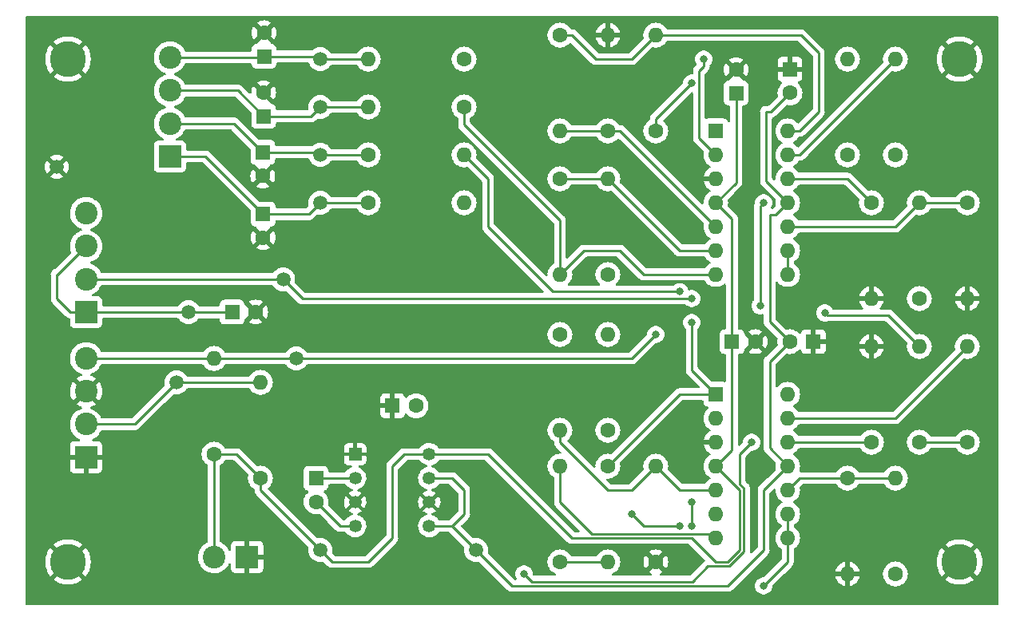
<source format=gbr>
%TF.GenerationSoftware,KiCad,Pcbnew,(6.0.2)*%
%TF.CreationDate,2022-03-03T16:36:36-08:00*%
%TF.ProjectId,PAMonitorV3,50414d6f-6e69-4746-9f72-56332e6b6963,rev?*%
%TF.SameCoordinates,Original*%
%TF.FileFunction,Copper,L1,Top*%
%TF.FilePolarity,Positive*%
%FSLAX46Y46*%
G04 Gerber Fmt 4.6, Leading zero omitted, Abs format (unit mm)*
G04 Created by KiCad (PCBNEW (6.0.2)) date 2022-03-03 16:36:36*
%MOMM*%
%LPD*%
G01*
G04 APERTURE LIST*
%TA.AperFunction,ComponentPad*%
%ADD10R,1.600000X1.600000*%
%TD*%
%TA.AperFunction,ComponentPad*%
%ADD11C,1.600000*%
%TD*%
%TA.AperFunction,ComponentPad*%
%ADD12O,1.600000X1.600000*%
%TD*%
%TA.AperFunction,ComponentPad*%
%ADD13C,3.800000*%
%TD*%
%TA.AperFunction,ComponentPad*%
%ADD14R,2.400000X2.400000*%
%TD*%
%TA.AperFunction,ComponentPad*%
%ADD15C,2.400000*%
%TD*%
%TA.AperFunction,ComponentPad*%
%ADD16R,1.350000X1.350000*%
%TD*%
%TA.AperFunction,ComponentPad*%
%ADD17C,1.350000*%
%TD*%
%TA.AperFunction,SMDPad,CuDef*%
%ADD18C,1.500000*%
%TD*%
%TA.AperFunction,ViaPad*%
%ADD19C,0.800000*%
%TD*%
%TA.AperFunction,Conductor*%
%ADD20C,0.250000*%
%TD*%
G04 APERTURE END LIST*
D10*
%TO.P,C11,1*%
%TO.N,/ST_GND*%
X89713631Y-120810000D03*
D11*
%TO.P,C11,2*%
%TO.N,GND*%
X92213631Y-120810000D03*
%TD*%
%TO.P,C10,2*%
%TO.N,-5V*%
X148844000Y-97560888D03*
D10*
%TO.P,C10,1*%
%TO.N,GND*%
X148844000Y-95060888D03*
%TD*%
%TO.P,C9,1*%
%TO.N,+5V*%
X143129000Y-97598113D03*
D11*
%TO.P,C9,2*%
%TO.N,GND*%
X143129000Y-95098113D03*
%TD*%
D10*
%TO.P,C8,1*%
%TO.N,GND*%
X151319113Y-123952000D03*
D11*
%TO.P,C8,2*%
%TO.N,-5V*%
X148819113Y-123952000D03*
%TD*%
D10*
%TO.P,C7,1*%
%TO.N,+5V*%
X142685888Y-123952000D03*
D11*
%TO.P,C7,2*%
%TO.N,GND*%
X145185888Y-123952000D03*
%TD*%
D10*
%TO.P,C6,1*%
%TO.N,/PT100_OUT2*%
X93050000Y-100046369D03*
D11*
%TO.P,C6,2*%
%TO.N,GND*%
X93050000Y-97546369D03*
%TD*%
D10*
%TO.P,C5,1*%
%TO.N,/PT100_OUT1*%
X93100000Y-93686369D03*
D11*
%TO.P,C5,2*%
%TO.N,GND*%
X93100000Y-91186369D03*
%TD*%
D10*
%TO.P,C4,1*%
%TO.N,/IG_OUT*%
X92960000Y-103873631D03*
D11*
%TO.P,C4,2*%
%TO.N,GND*%
X92960000Y-106373631D03*
%TD*%
D10*
%TO.P,C3,1*%
%TO.N,/TC2_OUT*%
X93000000Y-110423631D03*
D11*
%TO.P,C3,2*%
%TO.N,GND*%
X93000000Y-112923631D03*
%TD*%
D10*
%TO.P,C2,1*%
%TO.N,GND*%
X106713631Y-130750000D03*
D11*
%TO.P,C2,2*%
%TO.N,-5V*%
X109213631Y-130750000D03*
%TD*%
D10*
%TO.P,C1,1*%
%TO.N,Net-(C1-Pad1)*%
X98610000Y-138433631D03*
D11*
%TO.P,C1,2*%
%TO.N,Net-(C1-Pad2)*%
X98610000Y-140933631D03*
%TD*%
%TO.P,R8,1*%
%TO.N,Net-(R3-Pad2)*%
X124460000Y-147320000D03*
D12*
%TO.P,R8,2*%
%TO.N,Net-(R7-Pad1)*%
X124460000Y-137160000D03*
%TD*%
D11*
%TO.P,R24,1*%
%TO.N,Net-(R23-Pad2)*%
X167640000Y-109220000D03*
D12*
%TO.P,R24,2*%
%TO.N,GND*%
X167640000Y-119380000D03*
%TD*%
D11*
%TO.P,R4,1*%
%TO.N,Net-(R4-Pad1)*%
X124460000Y-123190000D03*
D12*
%TO.P,R4,2*%
%TO.N,Net-(R4-Pad2)*%
X124460000Y-133350000D03*
%TD*%
D11*
%TO.P,R14,1*%
%TO.N,Net-(R10-Pad2)*%
X134620000Y-101600000D03*
D12*
%TO.P,R14,2*%
%TO.N,Net-(R13-Pad1)*%
X134620000Y-91440000D03*
%TD*%
D11*
%TO.P,R6,1*%
%TO.N,/PT100_IN1*%
X157480000Y-134620000D03*
D12*
%TO.P,R6,2*%
%TO.N,GND*%
X157480000Y-124460000D03*
%TD*%
D13*
%TO.P,H2,1,1*%
%TO.N,GND*%
X166814000Y-93980000D03*
%TD*%
D11*
%TO.P,R11,1*%
%TO.N,Net-(R10-Pad1)*%
X154940000Y-104140000D03*
D12*
%TO.P,R11,2*%
%TO.N,Net-(R11-Pad2)*%
X154940000Y-93980000D03*
%TD*%
D10*
%TO.P,U1,1*%
%TO.N,Net-(R2-Pad2)*%
X140980000Y-129535000D03*
D12*
%TO.P,U1,2,-*%
%TO.N,Net-(R1-Pad1)*%
X140980000Y-132075000D03*
%TO.P,U1,3,+*%
%TO.N,GND*%
X140980000Y-134615000D03*
%TO.P,U1,4,V+*%
%TO.N,+5V*%
X140980000Y-137155000D03*
%TO.P,U1,5,+*%
%TO.N,Net-(R4-Pad2)*%
X140980000Y-139695000D03*
%TO.P,U1,6,-*%
%TO.N,Net-(R3-Pad2)*%
X140980000Y-142235000D03*
%TO.P,U1,7*%
%TO.N,Net-(R7-Pad1)*%
X140980000Y-144775000D03*
%TO.P,U1,8*%
%TO.N,Net-(R21-Pad2)*%
X148600000Y-144775000D03*
%TO.P,U1,9,-*%
X148600000Y-142235000D03*
%TO.P,U1,10,+*%
%TO.N,Net-(R25-Pad2)*%
X148600000Y-139695000D03*
%TO.P,U1,11,V-*%
%TO.N,-5V*%
X148600000Y-137155000D03*
%TO.P,U1,12,+*%
%TO.N,/PT100_IN1*%
X148600000Y-134615000D03*
%TO.P,U1,13,-*%
%TO.N,Net-(R1-Pad2)*%
X148600000Y-132075000D03*
%TO.P,U1,14*%
%TO.N,Net-(R4-Pad1)*%
X148600000Y-129535000D03*
%TD*%
D13*
%TO.P,H3,1,1*%
%TO.N,GND*%
X72313800Y-147320000D03*
%TD*%
D14*
%TO.P,J1,1,Pin_1*%
%TO.N,/ST_GND*%
X74230000Y-120820000D03*
D15*
%TO.P,J1,2,Pin_2*%
%TO.N,/IG_IN*%
X74230000Y-117320000D03*
%TO.P,J1,3,Pin_3*%
%TO.N,/ST_GND*%
X74230000Y-113820000D03*
%TO.P,J1,4,Pin_4*%
%TO.N,/TC2_IN*%
X74230000Y-110320000D03*
%TD*%
D11*
%TO.P,R16,1*%
%TO.N,Net-(R12-Pad2)*%
X124460000Y-106680000D03*
D12*
%TO.P,R16,2*%
%TO.N,Net-(R16-Pad2)*%
X124460000Y-116840000D03*
%TD*%
D11*
%TO.P,R23,1*%
%TO.N,/IG_IN*%
X162560000Y-119380000D03*
D12*
%TO.P,R23,2*%
%TO.N,Net-(R23-Pad2)*%
X162560000Y-109220000D03*
%TD*%
D11*
%TO.P,R15,1*%
%TO.N,/PT100_IN2*%
X157480000Y-109220000D03*
D12*
%TO.P,R15,2*%
%TO.N,GND*%
X157480000Y-119380000D03*
%TD*%
D11*
%TO.P,R10,1*%
%TO.N,Net-(R10-Pad1)*%
X160020000Y-104140000D03*
D12*
%TO.P,R10,2*%
%TO.N,Net-(R10-Pad2)*%
X160020000Y-93980000D03*
%TD*%
D11*
%TO.P,R17,1*%
%TO.N,Net-(R13-Pad2)*%
X129540000Y-101600000D03*
D12*
%TO.P,R17,2*%
%TO.N,GND*%
X129540000Y-91440000D03*
%TD*%
D11*
%TO.P,R1,1*%
%TO.N,Net-(R1-Pad1)*%
X167640000Y-134620000D03*
D12*
%TO.P,R1,2*%
%TO.N,Net-(R1-Pad2)*%
X167640000Y-124460000D03*
%TD*%
D14*
%TO.P,J3,1,Pin_1*%
%TO.N,/TC2_OUT*%
X83120000Y-104310000D03*
D15*
%TO.P,J3,2,Pin_2*%
%TO.N,/IG_OUT*%
X83120000Y-100810000D03*
%TO.P,J3,3,Pin_3*%
%TO.N,/PT100_OUT2*%
X83120000Y-97310000D03*
%TO.P,J3,4,Pin_4*%
%TO.N,/PT100_OUT1*%
X83120000Y-93810000D03*
%TD*%
D16*
%TO.P,U3,1,FC*%
%TO.N,GND*%
X102745000Y-135890000D03*
D17*
%TO.P,U3,2,CAP+*%
%TO.N,Net-(C1-Pad1)*%
X102745000Y-138430000D03*
%TO.P,U3,3,GND*%
%TO.N,GND*%
X102745000Y-140970000D03*
%TO.P,U3,4,CAP-*%
%TO.N,Net-(C1-Pad2)*%
X102745000Y-143510000D03*
%TO.P,U3,5,OUT*%
%TO.N,-5V*%
X110615000Y-143510000D03*
%TO.P,U3,6,LV*%
%TO.N,GND*%
X110615000Y-140970000D03*
%TO.P,U3,7,OSC*%
%TO.N,-5V*%
X110615000Y-138430000D03*
%TO.P,U3,8,V+*%
%TO.N,+5V*%
X110615000Y-135890000D03*
%TD*%
D11*
%TO.P,R12,1*%
%TO.N,Net-(R11-Pad2)*%
X129540000Y-116840000D03*
D12*
%TO.P,R12,2*%
%TO.N,Net-(R12-Pad2)*%
X129540000Y-106680000D03*
%TD*%
D11*
%TO.P,R22,1*%
%TO.N,/IG_OUT*%
X104140000Y-104140000D03*
D12*
%TO.P,R22,2*%
%TO.N,Net-(R22-Pad2)*%
X114300000Y-104140000D03*
%TD*%
D11*
%TO.P,R5,1*%
%TO.N,Net-(R1-Pad2)*%
X129540000Y-133350000D03*
D12*
%TO.P,R5,2*%
%TO.N,Net-(R4-Pad1)*%
X129540000Y-123190000D03*
%TD*%
D18*
%TO.P,TP8,1,1*%
%TO.N,/TC2_OUT*%
X99060000Y-109220000D03*
%TD*%
D11*
%TO.P,R26,1*%
%TO.N,Net-(R25-Pad2)*%
X154940000Y-138430000D03*
D12*
%TO.P,R26,2*%
%TO.N,GND*%
X154940000Y-148590000D03*
%TD*%
D18*
%TO.P,TP5,1,1*%
%TO.N,/PT100_OUT1*%
X99060000Y-93980000D03*
%TD*%
%TO.P,TP3,1,1*%
%TO.N,/IG_IN*%
X95123000Y-117348000D03*
%TD*%
%TO.P,TP1,1,1*%
%TO.N,/PT100_IN1*%
X83820000Y-128270000D03*
%TD*%
%TO.P,TP9,1,1*%
%TO.N,-5V*%
X115570000Y-146050000D03*
%TD*%
D10*
%TO.P,U2,1*%
%TO.N,Net-(R11-Pad2)*%
X140980000Y-101595000D03*
D12*
%TO.P,U2,2,-*%
%TO.N,Net-(R10-Pad1)*%
X140980000Y-104135000D03*
%TO.P,U2,3,+*%
%TO.N,GND*%
X140980000Y-106675000D03*
%TO.P,U2,4,V+*%
%TO.N,+5V*%
X140980000Y-109215000D03*
%TO.P,U2,5,+*%
%TO.N,Net-(R13-Pad2)*%
X140980000Y-111755000D03*
%TO.P,U2,6,-*%
%TO.N,Net-(R12-Pad2)*%
X140980000Y-114295000D03*
%TO.P,U2,7*%
%TO.N,Net-(R16-Pad2)*%
X140980000Y-116835000D03*
%TO.P,U2,8*%
%TO.N,Net-(R22-Pad2)*%
X148600000Y-116835000D03*
%TO.P,U2,9,-*%
X148600000Y-114295000D03*
%TO.P,U2,10,+*%
%TO.N,Net-(R23-Pad2)*%
X148600000Y-111755000D03*
%TO.P,U2,11,V-*%
%TO.N,-5V*%
X148600000Y-109215000D03*
%TO.P,U2,12,+*%
%TO.N,/PT100_IN2*%
X148600000Y-106675000D03*
%TO.P,U2,13,-*%
%TO.N,Net-(R10-Pad2)*%
X148600000Y-104135000D03*
%TO.P,U2,14*%
%TO.N,Net-(R13-Pad1)*%
X148600000Y-101595000D03*
%TD*%
D18*
%TO.P,TP2,1,1*%
%TO.N,/PT100_IN2*%
X96520000Y-125730000D03*
%TD*%
%TO.P,TP7,1,1*%
%TO.N,/IG_OUT*%
X99060000Y-104140000D03*
%TD*%
D13*
%TO.P,H4,1,1*%
%TO.N,GND*%
X166814000Y-147320000D03*
%TD*%
D11*
%TO.P,R3,1*%
%TO.N,Net-(R2-Pad2)*%
X129540000Y-137160000D03*
D12*
%TO.P,R3,2*%
%TO.N,Net-(R3-Pad2)*%
X129540000Y-147320000D03*
%TD*%
D14*
%TO.P,J2,1,Pin_1*%
%TO.N,GND*%
X74230000Y-136212400D03*
D15*
%TO.P,J2,2,Pin_2*%
%TO.N,/PT100_IN1*%
X74230000Y-132712400D03*
%TO.P,J2,3,Pin_3*%
%TO.N,GND*%
X74230000Y-129212400D03*
%TO.P,J2,4,Pin_4*%
%TO.N,/PT100_IN2*%
X74230000Y-125712400D03*
%TD*%
D18*
%TO.P,TP12,1,1*%
%TO.N,+5V*%
X99060000Y-146050000D03*
%TD*%
D14*
%TO.P,J4,1,Pin_1*%
%TO.N,GND*%
X91300000Y-146800000D03*
D15*
%TO.P,J4,2,Pin_2*%
%TO.N,+5V*%
X87800000Y-146800000D03*
%TD*%
D11*
%TO.P,R20,1*%
%TO.N,+5V*%
X87782400Y-135890000D03*
D12*
%TO.P,R20,2*%
%TO.N,/PT100_IN2*%
X87782400Y-125730000D03*
%TD*%
D11*
%TO.P,R7,1*%
%TO.N,Net-(R7-Pad1)*%
X114300000Y-93980000D03*
D12*
%TO.P,R7,2*%
%TO.N,/PT100_OUT1*%
X104140000Y-93980000D03*
%TD*%
D13*
%TO.P,H1,1,1*%
%TO.N,GND*%
X72313800Y-93980000D03*
%TD*%
D11*
%TO.P,R25,1*%
%TO.N,/TC2_IN*%
X160020000Y-148590000D03*
D12*
%TO.P,R25,2*%
%TO.N,Net-(R25-Pad2)*%
X160020000Y-138430000D03*
%TD*%
D11*
%TO.P,R2,1*%
%TO.N,Net-(R1-Pad1)*%
X162560000Y-134620000D03*
D12*
%TO.P,R2,2*%
%TO.N,Net-(R2-Pad2)*%
X162560000Y-124460000D03*
%TD*%
D11*
%TO.P,R21,1*%
%TO.N,/TC2_OUT*%
X104140000Y-109220000D03*
D12*
%TO.P,R21,2*%
%TO.N,Net-(R21-Pad2)*%
X114300000Y-109220000D03*
%TD*%
D18*
%TO.P,TP11,1,1*%
%TO.N,/ST_GND*%
X85090000Y-120825000D03*
%TD*%
D11*
%TO.P,R9,1*%
%TO.N,GND*%
X134620000Y-147320000D03*
D12*
%TO.P,R9,2*%
%TO.N,Net-(R4-Pad2)*%
X134620000Y-137160000D03*
%TD*%
D18*
%TO.P,TP10,1,1*%
%TO.N,GND*%
X71120000Y-105410000D03*
%TD*%
D11*
%TO.P,R13,1*%
%TO.N,Net-(R13-Pad1)*%
X124460000Y-91440000D03*
D12*
%TO.P,R13,2*%
%TO.N,Net-(R13-Pad2)*%
X124460000Y-101600000D03*
%TD*%
D11*
%TO.P,R19,1*%
%TO.N,+5V*%
X92710000Y-138430000D03*
D12*
%TO.P,R19,2*%
%TO.N,/PT100_IN1*%
X92710000Y-128270000D03*
%TD*%
D18*
%TO.P,TP6,1,1*%
%TO.N,/PT100_OUT2*%
X99060000Y-99060000D03*
%TD*%
D11*
%TO.P,R18,1*%
%TO.N,Net-(R16-Pad2)*%
X114300000Y-99060000D03*
D12*
%TO.P,R18,2*%
%TO.N,/PT100_OUT2*%
X104140000Y-99060000D03*
%TD*%
D19*
%TO.N,/PT100_IN2*%
X145669000Y-120142000D03*
%TO.N,/IG_IN*%
X138430000Y-119380000D03*
%TO.N,/PT100_IN2*%
X134620000Y-123190000D03*
X146050000Y-109220000D03*
%TO.N,/PT100_IN1*%
X120650000Y-148590000D03*
X144780000Y-134620000D03*
%TO.N,Net-(R1-Pad1)*%
X138430000Y-140970000D03*
X138430000Y-143510000D03*
%TO.N,Net-(R2-Pad2)*%
X138430000Y-121920000D03*
X152527000Y-120904000D03*
%TO.N,Net-(R10-Pad1)*%
X139700000Y-93980000D03*
%TO.N,Net-(R10-Pad2)*%
X138430000Y-96520000D03*
%TO.N,Net-(R21-Pad2)*%
X146050000Y-149860000D03*
X137160000Y-143510000D03*
X132080000Y-142240000D03*
%TO.N,Net-(R22-Pad2)*%
X137160000Y-118655500D03*
%TD*%
D20*
%TO.N,-5V*%
X146836888Y-99568000D02*
X148844000Y-97560888D01*
X146722225Y-126048888D02*
X148819113Y-123952000D01*
X146685000Y-126048888D02*
X146722225Y-126048888D01*
X146722225Y-121855112D02*
X148819113Y-123952000D01*
X146685000Y-121855112D02*
X146722225Y-121855112D01*
X146304000Y-99568000D02*
X146836888Y-99568000D01*
%TO.N,Net-(R16-Pad2)*%
X114300000Y-100965000D02*
X114300000Y-99060000D01*
X124460000Y-111125000D02*
X114300000Y-100965000D01*
X124460000Y-116840000D02*
X124460000Y-111125000D01*
%TO.N,-5V*%
X146304000Y-106919000D02*
X146304000Y-99568000D01*
X148600000Y-109215000D02*
X146304000Y-106919000D01*
%TO.N,+5V*%
X143129000Y-107066000D02*
X143129000Y-97598113D01*
X140980000Y-109215000D02*
X143129000Y-107066000D01*
%TO.N,Net-(R13-Pad1)*%
X149865000Y-101595000D02*
X148600000Y-101595000D01*
X151892000Y-93345000D02*
X151892000Y-99568000D01*
X151892000Y-99568000D02*
X149865000Y-101595000D01*
X149987000Y-91440000D02*
X151892000Y-93345000D01*
X134620000Y-91440000D02*
X149987000Y-91440000D01*
%TO.N,Net-(R10-Pad1)*%
X139192000Y-102347000D02*
X140980000Y-104135000D01*
X139192000Y-95250000D02*
X139192000Y-102347000D01*
X139700000Y-94742000D02*
X139192000Y-95250000D01*
X139700000Y-93980000D02*
X139700000Y-94742000D01*
%TO.N,/PT100_IN2*%
X145669000Y-109601000D02*
X146050000Y-109220000D01*
X145669000Y-120142000D02*
X145669000Y-109601000D01*
%TO.N,-5V*%
X147325000Y-110490000D02*
X148600000Y-109215000D01*
X146685000Y-121855112D02*
X146685000Y-110490000D01*
X146685000Y-110490000D02*
X147325000Y-110490000D01*
%TO.N,+5V*%
X142685888Y-110920888D02*
X140980000Y-109215000D01*
X142685888Y-123952000D02*
X142685888Y-110920888D01*
%TO.N,-5V*%
X148600000Y-137155000D02*
X146685000Y-135240000D01*
X146685000Y-135240000D02*
X146685000Y-126048888D01*
%TO.N,+5V*%
X140980000Y-137155000D02*
X142685888Y-135449112D01*
X142685888Y-135449112D02*
X142685888Y-123952000D01*
%TO.N,Net-(R2-Pad2)*%
X159258000Y-121158000D02*
X162560000Y-124460000D01*
X152527000Y-120904000D02*
X152781000Y-121158000D01*
X152781000Y-121158000D02*
X159258000Y-121158000D01*
%TO.N,/TC2_OUT*%
X97856369Y-110423631D02*
X99060000Y-109220000D01*
X93000000Y-110423631D02*
X97856369Y-110423631D01*
X86886369Y-104310000D02*
X93000000Y-110423631D01*
X83120000Y-104310000D02*
X86886369Y-104310000D01*
%TO.N,/IG_OUT*%
X98793631Y-103873631D02*
X99060000Y-104140000D01*
X92960000Y-103873631D02*
X98793631Y-103873631D01*
X89896369Y-100810000D02*
X92960000Y-103873631D01*
X83120000Y-100810000D02*
X89896369Y-100810000D01*
%TO.N,/PT100_OUT2*%
X90313631Y-97310000D02*
X93050000Y-100046369D01*
X83120000Y-97310000D02*
X90313631Y-97310000D01*
X98073631Y-100046369D02*
X99060000Y-99060000D01*
X93050000Y-100046369D02*
X98073631Y-100046369D01*
%TO.N,/PT100_OUT1*%
X98766369Y-93686369D02*
X99060000Y-93980000D01*
X93100000Y-93686369D02*
X98766369Y-93686369D01*
X92976369Y-93810000D02*
X93100000Y-93686369D01*
X83120000Y-93810000D02*
X92976369Y-93810000D01*
%TO.N,/ST_GND*%
X85090000Y-120825000D02*
X89698631Y-120825000D01*
X89698631Y-120825000D02*
X89713631Y-120810000D01*
%TO.N,Net-(C1-Pad2)*%
X101186369Y-143510000D02*
X98610000Y-140933631D01*
X102745000Y-143510000D02*
X101186369Y-143510000D01*
%TO.N,Net-(C1-Pad1)*%
X98613631Y-138430000D02*
X98610000Y-138433631D01*
X102745000Y-138430000D02*
X98613631Y-138430000D01*
%TO.N,-5V*%
X113030000Y-143510000D02*
X115570000Y-146050000D01*
X115570000Y-146050000D02*
X119380000Y-149860000D01*
X114300000Y-139700000D02*
X114300000Y-142240000D01*
X146050000Y-139705000D02*
X148600000Y-137155000D01*
X119380000Y-149860000D02*
X142240000Y-149860000D01*
X142240000Y-149860000D02*
X146050000Y-146050000D01*
X113030000Y-138430000D02*
X114300000Y-139700000D01*
X113030000Y-143510000D02*
X110615000Y-143510000D01*
X113030000Y-138430000D02*
X110615000Y-138430000D01*
X114300000Y-142240000D02*
X113030000Y-143510000D01*
X146050000Y-146050000D02*
X146050000Y-139705000D01*
%TO.N,/TC2_OUT*%
X99060000Y-109220000D02*
X104140000Y-109220000D01*
%TO.N,/IG_OUT*%
X104140000Y-104140000D02*
X99060000Y-104140000D01*
%TO.N,/PT100_OUT1*%
X104140000Y-93980000D02*
X99060000Y-93980000D01*
%TO.N,/PT100_OUT2*%
X99060000Y-99060000D02*
X104140000Y-99060000D01*
%TO.N,+5V*%
X107950000Y-135890000D02*
X110615000Y-135890000D01*
X140970000Y-147320000D02*
X142240000Y-147320000D01*
X92710000Y-139700000D02*
X99060000Y-146050000D01*
X100330000Y-147320000D02*
X104140000Y-147320000D01*
X106680000Y-144780000D02*
X106680000Y-137160000D01*
X142240000Y-147320000D02*
X143510000Y-146050000D01*
X106680000Y-137160000D02*
X107950000Y-135890000D01*
X125730000Y-144780000D02*
X138430000Y-144780000D01*
X116840000Y-135890000D02*
X110615000Y-135890000D01*
X143510000Y-139685000D02*
X140980000Y-137155000D01*
X104140000Y-147320000D02*
X106680000Y-144780000D01*
X87782400Y-146782400D02*
X87800000Y-146800000D01*
X92710000Y-138430000D02*
X92710000Y-139700000D01*
X90170000Y-135890000D02*
X92710000Y-138430000D01*
X99060000Y-146050000D02*
X100330000Y-147320000D01*
X116840000Y-135890000D02*
X125730000Y-144780000D01*
X87782400Y-135890000D02*
X90170000Y-135890000D01*
X87782400Y-135890000D02*
X87782400Y-146782400D01*
X143510000Y-146050000D02*
X143510000Y-139685000D01*
X138430000Y-144780000D02*
X140970000Y-147320000D01*
%TO.N,/ST_GND*%
X74230000Y-120820000D02*
X85085000Y-120820000D01*
X71210000Y-116840000D02*
X71120000Y-116840000D01*
X85085000Y-120820000D02*
X85090000Y-120825000D01*
X72560000Y-120820000D02*
X74230000Y-120820000D01*
X71120000Y-116840000D02*
X71120000Y-119380000D01*
X71120000Y-119380000D02*
X72560000Y-120820000D01*
X74230000Y-113820000D02*
X71210000Y-116840000D01*
%TO.N,/IG_IN*%
X74230000Y-117320000D02*
X95095000Y-117320000D01*
X95123000Y-117348000D02*
X97155000Y-119380000D01*
X97155000Y-119380000D02*
X138430000Y-119380000D01*
X95095000Y-117320000D02*
X95123000Y-117348000D01*
%TO.N,/PT100_IN2*%
X96520000Y-125730000D02*
X132080000Y-125730000D01*
X87782400Y-125730000D02*
X96520000Y-125730000D01*
X74230000Y-125712400D02*
X87764800Y-125712400D01*
X148600000Y-106675000D02*
X154935000Y-106675000D01*
X154935000Y-106675000D02*
X157480000Y-109220000D01*
X87764800Y-125712400D02*
X87782400Y-125730000D01*
X132080000Y-125730000D02*
X134620000Y-123190000D01*
%TO.N,/PT100_IN1*%
X143959520Y-139498802D02*
X143510000Y-139049282D01*
X157475000Y-134615000D02*
X157480000Y-134620000D01*
X148600000Y-134615000D02*
X157475000Y-134615000D01*
X79377600Y-132712400D02*
X83820000Y-128270000D01*
X142426198Y-147769520D02*
X143959520Y-146236197D01*
X143510000Y-135890000D02*
X144780000Y-134620000D01*
X120650000Y-148590000D02*
X121470480Y-149410480D01*
X140149520Y-147769520D02*
X142426198Y-147769520D01*
X121470480Y-149410480D02*
X138508560Y-149410480D01*
X83820000Y-128270000D02*
X92710000Y-128270000D01*
X138508560Y-149410480D02*
X140149520Y-147769520D01*
X143510000Y-139049282D02*
X143510000Y-135890000D01*
X143959520Y-146236197D02*
X143959520Y-139498802D01*
X74230000Y-132712400D02*
X79377600Y-132712400D01*
%TO.N,Net-(R1-Pad1)*%
X167640000Y-134620000D02*
X162560000Y-134620000D01*
X138430000Y-140970000D02*
X138430000Y-143510000D01*
%TO.N,Net-(R1-Pad2)*%
X148600000Y-132075000D02*
X160025000Y-132075000D01*
X160025000Y-132075000D02*
X167640000Y-124460000D01*
%TO.N,Net-(R2-Pad2)*%
X138430000Y-126985000D02*
X138430000Y-121920000D01*
X137165000Y-129535000D02*
X129540000Y-137160000D01*
X140980000Y-129535000D02*
X137165000Y-129535000D01*
X140980000Y-129535000D02*
X138430000Y-126985000D01*
%TO.N,Net-(R3-Pad2)*%
X129540000Y-147320000D02*
X124460000Y-147320000D01*
%TO.N,Net-(R4-Pad2)*%
X140980000Y-139695000D02*
X137155000Y-139695000D01*
X137155000Y-139695000D02*
X134620000Y-137160000D01*
X129540000Y-139700000D02*
X124460000Y-134620000D01*
X132080000Y-139700000D02*
X129540000Y-139700000D01*
X124460000Y-134620000D02*
X124460000Y-133350000D01*
X134620000Y-137160000D02*
X132080000Y-139700000D01*
%TO.N,Net-(R7-Pad1)*%
X140535480Y-144330480D02*
X140980000Y-144775000D01*
X124460000Y-140970000D02*
X127820480Y-144330480D01*
X124460000Y-137160000D02*
X124460000Y-140970000D01*
X127820480Y-144330480D02*
X140535480Y-144330480D01*
%TO.N,Net-(R10-Pad2)*%
X134620000Y-100330000D02*
X134620000Y-101600000D01*
X148600000Y-104135000D02*
X149865000Y-104135000D01*
X149865000Y-104135000D02*
X160020000Y-93980000D01*
X138430000Y-96520000D02*
X134620000Y-100330000D01*
%TO.N,Net-(R12-Pad2)*%
X129540000Y-106680000D02*
X124460000Y-106680000D01*
X137155000Y-114295000D02*
X129540000Y-106680000D01*
X140980000Y-114295000D02*
X137155000Y-114295000D01*
%TO.N,Net-(R13-Pad1)*%
X128270000Y-93980000D02*
X125730000Y-91440000D01*
X134620000Y-91440000D02*
X132080000Y-93980000D01*
X125730000Y-91440000D02*
X124460000Y-91440000D01*
X132080000Y-93980000D02*
X128270000Y-93980000D01*
%TO.N,Net-(R13-Pad2)*%
X130825000Y-101600000D02*
X140980000Y-111755000D01*
X124460000Y-101600000D02*
X129540000Y-101600000D01*
X129540000Y-101600000D02*
X130825000Y-101600000D01*
%TO.N,Net-(R16-Pad2)*%
X127000000Y-114300000D02*
X124460000Y-116840000D01*
X130810000Y-114300000D02*
X127000000Y-114300000D01*
X133345000Y-116835000D02*
X130810000Y-114300000D01*
X133345000Y-116835000D02*
X140980000Y-116835000D01*
%TO.N,Net-(R21-Pad2)*%
X148600000Y-147310000D02*
X148600000Y-144775000D01*
X146050000Y-149860000D02*
X148600000Y-147310000D01*
X132080000Y-142240000D02*
X133350000Y-143510000D01*
X148600000Y-142235000D02*
X148600000Y-144775000D01*
X133350000Y-143510000D02*
X137160000Y-143510000D01*
%TO.N,Net-(R22-Pad2)*%
X123735500Y-118655500D02*
X116840000Y-111760000D01*
X148600000Y-116835000D02*
X148600000Y-114295000D01*
X116840000Y-111760000D02*
X116840000Y-106680000D01*
X116840000Y-106680000D02*
X114300000Y-104140000D01*
X123735500Y-118655500D02*
X137160000Y-118655500D01*
%TO.N,Net-(R23-Pad2)*%
X160025000Y-111755000D02*
X162560000Y-109220000D01*
X162560000Y-109220000D02*
X167640000Y-109220000D01*
X148600000Y-111755000D02*
X160025000Y-111755000D01*
%TO.N,Net-(R25-Pad2)*%
X160020000Y-138430000D02*
X154940000Y-138430000D01*
X149865000Y-138430000D02*
X148600000Y-139695000D01*
X154940000Y-138430000D02*
X149865000Y-138430000D01*
%TD*%
%TA.AperFunction,Conductor*%
%TO.N,GND*%
G36*
X170884121Y-89428002D02*
G01*
X170930614Y-89481658D01*
X170942000Y-89534000D01*
X170942000Y-151766000D01*
X170921998Y-151834121D01*
X170868342Y-151880614D01*
X170816000Y-151892000D01*
X67944000Y-151892000D01*
X67875879Y-151871998D01*
X67829386Y-151818342D01*
X67818000Y-151766000D01*
X67818000Y-149194394D01*
X70804114Y-149194394D01*
X70812943Y-149206014D01*
X71017770Y-149354830D01*
X71024450Y-149359070D01*
X71283034Y-149501228D01*
X71290169Y-149504585D01*
X71564546Y-149613219D01*
X71572037Y-149615653D01*
X71857859Y-149689039D01*
X71865630Y-149690521D01*
X72158370Y-149727503D01*
X72166260Y-149728000D01*
X72461340Y-149728000D01*
X72469230Y-149727503D01*
X72761970Y-149690521D01*
X72769741Y-149689039D01*
X73055563Y-149615653D01*
X73063054Y-149613219D01*
X73337431Y-149504585D01*
X73344566Y-149501228D01*
X73603150Y-149359070D01*
X73609830Y-149354830D01*
X73815030Y-149205744D01*
X73823453Y-149194821D01*
X73816549Y-149181960D01*
X72326610Y-147692020D01*
X72312669Y-147684408D01*
X72310834Y-147684539D01*
X72304220Y-147688790D01*
X70810727Y-149182284D01*
X70804114Y-149194394D01*
X67818000Y-149194394D01*
X67818000Y-147323958D01*
X69901288Y-147323958D01*
X69919815Y-147618436D01*
X69920808Y-147626297D01*
X69976096Y-147916128D01*
X69978067Y-147923805D01*
X70069246Y-148204424D01*
X70072161Y-148211787D01*
X70197793Y-148478770D01*
X70201605Y-148485703D01*
X70359709Y-148734835D01*
X70364363Y-148741241D01*
X70429321Y-148819761D01*
X70441840Y-148828217D01*
X70452578Y-148822011D01*
X71941780Y-147332810D01*
X71948157Y-147321131D01*
X72678208Y-147321131D01*
X72678339Y-147322966D01*
X72682590Y-147329580D01*
X74173919Y-148820908D01*
X74187181Y-148828150D01*
X74197285Y-148820962D01*
X74263237Y-148741241D01*
X74267891Y-148734835D01*
X74425995Y-148485703D01*
X74429807Y-148478770D01*
X74555439Y-148211787D01*
X74558354Y-148204424D01*
X74649533Y-147923805D01*
X74651504Y-147916128D01*
X74706792Y-147626297D01*
X74707785Y-147618436D01*
X74726312Y-147323958D01*
X74726312Y-147316042D01*
X74707785Y-147021564D01*
X74706792Y-147013703D01*
X74651504Y-146723872D01*
X74649533Y-146716195D01*
X74558354Y-146435576D01*
X74555439Y-146428213D01*
X74429807Y-146161230D01*
X74425995Y-146154297D01*
X74267891Y-145905165D01*
X74263237Y-145898759D01*
X74198279Y-145820239D01*
X74185760Y-145811783D01*
X74175022Y-145817989D01*
X72685820Y-147307190D01*
X72678208Y-147321131D01*
X71948157Y-147321131D01*
X71949392Y-147318869D01*
X71949261Y-147317034D01*
X71945010Y-147310420D01*
X70453681Y-145819092D01*
X70440419Y-145811850D01*
X70430315Y-145819038D01*
X70364363Y-145898759D01*
X70359709Y-145905165D01*
X70201605Y-146154297D01*
X70197793Y-146161230D01*
X70072161Y-146428213D01*
X70069246Y-146435576D01*
X69978067Y-146716195D01*
X69976096Y-146723872D01*
X69920808Y-147013703D01*
X69919815Y-147021564D01*
X69901288Y-147316042D01*
X69901288Y-147323958D01*
X67818000Y-147323958D01*
X67818000Y-145445179D01*
X70804147Y-145445179D01*
X70811051Y-145458040D01*
X72300990Y-146947980D01*
X72314931Y-146955592D01*
X72316766Y-146955461D01*
X72323380Y-146951210D01*
X73816873Y-145457716D01*
X73823486Y-145445606D01*
X73814657Y-145433986D01*
X73609830Y-145285170D01*
X73603150Y-145280930D01*
X73344566Y-145138772D01*
X73337431Y-145135415D01*
X73063054Y-145026781D01*
X73055563Y-145024347D01*
X72769741Y-144950961D01*
X72761970Y-144949479D01*
X72469230Y-144912497D01*
X72461340Y-144912000D01*
X72166260Y-144912000D01*
X72158370Y-144912497D01*
X71865630Y-144949479D01*
X71857859Y-144950961D01*
X71572037Y-145024347D01*
X71564546Y-145026781D01*
X71290169Y-145135415D01*
X71283034Y-145138772D01*
X71024450Y-145280930D01*
X71017770Y-145285170D01*
X70812570Y-145434256D01*
X70804147Y-145445179D01*
X67818000Y-145445179D01*
X67818000Y-137457069D01*
X72522001Y-137457069D01*
X72522371Y-137463890D01*
X72527895Y-137514752D01*
X72531521Y-137530004D01*
X72576676Y-137650454D01*
X72585214Y-137666049D01*
X72661715Y-137768124D01*
X72674276Y-137780685D01*
X72776351Y-137857186D01*
X72791946Y-137865724D01*
X72912394Y-137910878D01*
X72927649Y-137914505D01*
X72978514Y-137920031D01*
X72985328Y-137920400D01*
X73957885Y-137920400D01*
X73973124Y-137915925D01*
X73974329Y-137914535D01*
X73976000Y-137906852D01*
X73976000Y-137902284D01*
X74484000Y-137902284D01*
X74488475Y-137917523D01*
X74489865Y-137918728D01*
X74497548Y-137920399D01*
X75474669Y-137920399D01*
X75481490Y-137920029D01*
X75532352Y-137914505D01*
X75547604Y-137910879D01*
X75668054Y-137865724D01*
X75683649Y-137857186D01*
X75785724Y-137780685D01*
X75798285Y-137768124D01*
X75874786Y-137666049D01*
X75883324Y-137650454D01*
X75928478Y-137530006D01*
X75932105Y-137514751D01*
X75937631Y-137463886D01*
X75938000Y-137457072D01*
X75938000Y-136484515D01*
X75933525Y-136469276D01*
X75932135Y-136468071D01*
X75924452Y-136466400D01*
X74502115Y-136466400D01*
X74486876Y-136470875D01*
X74485671Y-136472265D01*
X74484000Y-136479948D01*
X74484000Y-137902284D01*
X73976000Y-137902284D01*
X73976000Y-136484515D01*
X73971525Y-136469276D01*
X73970135Y-136468071D01*
X73962452Y-136466400D01*
X72540116Y-136466400D01*
X72524877Y-136470875D01*
X72523672Y-136472265D01*
X72522001Y-136479948D01*
X72522001Y-137457069D01*
X67818000Y-137457069D01*
X67818000Y-132667551D01*
X72517296Y-132667551D01*
X72517520Y-132672217D01*
X72517520Y-132672222D01*
X72520140Y-132726762D01*
X72529480Y-132921198D01*
X72530393Y-132925786D01*
X72576444Y-133157300D01*
X72579021Y-133170257D01*
X72580600Y-133174655D01*
X72580602Y-133174662D01*
X72641634Y-133344649D01*
X72664831Y-133409258D01*
X72667048Y-133413384D01*
X72779411Y-133622502D01*
X72785025Y-133632951D01*
X72787820Y-133636694D01*
X72787822Y-133636697D01*
X72934171Y-133832682D01*
X72934176Y-133832688D01*
X72936963Y-133836420D01*
X72940272Y-133839700D01*
X72940277Y-133839706D01*
X73088358Y-133986500D01*
X73117307Y-134015197D01*
X73121069Y-134017955D01*
X73121072Y-134017958D01*
X73203161Y-134078148D01*
X73322094Y-134165353D01*
X73326229Y-134167529D01*
X73326233Y-134167531D01*
X73515089Y-134266893D01*
X73566061Y-134316312D01*
X73582224Y-134385445D01*
X73558445Y-134452341D01*
X73502274Y-134495761D01*
X73456421Y-134504401D01*
X72985331Y-134504401D01*
X72978510Y-134504771D01*
X72927648Y-134510295D01*
X72912396Y-134513921D01*
X72791946Y-134559076D01*
X72776351Y-134567614D01*
X72674276Y-134644115D01*
X72661715Y-134656676D01*
X72585214Y-134758751D01*
X72576676Y-134774346D01*
X72531522Y-134894794D01*
X72527895Y-134910049D01*
X72522369Y-134960914D01*
X72522000Y-134967728D01*
X72522000Y-135940285D01*
X72526475Y-135955524D01*
X72527865Y-135956729D01*
X72535548Y-135958400D01*
X75919884Y-135958400D01*
X75935123Y-135953925D01*
X75936328Y-135952535D01*
X75937999Y-135944852D01*
X75937999Y-134967731D01*
X75937629Y-134960910D01*
X75932105Y-134910048D01*
X75928479Y-134894796D01*
X75883324Y-134774346D01*
X75874786Y-134758751D01*
X75798285Y-134656676D01*
X75785724Y-134644115D01*
X75683649Y-134567614D01*
X75668054Y-134559076D01*
X75547606Y-134513922D01*
X75532351Y-134510295D01*
X75481486Y-134504769D01*
X75474672Y-134504400D01*
X74999799Y-134504400D01*
X74931678Y-134484398D01*
X74885185Y-134430742D01*
X74875081Y-134360468D01*
X74904575Y-134295888D01*
X74950061Y-134262633D01*
X75021110Y-134232108D01*
X75025090Y-134229645D01*
X75025094Y-134229643D01*
X75233064Y-134100947D01*
X75233066Y-134100945D01*
X75237047Y-134098482D01*
X75335428Y-134015197D01*
X75427289Y-133937431D01*
X75427291Y-133937429D01*
X75430862Y-133934406D01*
X75598295Y-133743484D01*
X75617986Y-133712872D01*
X75733141Y-133533842D01*
X75735669Y-133529912D01*
X75785114Y-133420149D01*
X75831330Y-133366255D01*
X75899996Y-133345900D01*
X79298833Y-133345900D01*
X79310016Y-133346427D01*
X79317509Y-133348102D01*
X79325435Y-133347853D01*
X79325436Y-133347853D01*
X79385586Y-133345962D01*
X79389545Y-133345900D01*
X79417456Y-133345900D01*
X79421391Y-133345403D01*
X79421456Y-133345395D01*
X79433293Y-133344462D01*
X79465551Y-133343448D01*
X79469570Y-133343322D01*
X79477489Y-133343073D01*
X79496943Y-133337421D01*
X79516300Y-133333413D01*
X79528530Y-133331868D01*
X79528531Y-133331868D01*
X79536397Y-133330874D01*
X79543768Y-133327955D01*
X79543770Y-133327955D01*
X79577512Y-133314596D01*
X79588742Y-133310751D01*
X79623583Y-133300629D01*
X79623584Y-133300629D01*
X79631193Y-133298418D01*
X79638012Y-133294385D01*
X79638017Y-133294383D01*
X79648628Y-133288107D01*
X79666376Y-133279412D01*
X79685217Y-133271952D01*
X79720987Y-133245964D01*
X79730907Y-133239448D01*
X79762135Y-133220980D01*
X79762138Y-133220978D01*
X79768962Y-133216942D01*
X79783283Y-133202621D01*
X79798317Y-133189780D01*
X79808294Y-133182531D01*
X79814707Y-133177872D01*
X79842898Y-133143795D01*
X79850888Y-133135016D01*
X81391235Y-131594669D01*
X105405632Y-131594669D01*
X105406002Y-131601490D01*
X105411526Y-131652352D01*
X105415152Y-131667604D01*
X105460307Y-131788054D01*
X105468845Y-131803649D01*
X105545346Y-131905724D01*
X105557907Y-131918285D01*
X105659982Y-131994786D01*
X105675577Y-132003324D01*
X105796025Y-132048478D01*
X105811280Y-132052105D01*
X105862145Y-132057631D01*
X105868959Y-132058000D01*
X106441516Y-132058000D01*
X106456755Y-132053525D01*
X106457960Y-132052135D01*
X106459631Y-132044452D01*
X106459631Y-132039884D01*
X106967631Y-132039884D01*
X106972106Y-132055123D01*
X106973496Y-132056328D01*
X106981179Y-132057999D01*
X107558300Y-132057999D01*
X107565121Y-132057629D01*
X107615983Y-132052105D01*
X107631235Y-132048479D01*
X107751685Y-132003324D01*
X107767280Y-131994786D01*
X107869355Y-131918285D01*
X107881916Y-131905724D01*
X107958417Y-131803649D01*
X107966955Y-131788054D01*
X108014883Y-131660207D01*
X108016743Y-131660904D01*
X108046762Y-131608372D01*
X108109721Y-131575558D01*
X108180425Y-131581992D01*
X108223212Y-131610079D01*
X108369331Y-131756198D01*
X108373839Y-131759355D01*
X108373842Y-131759357D01*
X108414826Y-131788054D01*
X108556882Y-131887523D01*
X108561864Y-131889846D01*
X108561869Y-131889849D01*
X108759406Y-131981961D01*
X108764388Y-131984284D01*
X108769696Y-131985706D01*
X108769698Y-131985707D01*
X108980229Y-132042119D01*
X108980231Y-132042119D01*
X108985544Y-132043543D01*
X109213631Y-132063498D01*
X109441718Y-132043543D01*
X109447031Y-132042119D01*
X109447033Y-132042119D01*
X109657564Y-131985707D01*
X109657566Y-131985706D01*
X109662874Y-131984284D01*
X109667856Y-131981961D01*
X109865393Y-131889849D01*
X109865398Y-131889846D01*
X109870380Y-131887523D01*
X110012436Y-131788054D01*
X110053420Y-131759357D01*
X110053423Y-131759355D01*
X110057931Y-131756198D01*
X110219829Y-131594300D01*
X110232953Y-131575558D01*
X110339608Y-131423238D01*
X110351154Y-131406749D01*
X110353477Y-131401767D01*
X110353480Y-131401762D01*
X110445592Y-131204225D01*
X110445592Y-131204224D01*
X110447915Y-131199243D01*
X110472548Y-131107314D01*
X110505750Y-130983402D01*
X110505750Y-130983400D01*
X110507174Y-130978087D01*
X110527129Y-130750000D01*
X110507174Y-130521913D01*
X110498659Y-130490135D01*
X110449338Y-130306067D01*
X110449337Y-130306065D01*
X110447915Y-130300757D01*
X110409063Y-130217438D01*
X110353480Y-130098238D01*
X110353477Y-130098233D01*
X110351154Y-130093251D01*
X110271107Y-129978933D01*
X110222988Y-129910211D01*
X110222986Y-129910208D01*
X110219829Y-129905700D01*
X110057931Y-129743802D01*
X110053423Y-129740645D01*
X110053420Y-129740643D01*
X109946166Y-129665543D01*
X109870380Y-129612477D01*
X109865398Y-129610154D01*
X109865393Y-129610151D01*
X109667856Y-129518039D01*
X109667855Y-129518039D01*
X109662874Y-129515716D01*
X109657566Y-129514294D01*
X109657564Y-129514293D01*
X109447033Y-129457881D01*
X109447031Y-129457881D01*
X109441718Y-129456457D01*
X109213631Y-129436502D01*
X108985544Y-129456457D01*
X108980231Y-129457881D01*
X108980229Y-129457881D01*
X108769698Y-129514293D01*
X108769696Y-129514294D01*
X108764388Y-129515716D01*
X108759407Y-129518039D01*
X108759406Y-129518039D01*
X108561869Y-129610151D01*
X108561864Y-129610154D01*
X108556882Y-129612477D01*
X108481096Y-129665543D01*
X108373842Y-129740643D01*
X108373839Y-129740645D01*
X108369331Y-129743802D01*
X108223211Y-129889922D01*
X108160899Y-129923948D01*
X108090084Y-129918883D01*
X108033248Y-129876336D01*
X108015948Y-129839394D01*
X108014883Y-129839793D01*
X107966955Y-129711946D01*
X107958417Y-129696351D01*
X107881916Y-129594276D01*
X107869355Y-129581715D01*
X107767280Y-129505214D01*
X107751685Y-129496676D01*
X107631237Y-129451522D01*
X107615982Y-129447895D01*
X107565117Y-129442369D01*
X107558303Y-129442000D01*
X106985746Y-129442000D01*
X106970507Y-129446475D01*
X106969302Y-129447865D01*
X106967631Y-129455548D01*
X106967631Y-132039884D01*
X106459631Y-132039884D01*
X106459631Y-131022115D01*
X106455156Y-131006876D01*
X106453766Y-131005671D01*
X106446083Y-131004000D01*
X105423747Y-131004000D01*
X105408508Y-131008475D01*
X105407303Y-131009865D01*
X105405632Y-131017548D01*
X105405632Y-131594669D01*
X81391235Y-131594669D01*
X82508019Y-130477885D01*
X105405631Y-130477885D01*
X105410106Y-130493124D01*
X105411496Y-130494329D01*
X105419179Y-130496000D01*
X106441516Y-130496000D01*
X106456755Y-130491525D01*
X106457960Y-130490135D01*
X106459631Y-130482452D01*
X106459631Y-129460116D01*
X106455156Y-129444877D01*
X106453766Y-129443672D01*
X106446083Y-129442001D01*
X105868962Y-129442001D01*
X105862141Y-129442371D01*
X105811279Y-129447895D01*
X105796027Y-129451521D01*
X105675577Y-129496676D01*
X105659982Y-129505214D01*
X105557907Y-129581715D01*
X105545346Y-129594276D01*
X105468845Y-129696351D01*
X105460307Y-129711946D01*
X105415153Y-129832394D01*
X105411526Y-129847649D01*
X105406000Y-129898514D01*
X105405631Y-129905328D01*
X105405631Y-130477885D01*
X82508019Y-130477885D01*
X83447576Y-129538328D01*
X83509888Y-129504302D01*
X83569281Y-129505716D01*
X83595312Y-129512691D01*
X83595319Y-129512692D01*
X83600629Y-129514115D01*
X83820000Y-129533307D01*
X84039371Y-129514115D01*
X84252076Y-129457120D01*
X84451654Y-129364056D01*
X84572616Y-129279357D01*
X84627527Y-129240908D01*
X84627529Y-129240906D01*
X84632038Y-129237749D01*
X84787749Y-129082038D01*
X84819941Y-129036064D01*
X84862384Y-128975448D01*
X84875142Y-128957228D01*
X84930598Y-128912901D01*
X84978354Y-128903500D01*
X91490606Y-128903500D01*
X91558727Y-128923502D01*
X91593819Y-128957229D01*
X91700643Y-129109789D01*
X91703802Y-129114300D01*
X91865700Y-129276198D01*
X91870208Y-129279355D01*
X91870211Y-129279357D01*
X91948389Y-129334098D01*
X92053251Y-129407523D01*
X92058233Y-129409846D01*
X92058238Y-129409849D01*
X92244441Y-129496676D01*
X92260757Y-129504284D01*
X92266065Y-129505706D01*
X92266067Y-129505707D01*
X92476598Y-129562119D01*
X92476600Y-129562119D01*
X92481913Y-129563543D01*
X92710000Y-129583498D01*
X92938087Y-129563543D01*
X92943400Y-129562119D01*
X92943402Y-129562119D01*
X93153933Y-129505707D01*
X93153935Y-129505706D01*
X93159243Y-129504284D01*
X93175559Y-129496676D01*
X93361762Y-129409849D01*
X93361767Y-129409846D01*
X93366749Y-129407523D01*
X93471611Y-129334098D01*
X93549789Y-129279357D01*
X93549792Y-129279355D01*
X93554300Y-129276198D01*
X93716198Y-129114300D01*
X93720493Y-129108167D01*
X93824735Y-128959293D01*
X93847523Y-128926749D01*
X93849846Y-128921767D01*
X93849849Y-128921762D01*
X93941961Y-128724225D01*
X93941961Y-128724224D01*
X93944284Y-128719243D01*
X93950724Y-128695211D01*
X94002119Y-128503402D01*
X94002119Y-128503400D01*
X94003543Y-128498087D01*
X94023498Y-128270000D01*
X94003543Y-128041913D01*
X93950307Y-127843235D01*
X93945707Y-127826067D01*
X93945706Y-127826065D01*
X93944284Y-127820757D01*
X93904083Y-127734545D01*
X93849849Y-127618238D01*
X93849846Y-127618233D01*
X93847523Y-127613251D01*
X93741947Y-127462473D01*
X93719357Y-127430211D01*
X93719355Y-127430208D01*
X93716198Y-127425700D01*
X93554300Y-127263802D01*
X93549792Y-127260645D01*
X93549789Y-127260643D01*
X93428826Y-127175944D01*
X93366749Y-127132477D01*
X93361767Y-127130154D01*
X93361762Y-127130151D01*
X93164225Y-127038039D01*
X93164224Y-127038039D01*
X93159243Y-127035716D01*
X93153935Y-127034294D01*
X93153933Y-127034293D01*
X92943402Y-126977881D01*
X92943400Y-126977881D01*
X92938087Y-126976457D01*
X92710000Y-126956502D01*
X92481913Y-126976457D01*
X92476600Y-126977881D01*
X92476598Y-126977881D01*
X92266067Y-127034293D01*
X92266065Y-127034294D01*
X92260757Y-127035716D01*
X92255776Y-127038039D01*
X92255775Y-127038039D01*
X92058238Y-127130151D01*
X92058233Y-127130154D01*
X92053251Y-127132477D01*
X91991174Y-127175944D01*
X91870211Y-127260643D01*
X91870208Y-127260645D01*
X91865700Y-127263802D01*
X91703802Y-127425700D01*
X91700645Y-127430208D01*
X91700643Y-127430211D01*
X91593819Y-127582771D01*
X91538362Y-127627099D01*
X91490606Y-127636500D01*
X84978354Y-127636500D01*
X84910233Y-127616498D01*
X84875141Y-127582771D01*
X84867721Y-127572173D01*
X84787749Y-127457962D01*
X84632038Y-127302251D01*
X84618280Y-127292617D01*
X84550871Y-127245417D01*
X84451654Y-127175944D01*
X84252076Y-127082880D01*
X84039371Y-127025885D01*
X83820000Y-127006693D01*
X83600629Y-127025885D01*
X83387924Y-127082880D01*
X83341905Y-127104339D01*
X83193334Y-127173618D01*
X83193329Y-127173621D01*
X83188347Y-127175944D01*
X83183840Y-127179100D01*
X83183838Y-127179101D01*
X83012473Y-127299092D01*
X83012470Y-127299094D01*
X83007962Y-127302251D01*
X82852251Y-127457962D01*
X82849094Y-127462470D01*
X82849092Y-127462473D01*
X82734313Y-127626395D01*
X82725944Y-127638347D01*
X82723621Y-127643329D01*
X82723618Y-127643334D01*
X82691411Y-127712404D01*
X82632880Y-127837924D01*
X82575885Y-128050629D01*
X82556693Y-128270000D01*
X82575885Y-128489371D01*
X82579645Y-128503402D01*
X82584284Y-128520717D01*
X82582594Y-128591694D01*
X82551672Y-128642423D01*
X79152100Y-132041995D01*
X79089788Y-132076021D01*
X79063005Y-132078900D01*
X75903063Y-132078900D01*
X75834942Y-132058898D01*
X75788449Y-132005242D01*
X75785630Y-131998567D01*
X75778084Y-131979162D01*
X75778083Y-131979160D01*
X75776391Y-131974809D01*
X75755866Y-131938898D01*
X75652702Y-131758397D01*
X75652700Y-131758395D01*
X75650383Y-131754340D01*
X75493171Y-131554917D01*
X75369544Y-131438621D01*
X75311610Y-131384122D01*
X75311608Y-131384120D01*
X75308209Y-131380923D01*
X75214807Y-131316128D01*
X75103393Y-131238837D01*
X75103390Y-131238835D01*
X75099561Y-131236179D01*
X75095384Y-131234119D01*
X75095377Y-131234115D01*
X74875996Y-131125928D01*
X74875992Y-131125927D01*
X74871810Y-131123864D01*
X74745148Y-131083319D01*
X74745014Y-131083276D01*
X74686234Y-131043458D01*
X74658312Y-130978183D01*
X74670113Y-130908174D01*
X74717891Y-130855659D01*
X74751349Y-130841426D01*
X74783101Y-130833067D01*
X74791926Y-130830028D01*
X75016584Y-130733507D01*
X75024856Y-130729200D01*
X75232777Y-130600535D01*
X75234620Y-130599196D01*
X75242038Y-130587941D01*
X75235974Y-130577584D01*
X74242812Y-129584422D01*
X74228868Y-129576808D01*
X74227035Y-129576939D01*
X74220420Y-129581190D01*
X73228044Y-130573566D01*
X73221386Y-130585759D01*
X73230099Y-130597279D01*
X73318586Y-130662160D01*
X73326505Y-130667108D01*
X73542877Y-130780947D01*
X73551451Y-130784675D01*
X73719608Y-130843398D01*
X73777326Y-130884740D01*
X73803529Y-130950724D01*
X73789900Y-131020400D01*
X73740764Y-131071647D01*
X73713324Y-131083319D01*
X73629993Y-131107608D01*
X73399380Y-131213922D01*
X73395471Y-131216485D01*
X73190928Y-131350589D01*
X73190923Y-131350593D01*
X73187015Y-131353155D01*
X72997562Y-131522248D01*
X72835183Y-131717487D01*
X72703447Y-131934582D01*
X72701638Y-131938896D01*
X72701637Y-131938898D01*
X72644137Y-132076021D01*
X72605246Y-132168765D01*
X72604095Y-132173297D01*
X72604094Y-132173300D01*
X72593343Y-132215634D01*
X72542738Y-132414890D01*
X72517296Y-132667551D01*
X67818000Y-132667551D01*
X67818000Y-129172235D01*
X72518022Y-129172235D01*
X72529754Y-129416464D01*
X72530891Y-129425724D01*
X72578593Y-129665543D01*
X72581082Y-129674518D01*
X72663708Y-129904650D01*
X72667505Y-129913178D01*
X72783234Y-130128560D01*
X72788245Y-130136427D01*
X72845173Y-130212663D01*
X72856431Y-130221112D01*
X72868850Y-130214340D01*
X73857978Y-129225212D01*
X73864356Y-129213532D01*
X74594408Y-129213532D01*
X74594539Y-129215365D01*
X74598790Y-129221980D01*
X75593732Y-130216922D01*
X75606112Y-130223682D01*
X75614453Y-130217438D01*
X75732700Y-130033602D01*
X75737147Y-130025411D01*
X75837572Y-129802476D01*
X75840767Y-129793698D01*
X75907135Y-129558373D01*
X75908993Y-129549244D01*
X75940044Y-129305170D01*
X75940525Y-129298883D01*
X75942706Y-129215560D01*
X75942555Y-129209251D01*
X75924321Y-128963886D01*
X75922944Y-128954680D01*
X75868979Y-128716186D01*
X75866255Y-128707275D01*
X75777633Y-128479383D01*
X75773619Y-128470967D01*
X75652284Y-128258676D01*
X75647074Y-128250953D01*
X75615787Y-128211265D01*
X75603863Y-128202795D01*
X75592328Y-128209282D01*
X74602022Y-129199588D01*
X74594408Y-129213532D01*
X73864356Y-129213532D01*
X73865592Y-129211268D01*
X73865461Y-129209435D01*
X73861210Y-129202820D01*
X72866828Y-128208438D01*
X72853520Y-128201171D01*
X72843481Y-128208293D01*
X72838581Y-128214184D01*
X72833168Y-128221773D01*
X72706322Y-128430809D01*
X72702084Y-128439126D01*
X72607529Y-128664614D01*
X72604572Y-128673452D01*
X72544384Y-128910442D01*
X72542763Y-128919632D01*
X72518267Y-129162910D01*
X72518022Y-129172235D01*
X67818000Y-129172235D01*
X67818000Y-125667551D01*
X72517296Y-125667551D01*
X72517520Y-125672217D01*
X72517520Y-125672222D01*
X72519523Y-125713915D01*
X72529480Y-125921198D01*
X72530393Y-125925786D01*
X72576350Y-126156827D01*
X72579021Y-126170257D01*
X72580600Y-126174655D01*
X72580602Y-126174662D01*
X72655584Y-126383502D01*
X72664831Y-126409258D01*
X72785025Y-126632951D01*
X72787820Y-126636694D01*
X72787822Y-126636697D01*
X72934171Y-126832682D01*
X72934176Y-126832688D01*
X72936963Y-126836420D01*
X72940272Y-126839700D01*
X72940277Y-126839706D01*
X73113990Y-127011909D01*
X73117307Y-127015197D01*
X73121069Y-127017955D01*
X73121072Y-127017958D01*
X73277257Y-127132477D01*
X73322094Y-127165353D01*
X73326229Y-127167529D01*
X73326233Y-127167531D01*
X73359269Y-127184912D01*
X73546827Y-127283591D01*
X73611421Y-127306148D01*
X73719594Y-127343924D01*
X73777312Y-127385266D01*
X73803515Y-127451250D01*
X73789886Y-127520926D01*
X73740750Y-127572173D01*
X73713311Y-127583846D01*
X73634655Y-127606771D01*
X73625915Y-127610039D01*
X73403869Y-127712404D01*
X73395714Y-127716924D01*
X73228468Y-127826575D01*
X73219330Y-127837317D01*
X73223903Y-127847093D01*
X74217188Y-128840378D01*
X74231132Y-128847992D01*
X74232965Y-128847861D01*
X74239580Y-128843610D01*
X75232488Y-127850702D01*
X75238872Y-127839012D01*
X75229460Y-127826902D01*
X75103144Y-127739273D01*
X75095116Y-127734545D01*
X74875810Y-127626395D01*
X74867180Y-127622908D01*
X74744999Y-127583797D01*
X74686220Y-127543979D01*
X74658298Y-127478703D01*
X74670100Y-127408694D01*
X74717877Y-127356179D01*
X74751334Y-127341947D01*
X74783270Y-127333539D01*
X74783272Y-127333538D01*
X74787793Y-127332348D01*
X74938269Y-127267699D01*
X75016807Y-127233957D01*
X75016810Y-127233955D01*
X75021110Y-127232108D01*
X75025090Y-127229645D01*
X75025094Y-127229643D01*
X75233064Y-127100947D01*
X75233066Y-127100945D01*
X75237047Y-127098482D01*
X75244117Y-127092497D01*
X75427289Y-126937431D01*
X75427291Y-126937429D01*
X75430862Y-126934406D01*
X75598295Y-126743484D01*
X75605489Y-126732301D01*
X75733141Y-126533842D01*
X75735669Y-126529912D01*
X75785114Y-126420149D01*
X75831330Y-126366255D01*
X75899996Y-126345900D01*
X86550683Y-126345900D01*
X86618804Y-126365902D01*
X86653895Y-126399628D01*
X86668264Y-126420149D01*
X86756341Y-126545935D01*
X86776202Y-126574300D01*
X86938100Y-126736198D01*
X86942608Y-126739355D01*
X86942611Y-126739357D01*
X87020789Y-126794098D01*
X87125651Y-126867523D01*
X87130633Y-126869846D01*
X87130638Y-126869849D01*
X87328175Y-126961961D01*
X87333157Y-126964284D01*
X87338465Y-126965706D01*
X87338467Y-126965707D01*
X87548998Y-127022119D01*
X87549000Y-127022119D01*
X87554313Y-127023543D01*
X87782400Y-127043498D01*
X88010487Y-127023543D01*
X88015800Y-127022119D01*
X88015802Y-127022119D01*
X88226333Y-126965707D01*
X88226335Y-126965706D01*
X88231643Y-126964284D01*
X88236625Y-126961961D01*
X88434162Y-126869849D01*
X88434167Y-126869846D01*
X88439149Y-126867523D01*
X88544011Y-126794098D01*
X88622189Y-126739357D01*
X88622192Y-126739355D01*
X88626700Y-126736198D01*
X88788598Y-126574300D01*
X88791757Y-126569789D01*
X88898581Y-126417229D01*
X88954038Y-126372901D01*
X89001794Y-126363500D01*
X95361646Y-126363500D01*
X95429767Y-126383502D01*
X95464858Y-126417228D01*
X95511706Y-126484134D01*
X95540777Y-126525651D01*
X95552251Y-126542038D01*
X95707962Y-126697749D01*
X95712471Y-126700906D01*
X95712473Y-126700908D01*
X95767384Y-126739357D01*
X95888346Y-126824056D01*
X96087924Y-126917120D01*
X96300629Y-126974115D01*
X96520000Y-126993307D01*
X96739371Y-126974115D01*
X96952076Y-126917120D01*
X97151654Y-126824056D01*
X97272616Y-126739357D01*
X97327527Y-126700908D01*
X97327529Y-126700906D01*
X97332038Y-126697749D01*
X97487749Y-126542038D01*
X97499224Y-126525651D01*
X97528294Y-126484134D01*
X97575142Y-126417228D01*
X97630598Y-126372901D01*
X97678354Y-126363500D01*
X132001233Y-126363500D01*
X132012416Y-126364027D01*
X132019909Y-126365702D01*
X132027835Y-126365453D01*
X132027836Y-126365453D01*
X132087986Y-126363562D01*
X132091945Y-126363500D01*
X132119856Y-126363500D01*
X132123791Y-126363003D01*
X132123856Y-126362995D01*
X132135693Y-126362062D01*
X132167951Y-126361048D01*
X132171970Y-126360922D01*
X132179889Y-126360673D01*
X132199343Y-126355021D01*
X132218700Y-126351013D01*
X132230930Y-126349468D01*
X132230931Y-126349468D01*
X132238797Y-126348474D01*
X132246168Y-126345555D01*
X132246170Y-126345555D01*
X132279912Y-126332196D01*
X132291142Y-126328351D01*
X132325983Y-126318229D01*
X132325984Y-126318229D01*
X132333593Y-126316018D01*
X132340412Y-126311985D01*
X132340417Y-126311983D01*
X132351028Y-126305707D01*
X132368776Y-126297012D01*
X132387617Y-126289552D01*
X132423387Y-126263564D01*
X132433307Y-126257048D01*
X132464535Y-126238580D01*
X132464538Y-126238578D01*
X132471362Y-126234542D01*
X132485683Y-126220221D01*
X132500717Y-126207380D01*
X132510694Y-126200131D01*
X132517107Y-126195472D01*
X132545298Y-126161395D01*
X132553288Y-126152616D01*
X134570499Y-124135405D01*
X134632811Y-124101379D01*
X134659594Y-124098500D01*
X134715487Y-124098500D01*
X134721939Y-124097128D01*
X134721944Y-124097128D01*
X134808888Y-124078647D01*
X134902288Y-124058794D01*
X134930020Y-124046447D01*
X135070722Y-123983803D01*
X135070724Y-123983802D01*
X135076752Y-123981118D01*
X135231253Y-123868866D01*
X135359040Y-123726944D01*
X135454527Y-123561556D01*
X135513542Y-123379928D01*
X135519249Y-123325634D01*
X135532814Y-123196565D01*
X135533504Y-123190000D01*
X135513542Y-123000072D01*
X135454527Y-122818444D01*
X135359040Y-122653056D01*
X135353477Y-122646877D01*
X135235675Y-122516045D01*
X135235674Y-122516044D01*
X135231253Y-122511134D01*
X135076752Y-122398882D01*
X135070724Y-122396198D01*
X135070722Y-122396197D01*
X134908319Y-122323891D01*
X134908318Y-122323891D01*
X134902288Y-122321206D01*
X134789721Y-122297279D01*
X134721944Y-122282872D01*
X134721939Y-122282872D01*
X134715487Y-122281500D01*
X134524513Y-122281500D01*
X134518061Y-122282872D01*
X134518056Y-122282872D01*
X134450279Y-122297279D01*
X134337712Y-122321206D01*
X134331682Y-122323891D01*
X134331681Y-122323891D01*
X134169278Y-122396197D01*
X134169276Y-122396198D01*
X134163248Y-122398882D01*
X134008747Y-122511134D01*
X134004326Y-122516044D01*
X134004325Y-122516045D01*
X133886524Y-122646877D01*
X133880960Y-122653056D01*
X133785473Y-122818444D01*
X133726458Y-123000072D01*
X133709466Y-123161747D01*
X133709093Y-123165292D01*
X133682080Y-123230949D01*
X133672878Y-123241217D01*
X131854500Y-125059595D01*
X131792188Y-125093621D01*
X131765405Y-125096500D01*
X97678354Y-125096500D01*
X97610233Y-125076498D01*
X97575141Y-125042771D01*
X97562818Y-125025171D01*
X97502409Y-124938898D01*
X97490908Y-124922473D01*
X97490906Y-124922470D01*
X97487749Y-124917962D01*
X97332038Y-124762251D01*
X97277128Y-124723802D01*
X97223666Y-124686368D01*
X97151654Y-124635944D01*
X96952076Y-124542880D01*
X96739371Y-124485885D01*
X96520000Y-124466693D01*
X96300629Y-124485885D01*
X96087924Y-124542880D01*
X95994562Y-124586415D01*
X95893334Y-124633618D01*
X95893329Y-124633621D01*
X95888347Y-124635944D01*
X95883840Y-124639100D01*
X95883838Y-124639101D01*
X95712473Y-124759092D01*
X95712470Y-124759094D01*
X95707962Y-124762251D01*
X95552251Y-124917962D01*
X95549094Y-124922470D01*
X95549092Y-124922473D01*
X95537591Y-124938898D01*
X95477183Y-125025171D01*
X95464859Y-125042771D01*
X95409402Y-125087099D01*
X95361646Y-125096500D01*
X89001794Y-125096500D01*
X88933673Y-125076498D01*
X88898581Y-125042771D01*
X88791757Y-124890211D01*
X88791755Y-124890208D01*
X88788598Y-124885700D01*
X88626700Y-124723802D01*
X88622192Y-124720645D01*
X88622189Y-124720643D01*
X88501226Y-124635944D01*
X88439149Y-124592477D01*
X88434167Y-124590154D01*
X88434162Y-124590151D01*
X88236625Y-124498039D01*
X88236624Y-124498039D01*
X88231643Y-124495716D01*
X88226335Y-124494294D01*
X88226333Y-124494293D01*
X88015802Y-124437881D01*
X88015800Y-124437881D01*
X88010487Y-124436457D01*
X87782400Y-124416502D01*
X87554313Y-124436457D01*
X87549000Y-124437881D01*
X87548998Y-124437881D01*
X87338467Y-124494293D01*
X87338465Y-124494294D01*
X87333157Y-124495716D01*
X87328176Y-124498039D01*
X87328175Y-124498039D01*
X87130638Y-124590151D01*
X87130633Y-124590154D01*
X87125651Y-124592477D01*
X87063574Y-124635944D01*
X86942611Y-124720643D01*
X86942608Y-124720645D01*
X86938100Y-124723802D01*
X86776202Y-124885700D01*
X86773045Y-124890208D01*
X86773043Y-124890211D01*
X86678543Y-125025171D01*
X86623086Y-125069499D01*
X86575330Y-125078900D01*
X75903063Y-125078900D01*
X75834942Y-125058898D01*
X75788449Y-125005242D01*
X75785630Y-124998567D01*
X75778084Y-124979162D01*
X75778083Y-124979160D01*
X75776391Y-124974809D01*
X75755866Y-124938898D01*
X75652702Y-124758397D01*
X75652700Y-124758395D01*
X75650383Y-124754340D01*
X75493171Y-124554917D01*
X75386451Y-124454525D01*
X75311610Y-124384122D01*
X75311608Y-124384120D01*
X75308209Y-124380923D01*
X75226682Y-124324366D01*
X75103393Y-124238837D01*
X75103390Y-124238835D01*
X75099561Y-124236179D01*
X75095384Y-124234119D01*
X75095377Y-124234115D01*
X74875996Y-124125928D01*
X74875992Y-124125927D01*
X74871810Y-124123864D01*
X74629960Y-124046447D01*
X74579302Y-124038197D01*
X74383935Y-124006380D01*
X74383934Y-124006380D01*
X74379323Y-124005629D01*
X74252364Y-124003967D01*
X74130083Y-124002366D01*
X74130080Y-124002366D01*
X74125406Y-124002305D01*
X73873787Y-124036549D01*
X73629993Y-124107608D01*
X73399380Y-124213922D01*
X73395471Y-124216485D01*
X73190928Y-124350589D01*
X73190923Y-124350593D01*
X73187015Y-124353155D01*
X73139279Y-124395761D01*
X73018570Y-124503498D01*
X72997562Y-124522248D01*
X72835183Y-124717487D01*
X72703447Y-124934582D01*
X72701638Y-124938896D01*
X72701637Y-124938898D01*
X72625168Y-125121257D01*
X72605246Y-125168765D01*
X72604095Y-125173297D01*
X72604094Y-125173300D01*
X72576868Y-125280502D01*
X72542738Y-125414890D01*
X72517296Y-125667551D01*
X67818000Y-125667551D01*
X67818000Y-123190000D01*
X123146502Y-123190000D01*
X123166457Y-123418087D01*
X123167881Y-123423400D01*
X123167881Y-123423402D01*
X123220703Y-123620533D01*
X123225716Y-123639243D01*
X123228039Y-123644224D01*
X123228039Y-123644225D01*
X123320151Y-123841762D01*
X123320154Y-123841767D01*
X123322477Y-123846749D01*
X123387204Y-123939188D01*
X123441156Y-124016239D01*
X123453802Y-124034300D01*
X123615700Y-124196198D01*
X123620208Y-124199355D01*
X123620211Y-124199357D01*
X123683313Y-124243541D01*
X123803251Y-124327523D01*
X123808233Y-124329846D01*
X123808238Y-124329849D01*
X124005775Y-124421961D01*
X124010757Y-124424284D01*
X124016065Y-124425706D01*
X124016067Y-124425707D01*
X124226598Y-124482119D01*
X124226600Y-124482119D01*
X124231913Y-124483543D01*
X124460000Y-124503498D01*
X124688087Y-124483543D01*
X124693400Y-124482119D01*
X124693402Y-124482119D01*
X124903933Y-124425707D01*
X124903935Y-124425706D01*
X124909243Y-124424284D01*
X124914225Y-124421961D01*
X125111762Y-124329849D01*
X125111767Y-124329846D01*
X125116749Y-124327523D01*
X125236687Y-124243541D01*
X125299789Y-124199357D01*
X125299792Y-124199355D01*
X125304300Y-124196198D01*
X125466198Y-124034300D01*
X125478845Y-124016239D01*
X125532796Y-123939188D01*
X125597523Y-123846749D01*
X125599846Y-123841767D01*
X125599849Y-123841762D01*
X125691961Y-123644225D01*
X125691961Y-123644224D01*
X125694284Y-123639243D01*
X125699298Y-123620533D01*
X125752119Y-123423402D01*
X125752119Y-123423400D01*
X125753543Y-123418087D01*
X125773498Y-123190000D01*
X128226502Y-123190000D01*
X128246457Y-123418087D01*
X128247881Y-123423400D01*
X128247881Y-123423402D01*
X128300703Y-123620533D01*
X128305716Y-123639243D01*
X128308039Y-123644224D01*
X128308039Y-123644225D01*
X128400151Y-123841762D01*
X128400154Y-123841767D01*
X128402477Y-123846749D01*
X128467204Y-123939188D01*
X128521156Y-124016239D01*
X128533802Y-124034300D01*
X128695700Y-124196198D01*
X128700208Y-124199355D01*
X128700211Y-124199357D01*
X128763313Y-124243541D01*
X128883251Y-124327523D01*
X128888233Y-124329846D01*
X128888238Y-124329849D01*
X129085775Y-124421961D01*
X129090757Y-124424284D01*
X129096065Y-124425706D01*
X129096067Y-124425707D01*
X129306598Y-124482119D01*
X129306600Y-124482119D01*
X129311913Y-124483543D01*
X129540000Y-124503498D01*
X129768087Y-124483543D01*
X129773400Y-124482119D01*
X129773402Y-124482119D01*
X129983933Y-124425707D01*
X129983935Y-124425706D01*
X129989243Y-124424284D01*
X129994225Y-124421961D01*
X130191762Y-124329849D01*
X130191767Y-124329846D01*
X130196749Y-124327523D01*
X130316687Y-124243541D01*
X130379789Y-124199357D01*
X130379792Y-124199355D01*
X130384300Y-124196198D01*
X130546198Y-124034300D01*
X130558845Y-124016239D01*
X130612796Y-123939188D01*
X130677523Y-123846749D01*
X130679846Y-123841767D01*
X130679849Y-123841762D01*
X130771961Y-123644225D01*
X130771961Y-123644224D01*
X130774284Y-123639243D01*
X130779298Y-123620533D01*
X130832119Y-123423402D01*
X130832119Y-123423400D01*
X130833543Y-123418087D01*
X130853498Y-123190000D01*
X130833543Y-122961913D01*
X130818372Y-122905295D01*
X130775707Y-122746067D01*
X130775706Y-122746065D01*
X130774284Y-122740757D01*
X130755925Y-122701385D01*
X130679849Y-122538238D01*
X130679846Y-122538233D01*
X130677523Y-122533251D01*
X130582551Y-122397617D01*
X130549357Y-122350211D01*
X130549355Y-122350208D01*
X130546198Y-122345700D01*
X130384300Y-122183802D01*
X130379792Y-122180645D01*
X130379789Y-122180643D01*
X130296695Y-122122460D01*
X130196749Y-122052477D01*
X130191767Y-122050154D01*
X130191762Y-122050151D01*
X129994225Y-121958039D01*
X129994224Y-121958039D01*
X129989243Y-121955716D01*
X129983935Y-121954294D01*
X129983933Y-121954293D01*
X129773402Y-121897881D01*
X129773400Y-121897881D01*
X129768087Y-121896457D01*
X129540000Y-121876502D01*
X129311913Y-121896457D01*
X129306600Y-121897881D01*
X129306598Y-121897881D01*
X129096067Y-121954293D01*
X129096065Y-121954294D01*
X129090757Y-121955716D01*
X129085776Y-121958039D01*
X129085775Y-121958039D01*
X128888238Y-122050151D01*
X128888233Y-122050154D01*
X128883251Y-122052477D01*
X128783305Y-122122460D01*
X128700211Y-122180643D01*
X128700208Y-122180645D01*
X128695700Y-122183802D01*
X128533802Y-122345700D01*
X128530645Y-122350208D01*
X128530643Y-122350211D01*
X128497449Y-122397617D01*
X128402477Y-122533251D01*
X128400154Y-122538233D01*
X128400151Y-122538238D01*
X128324075Y-122701385D01*
X128305716Y-122740757D01*
X128304294Y-122746065D01*
X128304293Y-122746067D01*
X128261628Y-122905295D01*
X128246457Y-122961913D01*
X128226502Y-123190000D01*
X125773498Y-123190000D01*
X125753543Y-122961913D01*
X125738372Y-122905295D01*
X125695707Y-122746067D01*
X125695706Y-122746065D01*
X125694284Y-122740757D01*
X125675925Y-122701385D01*
X125599849Y-122538238D01*
X125599846Y-122538233D01*
X125597523Y-122533251D01*
X125502551Y-122397617D01*
X125469357Y-122350211D01*
X125469355Y-122350208D01*
X125466198Y-122345700D01*
X125304300Y-122183802D01*
X125299792Y-122180645D01*
X125299789Y-122180643D01*
X125216695Y-122122460D01*
X125116749Y-122052477D01*
X125111767Y-122050154D01*
X125111762Y-122050151D01*
X124914225Y-121958039D01*
X124914224Y-121958039D01*
X124909243Y-121955716D01*
X124903935Y-121954294D01*
X124903933Y-121954293D01*
X124693402Y-121897881D01*
X124693400Y-121897881D01*
X124688087Y-121896457D01*
X124460000Y-121876502D01*
X124231913Y-121896457D01*
X124226600Y-121897881D01*
X124226598Y-121897881D01*
X124016067Y-121954293D01*
X124016065Y-121954294D01*
X124010757Y-121955716D01*
X124005776Y-121958039D01*
X124005775Y-121958039D01*
X123808238Y-122050151D01*
X123808233Y-122050154D01*
X123803251Y-122052477D01*
X123703305Y-122122460D01*
X123620211Y-122180643D01*
X123620208Y-122180645D01*
X123615700Y-122183802D01*
X123453802Y-122345700D01*
X123450645Y-122350208D01*
X123450643Y-122350211D01*
X123417449Y-122397617D01*
X123322477Y-122533251D01*
X123320154Y-122538233D01*
X123320151Y-122538238D01*
X123244075Y-122701385D01*
X123225716Y-122740757D01*
X123224294Y-122746065D01*
X123224293Y-122746067D01*
X123181628Y-122905295D01*
X123166457Y-122961913D01*
X123146502Y-123190000D01*
X67818000Y-123190000D01*
X67818000Y-116799906D01*
X70482725Y-116799906D01*
X70485277Y-116840475D01*
X70486251Y-116855951D01*
X70486500Y-116863862D01*
X70486500Y-119301233D01*
X70485973Y-119312416D01*
X70484298Y-119319909D01*
X70484547Y-119327835D01*
X70484547Y-119327836D01*
X70486438Y-119387986D01*
X70486500Y-119391945D01*
X70486500Y-119419856D01*
X70486997Y-119423790D01*
X70486997Y-119423791D01*
X70487005Y-119423856D01*
X70487938Y-119435693D01*
X70489327Y-119479889D01*
X70494978Y-119499339D01*
X70498987Y-119518700D01*
X70501526Y-119538797D01*
X70504445Y-119546168D01*
X70504445Y-119546170D01*
X70517804Y-119579912D01*
X70521649Y-119591142D01*
X70528116Y-119613402D01*
X70533982Y-119633593D01*
X70538015Y-119640412D01*
X70538017Y-119640417D01*
X70544293Y-119651028D01*
X70552988Y-119668776D01*
X70560448Y-119687617D01*
X70565110Y-119694033D01*
X70565110Y-119694034D01*
X70586436Y-119723387D01*
X70592952Y-119733307D01*
X70603745Y-119751556D01*
X70615458Y-119771362D01*
X70629779Y-119785683D01*
X70642619Y-119800716D01*
X70654528Y-119817107D01*
X70669198Y-119829243D01*
X70688605Y-119845298D01*
X70697384Y-119853288D01*
X72056343Y-121212247D01*
X72063887Y-121220537D01*
X72068000Y-121227018D01*
X72073777Y-121232443D01*
X72117667Y-121273658D01*
X72120509Y-121276413D01*
X72140231Y-121296135D01*
X72143355Y-121298558D01*
X72143359Y-121298562D01*
X72143424Y-121298612D01*
X72152445Y-121306317D01*
X72184679Y-121336586D01*
X72191627Y-121340405D01*
X72191629Y-121340407D01*
X72202432Y-121346346D01*
X72218959Y-121357202D01*
X72228698Y-121364757D01*
X72228700Y-121364758D01*
X72234960Y-121369614D01*
X72275540Y-121387174D01*
X72286188Y-121392391D01*
X72324940Y-121413695D01*
X72332616Y-121415666D01*
X72332619Y-121415667D01*
X72344562Y-121418733D01*
X72363267Y-121425137D01*
X72381855Y-121433181D01*
X72389684Y-121434421D01*
X72389687Y-121434422D01*
X72415214Y-121438466D01*
X72479366Y-121468879D01*
X72516891Y-121529148D01*
X72521500Y-121562914D01*
X72521500Y-122068134D01*
X72528255Y-122130316D01*
X72579385Y-122266705D01*
X72666739Y-122383261D01*
X72783295Y-122470615D01*
X72919684Y-122521745D01*
X72981866Y-122528500D01*
X75478134Y-122528500D01*
X75540316Y-122521745D01*
X75676705Y-122470615D01*
X75793261Y-122383261D01*
X75880615Y-122266705D01*
X75931745Y-122130316D01*
X75938500Y-122068134D01*
X75938500Y-121579500D01*
X75958502Y-121511379D01*
X76012158Y-121464886D01*
X76064500Y-121453500D01*
X83928145Y-121453500D01*
X83996266Y-121473502D01*
X84031357Y-121507228D01*
X84122251Y-121637038D01*
X84277962Y-121792749D01*
X84282471Y-121795906D01*
X84282473Y-121795908D01*
X84304744Y-121811502D01*
X84458346Y-121919056D01*
X84657924Y-122012120D01*
X84870629Y-122069115D01*
X85090000Y-122088307D01*
X85309371Y-122069115D01*
X85522076Y-122012120D01*
X85721654Y-121919056D01*
X85875256Y-121811502D01*
X85897527Y-121795908D01*
X85897529Y-121795906D01*
X85902038Y-121792749D01*
X86057749Y-121637038D01*
X86145142Y-121512228D01*
X86200598Y-121467901D01*
X86248354Y-121458500D01*
X88279131Y-121458500D01*
X88347252Y-121478502D01*
X88393745Y-121532158D01*
X88405131Y-121584500D01*
X88405131Y-121658134D01*
X88411886Y-121720316D01*
X88463016Y-121856705D01*
X88550370Y-121973261D01*
X88666926Y-122060615D01*
X88803315Y-122111745D01*
X88865497Y-122118500D01*
X90561765Y-122118500D01*
X90623947Y-122111745D01*
X90760336Y-122060615D01*
X90876892Y-121973261D01*
X90934750Y-121896062D01*
X91492124Y-121896062D01*
X91501420Y-121908077D01*
X91552625Y-121943931D01*
X91562120Y-121949414D01*
X91759578Y-122041490D01*
X91769870Y-122045236D01*
X91980319Y-122101625D01*
X91991112Y-122103528D01*
X92208156Y-122122517D01*
X92219106Y-122122517D01*
X92436150Y-122103528D01*
X92446943Y-122101625D01*
X92657392Y-122045236D01*
X92667684Y-122041490D01*
X92865142Y-121949414D01*
X92874637Y-121943931D01*
X92926679Y-121907491D01*
X92935055Y-121897012D01*
X92927987Y-121883566D01*
X92226443Y-121182022D01*
X92212499Y-121174408D01*
X92210666Y-121174539D01*
X92204051Y-121178790D01*
X91498554Y-121884287D01*
X91492124Y-121896062D01*
X90934750Y-121896062D01*
X90964246Y-121856705D01*
X91015376Y-121720316D01*
X91022131Y-121658134D01*
X91022131Y-121654815D01*
X91045784Y-121587890D01*
X91091787Y-121552196D01*
X91090772Y-121550266D01*
X91101631Y-121544558D01*
X91101876Y-121544368D01*
X91102034Y-121544347D01*
X91140065Y-121524356D01*
X91841609Y-120822812D01*
X91847987Y-120811132D01*
X92578039Y-120811132D01*
X92578170Y-120812965D01*
X92582421Y-120819580D01*
X93287918Y-121525077D01*
X93299693Y-121531507D01*
X93311708Y-121522211D01*
X93347562Y-121471006D01*
X93353045Y-121461511D01*
X93445121Y-121264053D01*
X93448867Y-121253761D01*
X93505256Y-121043312D01*
X93507159Y-121032519D01*
X93526148Y-120815475D01*
X93526148Y-120804525D01*
X93507159Y-120587481D01*
X93505256Y-120576688D01*
X93448867Y-120366239D01*
X93445121Y-120355947D01*
X93353045Y-120158489D01*
X93347562Y-120148994D01*
X93311122Y-120096952D01*
X93300643Y-120088576D01*
X93287197Y-120095644D01*
X92585653Y-120797188D01*
X92578039Y-120811132D01*
X91847987Y-120811132D01*
X91849223Y-120808868D01*
X91849092Y-120807035D01*
X91844841Y-120800420D01*
X91139344Y-120094923D01*
X91097602Y-120072129D01*
X91087602Y-120069953D01*
X91037404Y-120019747D01*
X91022180Y-119966186D01*
X91022131Y-119965281D01*
X91022131Y-119961866D01*
X91015376Y-119899684D01*
X90964246Y-119763295D01*
X90934038Y-119722988D01*
X91492207Y-119722988D01*
X91499275Y-119736434D01*
X92200819Y-120437978D01*
X92214763Y-120445592D01*
X92216596Y-120445461D01*
X92223211Y-120441210D01*
X92928708Y-119735713D01*
X92935138Y-119723938D01*
X92925842Y-119711923D01*
X92874637Y-119676069D01*
X92865142Y-119670586D01*
X92667684Y-119578510D01*
X92657392Y-119574764D01*
X92446943Y-119518375D01*
X92436150Y-119516472D01*
X92219106Y-119497483D01*
X92208156Y-119497483D01*
X91991112Y-119516472D01*
X91980319Y-119518375D01*
X91769870Y-119574764D01*
X91759578Y-119578510D01*
X91562120Y-119670586D01*
X91552625Y-119676069D01*
X91500583Y-119712509D01*
X91492207Y-119722988D01*
X90934038Y-119722988D01*
X90876892Y-119646739D01*
X90760336Y-119559385D01*
X90623947Y-119508255D01*
X90561765Y-119501500D01*
X88865497Y-119501500D01*
X88803315Y-119508255D01*
X88666926Y-119559385D01*
X88550370Y-119646739D01*
X88463016Y-119763295D01*
X88411886Y-119899684D01*
X88405131Y-119961866D01*
X88405131Y-120065500D01*
X88385129Y-120133621D01*
X88331473Y-120180114D01*
X88279131Y-120191500D01*
X86248354Y-120191500D01*
X86180233Y-120171498D01*
X86145141Y-120137771D01*
X86143506Y-120135435D01*
X86086453Y-120053955D01*
X86060908Y-120017473D01*
X86060906Y-120017470D01*
X86057749Y-120012962D01*
X85902038Y-119857251D01*
X85896379Y-119853288D01*
X85799829Y-119785683D01*
X85721654Y-119730944D01*
X85522076Y-119637880D01*
X85309371Y-119580885D01*
X85090000Y-119561693D01*
X84870629Y-119580885D01*
X84657924Y-119637880D01*
X84611425Y-119659563D01*
X84463334Y-119728618D01*
X84463329Y-119728621D01*
X84458347Y-119730944D01*
X84453840Y-119734100D01*
X84453838Y-119734101D01*
X84282473Y-119854092D01*
X84282470Y-119854094D01*
X84277962Y-119857251D01*
X84122251Y-120012962D01*
X84119094Y-120017470D01*
X84119092Y-120017473D01*
X84088964Y-120060500D01*
X84063441Y-120096952D01*
X84038360Y-120132771D01*
X83982903Y-120177099D01*
X83935147Y-120186500D01*
X76064500Y-120186500D01*
X75996379Y-120166498D01*
X75949886Y-120112842D01*
X75938500Y-120060500D01*
X75938500Y-119571866D01*
X75931745Y-119509684D01*
X75880615Y-119373295D01*
X75793261Y-119256739D01*
X75676705Y-119169385D01*
X75540316Y-119118255D01*
X75478134Y-119111500D01*
X75000964Y-119111500D01*
X74932843Y-119091498D01*
X74886350Y-119037842D01*
X74876246Y-118967568D01*
X74905740Y-118902988D01*
X74951225Y-118869733D01*
X75021110Y-118839708D01*
X75025090Y-118837245D01*
X75025094Y-118837243D01*
X75233064Y-118708547D01*
X75233066Y-118708545D01*
X75237047Y-118706082D01*
X75335428Y-118622797D01*
X75427289Y-118545031D01*
X75427291Y-118545029D01*
X75430862Y-118542006D01*
X75598295Y-118351084D01*
X75618992Y-118318908D01*
X75728595Y-118148510D01*
X75735669Y-118137512D01*
X75785114Y-118027749D01*
X75831330Y-117973855D01*
X75899996Y-117953500D01*
X93945040Y-117953500D01*
X94013161Y-117973502D01*
X94048253Y-118007229D01*
X94057884Y-118020984D01*
X94147171Y-118148498D01*
X94155251Y-118160038D01*
X94310962Y-118315749D01*
X94315471Y-118318906D01*
X94315473Y-118318908D01*
X94361425Y-118351084D01*
X94491346Y-118442056D01*
X94690924Y-118535120D01*
X94903629Y-118592115D01*
X95123000Y-118611307D01*
X95342371Y-118592115D01*
X95364457Y-118586197D01*
X95373717Y-118583716D01*
X95444694Y-118585406D01*
X95495423Y-118616328D01*
X96651348Y-119772253D01*
X96658888Y-119780539D01*
X96663000Y-119787018D01*
X96668777Y-119792443D01*
X96712651Y-119833643D01*
X96715493Y-119836398D01*
X96735230Y-119856135D01*
X96738427Y-119858615D01*
X96747447Y-119866318D01*
X96779679Y-119896586D01*
X96786625Y-119900405D01*
X96786628Y-119900407D01*
X96797434Y-119906348D01*
X96813953Y-119917199D01*
X96829959Y-119929614D01*
X96837228Y-119932759D01*
X96837232Y-119932762D01*
X96870537Y-119947174D01*
X96881187Y-119952391D01*
X96919940Y-119973695D01*
X96927615Y-119975666D01*
X96927616Y-119975666D01*
X96939562Y-119978733D01*
X96958267Y-119985137D01*
X96976855Y-119993181D01*
X96984678Y-119994420D01*
X96984688Y-119994423D01*
X97020524Y-120000099D01*
X97032144Y-120002505D01*
X97057696Y-120009065D01*
X97074970Y-120013500D01*
X97095224Y-120013500D01*
X97114934Y-120015051D01*
X97134943Y-120018220D01*
X97142835Y-120017474D01*
X97178961Y-120014059D01*
X97190819Y-120013500D01*
X137721800Y-120013500D01*
X137789921Y-120033502D01*
X137809147Y-120049843D01*
X137809420Y-120049540D01*
X137814332Y-120053963D01*
X137818747Y-120058866D01*
X137827878Y-120065500D01*
X137955866Y-120158489D01*
X137973248Y-120171118D01*
X137979276Y-120173802D01*
X137979278Y-120173803D01*
X138141681Y-120246109D01*
X138147712Y-120248794D01*
X138241112Y-120268647D01*
X138328056Y-120287128D01*
X138328061Y-120287128D01*
X138334513Y-120288500D01*
X138525487Y-120288500D01*
X138531939Y-120287128D01*
X138531944Y-120287128D01*
X138618888Y-120268647D01*
X138712288Y-120248794D01*
X138718319Y-120246109D01*
X138880722Y-120173803D01*
X138880724Y-120173802D01*
X138886752Y-120171118D01*
X138917794Y-120148565D01*
X138988832Y-120096952D01*
X139041253Y-120058866D01*
X139077851Y-120018220D01*
X139164621Y-119921852D01*
X139164622Y-119921851D01*
X139169040Y-119916944D01*
X139248972Y-119778498D01*
X139261223Y-119757279D01*
X139261224Y-119757278D01*
X139264527Y-119751556D01*
X139323542Y-119569928D01*
X139324982Y-119556233D01*
X139342814Y-119386565D01*
X139343504Y-119380000D01*
X139323542Y-119190072D01*
X139264527Y-119008444D01*
X139169040Y-118843056D01*
X139103430Y-118770188D01*
X139045675Y-118706045D01*
X139045674Y-118706044D01*
X139041253Y-118701134D01*
X138886752Y-118588882D01*
X138880724Y-118586198D01*
X138880722Y-118586197D01*
X138718319Y-118513891D01*
X138718318Y-118513891D01*
X138712288Y-118511206D01*
X138618887Y-118491353D01*
X138531944Y-118472872D01*
X138531939Y-118472872D01*
X138525487Y-118471500D01*
X138334513Y-118471500D01*
X138328060Y-118472872D01*
X138328047Y-118472873D01*
X138184467Y-118503393D01*
X138113677Y-118497992D01*
X138057044Y-118455175D01*
X138038437Y-118419084D01*
X138023724Y-118373802D01*
X137994527Y-118283944D01*
X137899040Y-118118556D01*
X137888531Y-118106884D01*
X137775675Y-117981545D01*
X137775674Y-117981544D01*
X137771253Y-117976634D01*
X137616752Y-117864382D01*
X137610724Y-117861698D01*
X137610722Y-117861697D01*
X137448319Y-117789391D01*
X137448318Y-117789391D01*
X137442288Y-117786706D01*
X137348888Y-117766853D01*
X137261944Y-117748372D01*
X137261939Y-117748372D01*
X137255487Y-117747000D01*
X137064513Y-117747000D01*
X137058061Y-117748372D01*
X137058056Y-117748372D01*
X136971112Y-117766853D01*
X136877712Y-117786706D01*
X136871682Y-117789391D01*
X136871681Y-117789391D01*
X136709278Y-117861697D01*
X136709276Y-117861698D01*
X136703248Y-117864382D01*
X136548747Y-117976634D01*
X136544332Y-117981537D01*
X136539420Y-117985960D01*
X136538295Y-117984711D01*
X136484986Y-118017551D01*
X136451800Y-118022000D01*
X130512688Y-118022000D01*
X130444567Y-118001998D01*
X130398074Y-117948342D01*
X130387970Y-117878068D01*
X130417464Y-117813488D01*
X130423593Y-117806905D01*
X130546198Y-117684300D01*
X130677523Y-117496749D01*
X130679846Y-117491767D01*
X130679849Y-117491762D01*
X130771961Y-117294225D01*
X130771961Y-117294224D01*
X130774284Y-117289243D01*
X130776809Y-117279822D01*
X130832119Y-117073402D01*
X130832119Y-117073400D01*
X130833543Y-117068087D01*
X130853498Y-116840000D01*
X130833543Y-116611913D01*
X130832117Y-116606591D01*
X130775707Y-116396067D01*
X130775706Y-116396065D01*
X130774284Y-116390757D01*
X130771961Y-116385775D01*
X130679849Y-116188238D01*
X130679846Y-116188233D01*
X130677523Y-116183251D01*
X130546198Y-115995700D01*
X130384300Y-115833802D01*
X130379792Y-115830645D01*
X130379789Y-115830643D01*
X130280807Y-115761335D01*
X130196749Y-115702477D01*
X130191767Y-115700154D01*
X130191762Y-115700151D01*
X129994225Y-115608039D01*
X129994224Y-115608039D01*
X129989243Y-115605716D01*
X129983935Y-115604294D01*
X129983933Y-115604293D01*
X129773402Y-115547881D01*
X129773400Y-115547881D01*
X129768087Y-115546457D01*
X129540000Y-115526502D01*
X129311913Y-115546457D01*
X129306600Y-115547881D01*
X129306598Y-115547881D01*
X129096067Y-115604293D01*
X129096065Y-115604294D01*
X129090757Y-115605716D01*
X129085776Y-115608039D01*
X129085775Y-115608039D01*
X128888238Y-115700151D01*
X128888233Y-115700154D01*
X128883251Y-115702477D01*
X128799193Y-115761335D01*
X128700211Y-115830643D01*
X128700208Y-115830645D01*
X128695700Y-115833802D01*
X128533802Y-115995700D01*
X128402477Y-116183251D01*
X128400154Y-116188233D01*
X128400151Y-116188238D01*
X128308039Y-116385775D01*
X128305716Y-116390757D01*
X128304294Y-116396065D01*
X128304293Y-116396067D01*
X128247883Y-116606591D01*
X128246457Y-116611913D01*
X128226502Y-116840000D01*
X128246457Y-117068087D01*
X128247881Y-117073400D01*
X128247881Y-117073402D01*
X128303192Y-117279822D01*
X128305716Y-117289243D01*
X128308039Y-117294224D01*
X128308039Y-117294225D01*
X128400151Y-117491762D01*
X128400154Y-117491767D01*
X128402477Y-117496749D01*
X128533802Y-117684300D01*
X128656407Y-117806905D01*
X128690433Y-117869217D01*
X128685368Y-117940032D01*
X128642821Y-117996868D01*
X128576301Y-118021679D01*
X128567312Y-118022000D01*
X125432688Y-118022000D01*
X125364567Y-118001998D01*
X125318074Y-117948342D01*
X125307970Y-117878068D01*
X125337464Y-117813488D01*
X125343593Y-117806905D01*
X125466198Y-117684300D01*
X125597523Y-117496749D01*
X125599846Y-117491767D01*
X125599849Y-117491762D01*
X125691961Y-117294225D01*
X125691961Y-117294224D01*
X125694284Y-117289243D01*
X125696809Y-117279822D01*
X125752119Y-117073402D01*
X125752119Y-117073400D01*
X125753543Y-117068087D01*
X125773498Y-116840000D01*
X125753543Y-116611913D01*
X125752119Y-116606598D01*
X125752118Y-116606591D01*
X125736541Y-116548459D01*
X125738230Y-116477483D01*
X125769152Y-116426752D01*
X127225499Y-114970405D01*
X127287811Y-114936379D01*
X127314594Y-114933500D01*
X130495406Y-114933500D01*
X130563527Y-114953502D01*
X130584501Y-114970405D01*
X132841343Y-117227247D01*
X132848887Y-117235537D01*
X132853000Y-117242018D01*
X132858777Y-117247443D01*
X132902667Y-117288658D01*
X132905509Y-117291413D01*
X132925230Y-117311134D01*
X132928425Y-117313612D01*
X132937447Y-117321318D01*
X132969679Y-117351586D01*
X132976628Y-117355406D01*
X132987432Y-117361346D01*
X133003956Y-117372199D01*
X133019959Y-117384613D01*
X133060543Y-117402176D01*
X133071173Y-117407383D01*
X133109940Y-117428695D01*
X133117617Y-117430666D01*
X133117622Y-117430668D01*
X133129558Y-117433732D01*
X133148266Y-117440137D01*
X133166855Y-117448181D01*
X133174680Y-117449420D01*
X133174682Y-117449421D01*
X133210519Y-117455097D01*
X133222140Y-117457504D01*
X133257289Y-117466528D01*
X133264970Y-117468500D01*
X133285231Y-117468500D01*
X133304940Y-117470051D01*
X133324943Y-117473219D01*
X133332835Y-117472473D01*
X133338062Y-117471979D01*
X133368954Y-117469059D01*
X133380811Y-117468500D01*
X139760606Y-117468500D01*
X139828727Y-117488502D01*
X139863819Y-117522229D01*
X139958965Y-117658111D01*
X139973802Y-117679300D01*
X140135700Y-117841198D01*
X140140208Y-117844355D01*
X140140211Y-117844357D01*
X140218389Y-117899098D01*
X140323251Y-117972523D01*
X140328233Y-117974846D01*
X140328238Y-117974849D01*
X140429355Y-118022000D01*
X140530757Y-118069284D01*
X140536065Y-118070706D01*
X140536067Y-118070707D01*
X140746598Y-118127119D01*
X140746600Y-118127119D01*
X140751913Y-118128543D01*
X140980000Y-118148498D01*
X141208087Y-118128543D01*
X141213400Y-118127119D01*
X141213402Y-118127119D01*
X141423933Y-118070707D01*
X141423935Y-118070706D01*
X141429243Y-118069284D01*
X141530645Y-118022000D01*
X141631762Y-117974849D01*
X141631767Y-117974846D01*
X141636749Y-117972523D01*
X141741611Y-117899098D01*
X141819789Y-117844357D01*
X141819792Y-117844355D01*
X141824300Y-117841198D01*
X141837293Y-117828205D01*
X141899605Y-117794179D01*
X141970420Y-117799244D01*
X142027256Y-117841791D01*
X142052067Y-117908311D01*
X142052388Y-117917300D01*
X142052388Y-122517500D01*
X142032386Y-122585621D01*
X141978730Y-122632114D01*
X141926388Y-122643500D01*
X141837754Y-122643500D01*
X141775572Y-122650255D01*
X141639183Y-122701385D01*
X141522627Y-122788739D01*
X141435273Y-122905295D01*
X141384143Y-123041684D01*
X141377388Y-123103866D01*
X141377388Y-124800134D01*
X141384143Y-124862316D01*
X141435273Y-124998705D01*
X141522627Y-125115261D01*
X141639183Y-125202615D01*
X141775572Y-125253745D01*
X141837754Y-125260500D01*
X141926388Y-125260500D01*
X141994509Y-125280502D01*
X142041002Y-125334158D01*
X142052388Y-125386500D01*
X142052388Y-128113333D01*
X142032386Y-128181454D01*
X141978730Y-128227947D01*
X141908456Y-128238051D01*
X141897591Y-128235982D01*
X141890316Y-128233255D01*
X141828134Y-128226500D01*
X140619594Y-128226500D01*
X140551473Y-128206498D01*
X140530499Y-128189595D01*
X139100405Y-126759500D01*
X139066379Y-126697188D01*
X139063500Y-126670405D01*
X139063500Y-122622524D01*
X139083502Y-122554403D01*
X139095858Y-122538221D01*
X139169040Y-122456944D01*
X139264527Y-122291556D01*
X139323542Y-122109928D01*
X139325815Y-122088307D01*
X139342814Y-121926565D01*
X139343504Y-121920000D01*
X139332470Y-121815018D01*
X139324232Y-121736635D01*
X139324232Y-121736633D01*
X139323542Y-121730072D01*
X139264527Y-121548444D01*
X139254749Y-121531507D01*
X139196162Y-121430033D01*
X139169040Y-121383056D01*
X139093007Y-121298612D01*
X139045675Y-121246045D01*
X139045674Y-121246044D01*
X139041253Y-121241134D01*
X138886752Y-121128882D01*
X138880724Y-121126198D01*
X138880722Y-121126197D01*
X138718319Y-121053891D01*
X138718318Y-121053891D01*
X138712288Y-121051206D01*
X138599566Y-121027246D01*
X138531944Y-121012872D01*
X138531939Y-121012872D01*
X138525487Y-121011500D01*
X138334513Y-121011500D01*
X138328061Y-121012872D01*
X138328056Y-121012872D01*
X138260434Y-121027246D01*
X138147712Y-121051206D01*
X138141682Y-121053891D01*
X138141681Y-121053891D01*
X137979278Y-121126197D01*
X137979276Y-121126198D01*
X137973248Y-121128882D01*
X137818747Y-121241134D01*
X137814326Y-121246044D01*
X137814325Y-121246045D01*
X137766994Y-121298612D01*
X137690960Y-121383056D01*
X137663838Y-121430033D01*
X137605252Y-121531507D01*
X137595473Y-121548444D01*
X137536458Y-121730072D01*
X137535768Y-121736633D01*
X137535768Y-121736635D01*
X137527530Y-121815018D01*
X137516496Y-121920000D01*
X137517186Y-121926565D01*
X137534186Y-122088307D01*
X137536458Y-122109928D01*
X137595473Y-122291556D01*
X137690960Y-122456944D01*
X137764137Y-122538215D01*
X137794853Y-122602221D01*
X137796500Y-122622524D01*
X137796500Y-126906233D01*
X137795973Y-126917416D01*
X137794298Y-126924909D01*
X137794547Y-126932835D01*
X137794547Y-126932836D01*
X137796438Y-126992986D01*
X137796500Y-126996945D01*
X137796500Y-127024856D01*
X137796997Y-127028790D01*
X137796997Y-127028791D01*
X137797005Y-127028856D01*
X137797938Y-127040693D01*
X137799327Y-127084889D01*
X137804978Y-127104339D01*
X137808987Y-127123700D01*
X137811526Y-127143797D01*
X137814445Y-127151168D01*
X137814445Y-127151170D01*
X137827804Y-127184912D01*
X137831649Y-127196142D01*
X137843982Y-127238593D01*
X137848015Y-127245412D01*
X137848017Y-127245417D01*
X137854293Y-127256028D01*
X137862988Y-127273776D01*
X137870448Y-127292617D01*
X137875110Y-127299033D01*
X137875110Y-127299034D01*
X137896436Y-127328387D01*
X137902952Y-127338307D01*
X137920106Y-127367312D01*
X137925458Y-127376362D01*
X137939779Y-127390683D01*
X137952619Y-127405716D01*
X137964528Y-127422107D01*
X137970634Y-127427158D01*
X137998605Y-127450298D01*
X138007384Y-127458288D01*
X139235501Y-128686405D01*
X139269527Y-128748717D01*
X139264462Y-128819532D01*
X139221915Y-128876368D01*
X139155395Y-128901179D01*
X139146406Y-128901500D01*
X137243763Y-128901500D01*
X137232579Y-128900973D01*
X137225091Y-128899299D01*
X137217168Y-128899548D01*
X137157033Y-128901438D01*
X137153075Y-128901500D01*
X137125144Y-128901500D01*
X137121229Y-128901995D01*
X137121225Y-128901995D01*
X137121167Y-128902003D01*
X137121138Y-128902006D01*
X137109296Y-128902939D01*
X137065110Y-128904327D01*
X137047744Y-128909372D01*
X137045658Y-128909978D01*
X137026306Y-128913986D01*
X137014068Y-128915532D01*
X137014066Y-128915533D01*
X137006203Y-128916526D01*
X136965086Y-128932806D01*
X136953885Y-128936641D01*
X136911406Y-128948982D01*
X136904587Y-128953015D01*
X136904582Y-128953017D01*
X136893971Y-128959293D01*
X136876221Y-128967990D01*
X136857383Y-128975448D01*
X136850967Y-128980109D01*
X136850966Y-128980110D01*
X136821625Y-129001428D01*
X136811701Y-129007947D01*
X136780460Y-129026422D01*
X136780455Y-129026426D01*
X136773637Y-129030458D01*
X136759313Y-129044782D01*
X136744281Y-129057621D01*
X136727893Y-129069528D01*
X136699712Y-129103593D01*
X136691722Y-129112373D01*
X129953247Y-135850848D01*
X129890935Y-135884874D01*
X129831542Y-135883460D01*
X129768087Y-135866457D01*
X129540000Y-135846502D01*
X129311913Y-135866457D01*
X129306600Y-135867881D01*
X129306598Y-135867881D01*
X129096067Y-135924293D01*
X129096065Y-135924294D01*
X129090757Y-135925716D01*
X129085776Y-135928039D01*
X129085775Y-135928039D01*
X128888238Y-136020151D01*
X128888233Y-136020154D01*
X128883251Y-136022477D01*
X128778442Y-136095865D01*
X128700211Y-136150643D01*
X128700208Y-136150645D01*
X128695700Y-136153802D01*
X128533802Y-136315700D01*
X128530645Y-136320208D01*
X128530643Y-136320211D01*
X128496131Y-136369500D01*
X128402477Y-136503251D01*
X128400154Y-136508233D01*
X128400151Y-136508238D01*
X128308039Y-136705775D01*
X128305716Y-136710757D01*
X128304294Y-136716065D01*
X128304293Y-136716067D01*
X128263172Y-136869532D01*
X128246457Y-136931913D01*
X128226502Y-137160000D01*
X128226981Y-137165475D01*
X128226981Y-137165486D01*
X128228026Y-137177430D01*
X128214038Y-137247035D01*
X128164639Y-137298027D01*
X128095513Y-137314218D01*
X128028607Y-137290466D01*
X128013411Y-137277507D01*
X126735100Y-135999195D01*
X125285673Y-134549768D01*
X125251647Y-134487456D01*
X125256712Y-134416640D01*
X125296995Y-134364582D01*
X125295576Y-134362892D01*
X125299789Y-134359357D01*
X125304300Y-134356198D01*
X125466198Y-134194300D01*
X125486172Y-134165775D01*
X125589674Y-134017958D01*
X125597523Y-134006749D01*
X125599846Y-134001767D01*
X125599849Y-134001762D01*
X125691961Y-133804225D01*
X125691961Y-133804224D01*
X125694284Y-133799243D01*
X125700593Y-133775700D01*
X125752119Y-133583402D01*
X125752119Y-133583400D01*
X125753543Y-133578087D01*
X125773498Y-133350000D01*
X128226502Y-133350000D01*
X128246457Y-133578087D01*
X128247881Y-133583400D01*
X128247881Y-133583402D01*
X128299408Y-133775700D01*
X128305716Y-133799243D01*
X128308039Y-133804224D01*
X128308039Y-133804225D01*
X128400151Y-134001762D01*
X128400154Y-134001767D01*
X128402477Y-134006749D01*
X128410326Y-134017958D01*
X128513829Y-134165775D01*
X128533802Y-134194300D01*
X128695700Y-134356198D01*
X128700208Y-134359355D01*
X128700211Y-134359357D01*
X128746706Y-134391913D01*
X128883251Y-134487523D01*
X128888233Y-134489846D01*
X128888238Y-134489849D01*
X129085775Y-134581961D01*
X129090757Y-134584284D01*
X129096065Y-134585706D01*
X129096067Y-134585707D01*
X129306598Y-134642119D01*
X129306600Y-134642119D01*
X129311913Y-134643543D01*
X129540000Y-134663498D01*
X129768087Y-134643543D01*
X129773400Y-134642119D01*
X129773402Y-134642119D01*
X129983933Y-134585707D01*
X129983935Y-134585706D01*
X129989243Y-134584284D01*
X129994225Y-134581961D01*
X130191762Y-134489849D01*
X130191767Y-134489846D01*
X130196749Y-134487523D01*
X130333294Y-134391913D01*
X130379789Y-134359357D01*
X130379792Y-134359355D01*
X130384300Y-134356198D01*
X130546198Y-134194300D01*
X130566172Y-134165775D01*
X130669674Y-134017958D01*
X130677523Y-134006749D01*
X130679846Y-134001767D01*
X130679849Y-134001762D01*
X130771961Y-133804225D01*
X130771961Y-133804224D01*
X130774284Y-133799243D01*
X130780593Y-133775700D01*
X130832119Y-133583402D01*
X130832119Y-133583400D01*
X130833543Y-133578087D01*
X130853498Y-133350000D01*
X130833543Y-133121913D01*
X130822792Y-133081791D01*
X130775707Y-132906067D01*
X130775706Y-132906065D01*
X130774284Y-132900757D01*
X130752238Y-132853478D01*
X130679849Y-132698238D01*
X130679846Y-132698233D01*
X130677523Y-132693251D01*
X130566270Y-132534366D01*
X130549357Y-132510211D01*
X130549355Y-132510208D01*
X130546198Y-132505700D01*
X130384300Y-132343802D01*
X130379792Y-132340645D01*
X130379789Y-132340643D01*
X130301611Y-132285902D01*
X130196749Y-132212477D01*
X130191767Y-132210154D01*
X130191762Y-132210151D01*
X129994225Y-132118039D01*
X129994224Y-132118039D01*
X129989243Y-132115716D01*
X129983935Y-132114294D01*
X129983933Y-132114293D01*
X129773402Y-132057881D01*
X129773400Y-132057881D01*
X129768087Y-132056457D01*
X129540000Y-132036502D01*
X129311913Y-132056457D01*
X129306600Y-132057881D01*
X129306598Y-132057881D01*
X129096067Y-132114293D01*
X129096065Y-132114294D01*
X129090757Y-132115716D01*
X129085776Y-132118039D01*
X129085775Y-132118039D01*
X128888238Y-132210151D01*
X128888233Y-132210154D01*
X128883251Y-132212477D01*
X128778389Y-132285902D01*
X128700211Y-132340643D01*
X128700208Y-132340645D01*
X128695700Y-132343802D01*
X128533802Y-132505700D01*
X128530645Y-132510208D01*
X128530643Y-132510211D01*
X128513730Y-132534366D01*
X128402477Y-132693251D01*
X128400154Y-132698233D01*
X128400151Y-132698238D01*
X128327762Y-132853478D01*
X128305716Y-132900757D01*
X128304294Y-132906065D01*
X128304293Y-132906067D01*
X128257208Y-133081791D01*
X128246457Y-133121913D01*
X128226502Y-133350000D01*
X125773498Y-133350000D01*
X125753543Y-133121913D01*
X125742792Y-133081791D01*
X125695707Y-132906067D01*
X125695706Y-132906065D01*
X125694284Y-132900757D01*
X125672238Y-132853478D01*
X125599849Y-132698238D01*
X125599846Y-132698233D01*
X125597523Y-132693251D01*
X125486270Y-132534366D01*
X125469357Y-132510211D01*
X125469355Y-132510208D01*
X125466198Y-132505700D01*
X125304300Y-132343802D01*
X125299792Y-132340645D01*
X125299789Y-132340643D01*
X125221611Y-132285902D01*
X125116749Y-132212477D01*
X125111767Y-132210154D01*
X125111762Y-132210151D01*
X124914225Y-132118039D01*
X124914224Y-132118039D01*
X124909243Y-132115716D01*
X124903935Y-132114294D01*
X124903933Y-132114293D01*
X124693402Y-132057881D01*
X124693400Y-132057881D01*
X124688087Y-132056457D01*
X124460000Y-132036502D01*
X124231913Y-132056457D01*
X124226600Y-132057881D01*
X124226598Y-132057881D01*
X124016067Y-132114293D01*
X124016065Y-132114294D01*
X124010757Y-132115716D01*
X124005776Y-132118039D01*
X124005775Y-132118039D01*
X123808238Y-132210151D01*
X123808233Y-132210154D01*
X123803251Y-132212477D01*
X123698389Y-132285902D01*
X123620211Y-132340643D01*
X123620208Y-132340645D01*
X123615700Y-132343802D01*
X123453802Y-132505700D01*
X123450645Y-132510208D01*
X123450643Y-132510211D01*
X123433730Y-132534366D01*
X123322477Y-132693251D01*
X123320154Y-132698233D01*
X123320151Y-132698238D01*
X123247762Y-132853478D01*
X123225716Y-132900757D01*
X123224294Y-132906065D01*
X123224293Y-132906067D01*
X123177208Y-133081791D01*
X123166457Y-133121913D01*
X123146502Y-133350000D01*
X123166457Y-133578087D01*
X123167881Y-133583400D01*
X123167881Y-133583402D01*
X123219408Y-133775700D01*
X123225716Y-133799243D01*
X123228039Y-133804224D01*
X123228039Y-133804225D01*
X123320151Y-134001762D01*
X123320154Y-134001767D01*
X123322477Y-134006749D01*
X123330326Y-134017958D01*
X123433829Y-134165775D01*
X123453802Y-134194300D01*
X123615700Y-134356198D01*
X123620208Y-134359355D01*
X123620211Y-134359357D01*
X123770760Y-134464773D01*
X123815088Y-134520230D01*
X123824427Y-134564026D01*
X123826438Y-134627985D01*
X123826500Y-134631945D01*
X123826500Y-134659856D01*
X123826997Y-134663790D01*
X123826997Y-134663791D01*
X123827005Y-134663856D01*
X123827938Y-134675693D01*
X123829327Y-134719889D01*
X123834978Y-134739339D01*
X123838987Y-134758700D01*
X123841526Y-134778797D01*
X123844445Y-134786168D01*
X123844445Y-134786170D01*
X123857804Y-134819912D01*
X123861649Y-134831142D01*
X123871771Y-134865983D01*
X123873982Y-134873593D01*
X123878015Y-134880412D01*
X123878017Y-134880417D01*
X123884293Y-134891028D01*
X123892988Y-134908776D01*
X123900448Y-134927617D01*
X123905110Y-134934033D01*
X123905110Y-134934034D01*
X123926436Y-134963387D01*
X123932952Y-134973307D01*
X123947895Y-134998573D01*
X123955458Y-135011362D01*
X123969779Y-135025683D01*
X123982619Y-135040716D01*
X123994528Y-135057107D01*
X124007740Y-135068037D01*
X124028605Y-135085298D01*
X124037384Y-135093288D01*
X124577507Y-135633411D01*
X124611533Y-135695723D01*
X124606468Y-135766538D01*
X124563921Y-135823374D01*
X124497401Y-135848185D01*
X124477430Y-135848026D01*
X124465486Y-135846981D01*
X124465475Y-135846981D01*
X124460000Y-135846502D01*
X124231913Y-135866457D01*
X124226600Y-135867881D01*
X124226598Y-135867881D01*
X124016067Y-135924293D01*
X124016065Y-135924294D01*
X124010757Y-135925716D01*
X124005776Y-135928039D01*
X124005775Y-135928039D01*
X123808238Y-136020151D01*
X123808233Y-136020154D01*
X123803251Y-136022477D01*
X123698442Y-136095865D01*
X123620211Y-136150643D01*
X123620208Y-136150645D01*
X123615700Y-136153802D01*
X123453802Y-136315700D01*
X123450645Y-136320208D01*
X123450643Y-136320211D01*
X123416131Y-136369500D01*
X123322477Y-136503251D01*
X123320154Y-136508233D01*
X123320151Y-136508238D01*
X123228039Y-136705775D01*
X123225716Y-136710757D01*
X123224294Y-136716065D01*
X123224293Y-136716067D01*
X123183172Y-136869532D01*
X123166457Y-136931913D01*
X123146502Y-137160000D01*
X123166457Y-137388087D01*
X123167880Y-137393398D01*
X123167881Y-137393402D01*
X123219408Y-137585700D01*
X123225716Y-137609243D01*
X123228039Y-137614224D01*
X123228039Y-137614225D01*
X123320151Y-137811762D01*
X123320154Y-137811767D01*
X123322477Y-137816749D01*
X123383327Y-137903652D01*
X123437257Y-137980671D01*
X123453802Y-138004300D01*
X123615700Y-138166198D01*
X123620208Y-138169355D01*
X123620211Y-138169357D01*
X123772771Y-138276181D01*
X123817099Y-138331638D01*
X123826500Y-138379394D01*
X123826500Y-140891233D01*
X123825973Y-140902416D01*
X123824298Y-140909909D01*
X123824547Y-140917835D01*
X123824547Y-140917836D01*
X123826438Y-140977986D01*
X123826500Y-140981945D01*
X123826500Y-141009856D01*
X123826997Y-141013790D01*
X123826997Y-141013791D01*
X123827005Y-141013856D01*
X123827938Y-141025693D01*
X123829327Y-141069889D01*
X123832031Y-141079195D01*
X123834978Y-141089339D01*
X123838987Y-141108700D01*
X123841526Y-141128797D01*
X123844445Y-141136168D01*
X123844445Y-141136170D01*
X123857804Y-141169912D01*
X123861649Y-141181142D01*
X123873982Y-141223593D01*
X123878015Y-141230412D01*
X123878017Y-141230417D01*
X123884293Y-141241028D01*
X123892988Y-141258776D01*
X123900448Y-141277617D01*
X123905110Y-141284033D01*
X123905110Y-141284034D01*
X123926436Y-141313387D01*
X123932952Y-141323307D01*
X123946893Y-141346879D01*
X123955458Y-141361362D01*
X123969779Y-141375683D01*
X123982619Y-141390716D01*
X123994528Y-141407107D01*
X124000634Y-141412158D01*
X124028605Y-141435298D01*
X124037384Y-141443288D01*
X126525501Y-143931405D01*
X126559527Y-143993717D01*
X126554462Y-144064532D01*
X126511915Y-144121368D01*
X126445395Y-144146179D01*
X126436406Y-144146500D01*
X126044594Y-144146500D01*
X125976473Y-144126498D01*
X125955499Y-144109595D01*
X121656409Y-139810504D01*
X117343652Y-135497747D01*
X117336112Y-135489461D01*
X117332000Y-135482982D01*
X117316256Y-135468197D01*
X117282349Y-135436357D01*
X117279507Y-135433602D01*
X117259770Y-135413865D01*
X117256573Y-135411385D01*
X117247551Y-135403680D01*
X117233974Y-135390930D01*
X117215321Y-135373414D01*
X117208375Y-135369595D01*
X117208372Y-135369593D01*
X117197566Y-135363652D01*
X117181047Y-135352801D01*
X117180583Y-135352441D01*
X117165041Y-135340386D01*
X117157772Y-135337241D01*
X117157768Y-135337238D01*
X117124463Y-135322826D01*
X117113813Y-135317609D01*
X117075060Y-135296305D01*
X117065908Y-135293955D01*
X117060654Y-135292606D01*
X117055437Y-135291267D01*
X117036734Y-135284863D01*
X117025420Y-135279967D01*
X117025419Y-135279967D01*
X117018145Y-135276819D01*
X117010322Y-135275580D01*
X117010312Y-135275577D01*
X116974476Y-135269901D01*
X116962856Y-135267495D01*
X116927711Y-135258472D01*
X116927710Y-135258472D01*
X116920030Y-135256500D01*
X116899776Y-135256500D01*
X116880065Y-135254949D01*
X116867886Y-135253020D01*
X116860057Y-135251780D01*
X116830786Y-135254547D01*
X116816039Y-135255941D01*
X116804181Y-135256500D01*
X111682273Y-135256500D01*
X111614152Y-135236498D01*
X111581315Y-135205889D01*
X111540497Y-135151226D01*
X111498280Y-135094691D01*
X111473562Y-135071842D01*
X111342796Y-134950963D01*
X111342793Y-134950961D01*
X111338556Y-134947044D01*
X111154599Y-134830976D01*
X110952572Y-134750376D01*
X110759494Y-134711970D01*
X110744905Y-134709068D01*
X110744904Y-134709068D01*
X110739239Y-134707941D01*
X110733464Y-134707865D01*
X110733460Y-134707865D01*
X110624419Y-134706438D01*
X110521746Y-134705094D01*
X110516049Y-134706073D01*
X110516048Y-134706073D01*
X110313065Y-134740952D01*
X110313062Y-134740953D01*
X110307375Y-134741930D01*
X110103307Y-134817214D01*
X109916376Y-134928427D01*
X109752842Y-135071842D01*
X109749270Y-135076373D01*
X109645104Y-135208506D01*
X109587222Y-135249619D01*
X109546154Y-135256500D01*
X108028767Y-135256500D01*
X108017584Y-135255973D01*
X108010091Y-135254298D01*
X108002165Y-135254547D01*
X108002164Y-135254547D01*
X107942014Y-135256438D01*
X107938055Y-135256500D01*
X107910144Y-135256500D01*
X107906210Y-135256997D01*
X107906209Y-135256997D01*
X107906144Y-135257005D01*
X107894307Y-135257938D01*
X107862490Y-135258938D01*
X107858029Y-135259078D01*
X107850110Y-135259327D01*
X107837808Y-135262901D01*
X107830658Y-135264978D01*
X107811306Y-135268986D01*
X107804235Y-135269880D01*
X107791203Y-135271526D01*
X107783834Y-135274443D01*
X107783832Y-135274444D01*
X107750097Y-135287800D01*
X107738869Y-135291645D01*
X107696407Y-135303982D01*
X107689585Y-135308016D01*
X107689579Y-135308019D01*
X107678968Y-135314294D01*
X107661218Y-135322990D01*
X107649756Y-135327528D01*
X107649751Y-135327531D01*
X107642383Y-135330448D01*
X107624970Y-135343099D01*
X107606625Y-135356427D01*
X107596707Y-135362943D01*
X107586701Y-135368861D01*
X107558637Y-135385458D01*
X107544313Y-135399782D01*
X107529281Y-135412621D01*
X107512893Y-135424528D01*
X107490876Y-135451142D01*
X107484712Y-135458593D01*
X107476722Y-135467373D01*
X106287747Y-136656348D01*
X106279461Y-136663888D01*
X106272982Y-136668000D01*
X106267557Y-136673777D01*
X106226357Y-136717651D01*
X106223602Y-136720493D01*
X106203865Y-136740230D01*
X106201385Y-136743427D01*
X106193682Y-136752447D01*
X106163414Y-136784679D01*
X106159595Y-136791625D01*
X106159593Y-136791628D01*
X106153652Y-136802434D01*
X106142801Y-136818953D01*
X106130386Y-136834959D01*
X106127241Y-136842228D01*
X106127238Y-136842232D01*
X106112826Y-136875537D01*
X106107609Y-136886187D01*
X106086305Y-136924940D01*
X106084334Y-136932615D01*
X106084334Y-136932616D01*
X106081267Y-136944562D01*
X106074863Y-136963266D01*
X106070656Y-136972989D01*
X106066819Y-136981855D01*
X106065580Y-136989678D01*
X106065577Y-136989688D01*
X106059901Y-137025524D01*
X106057495Y-137037144D01*
X106050734Y-137063478D01*
X106046500Y-137079970D01*
X106046500Y-137100224D01*
X106044949Y-137119934D01*
X106041780Y-137139943D01*
X106042526Y-137147835D01*
X106045941Y-137183961D01*
X106046500Y-137195819D01*
X106046500Y-144465405D01*
X106026498Y-144533526D01*
X106009595Y-144554500D01*
X103914500Y-146649595D01*
X103852188Y-146683621D01*
X103825405Y-146686500D01*
X100644595Y-146686500D01*
X100576474Y-146666498D01*
X100555500Y-146649595D01*
X100328328Y-146422423D01*
X100294302Y-146360111D01*
X100295716Y-146300717D01*
X100302691Y-146274685D01*
X100302692Y-146274681D01*
X100304115Y-146269371D01*
X100323307Y-146050000D01*
X100304115Y-145830629D01*
X100247120Y-145617924D01*
X100191035Y-145497648D01*
X100156382Y-145423334D01*
X100156379Y-145423329D01*
X100154056Y-145418347D01*
X100150662Y-145413500D01*
X100030908Y-145242473D01*
X100030906Y-145242470D01*
X100027749Y-145237962D01*
X99872038Y-145082251D01*
X99691654Y-144955944D01*
X99492076Y-144862880D01*
X99279371Y-144805885D01*
X99060000Y-144786693D01*
X98840629Y-144805885D01*
X98835314Y-144807309D01*
X98835315Y-144807309D01*
X98809283Y-144814284D01*
X98738306Y-144812594D01*
X98687577Y-144781672D01*
X94839536Y-140933631D01*
X97296502Y-140933631D01*
X97316457Y-141161718D01*
X97317881Y-141167031D01*
X97317881Y-141167033D01*
X97372590Y-141371206D01*
X97375716Y-141382874D01*
X97378039Y-141387855D01*
X97378039Y-141387856D01*
X97470151Y-141585393D01*
X97470154Y-141585398D01*
X97472477Y-141590380D01*
X97603802Y-141777931D01*
X97765700Y-141939829D01*
X97770208Y-141942986D01*
X97770211Y-141942988D01*
X97782996Y-141951940D01*
X97953251Y-142071154D01*
X97958233Y-142073477D01*
X97958238Y-142073480D01*
X98155775Y-142165592D01*
X98160757Y-142167915D01*
X98166065Y-142169337D01*
X98166067Y-142169338D01*
X98376598Y-142225750D01*
X98376600Y-142225750D01*
X98381913Y-142227174D01*
X98610000Y-142247129D01*
X98838087Y-142227174D01*
X98843398Y-142225751D01*
X98843409Y-142225749D01*
X98901541Y-142210172D01*
X98972517Y-142211861D01*
X99023248Y-142242783D01*
X99855253Y-143074789D01*
X100682717Y-143902253D01*
X100690257Y-143910539D01*
X100694369Y-143917018D01*
X100700146Y-143922443D01*
X100744020Y-143963643D01*
X100746862Y-143966398D01*
X100766599Y-143986135D01*
X100769796Y-143988615D01*
X100778816Y-143996318D01*
X100811048Y-144026586D01*
X100817994Y-144030405D01*
X100817997Y-144030407D01*
X100828803Y-144036348D01*
X100845322Y-144047199D01*
X100861328Y-144059614D01*
X100868597Y-144062759D01*
X100868601Y-144062762D01*
X100901906Y-144077174D01*
X100912556Y-144082391D01*
X100951309Y-144103695D01*
X100958984Y-144105666D01*
X100958985Y-144105666D01*
X100970931Y-144108733D01*
X100989636Y-144115137D01*
X101008224Y-144123181D01*
X101016047Y-144124420D01*
X101016057Y-144124423D01*
X101051893Y-144130099D01*
X101063513Y-144132505D01*
X101098658Y-144141528D01*
X101106339Y-144143500D01*
X101126593Y-144143500D01*
X101146303Y-144145051D01*
X101166312Y-144148220D01*
X101174204Y-144147474D01*
X101210330Y-144144059D01*
X101222188Y-144143500D01*
X101678139Y-144143500D01*
X101746260Y-144163502D01*
X101781036Y-144196779D01*
X101841204Y-144281914D01*
X101997009Y-144433692D01*
X102177863Y-144554536D01*
X102183171Y-144556817D01*
X102183172Y-144556817D01*
X102372409Y-144638119D01*
X102372412Y-144638120D01*
X102377712Y-144640397D01*
X102383342Y-144641671D01*
X102481464Y-144663874D01*
X102589860Y-144688402D01*
X102595631Y-144688629D01*
X102595633Y-144688629D01*
X102668620Y-144691496D01*
X102807205Y-144696941D01*
X103022466Y-144665730D01*
X103027930Y-144663875D01*
X103027935Y-144663874D01*
X103222963Y-144597671D01*
X103222968Y-144597669D01*
X103228435Y-144595813D01*
X103418213Y-144489532D01*
X103585446Y-144350446D01*
X103724532Y-144183213D01*
X103830813Y-143993435D01*
X103832669Y-143987968D01*
X103832671Y-143987963D01*
X103898874Y-143792935D01*
X103898875Y-143792930D01*
X103900730Y-143787466D01*
X103931941Y-143572205D01*
X103933570Y-143510000D01*
X103913667Y-143293400D01*
X103854626Y-143084055D01*
X103758423Y-142888974D01*
X103746959Y-142873621D01*
X103631733Y-142719315D01*
X103631732Y-142719314D01*
X103628280Y-142714691D01*
X103599446Y-142688037D01*
X103472796Y-142570963D01*
X103472793Y-142570961D01*
X103468556Y-142567044D01*
X103284599Y-142450976D01*
X103082572Y-142370376D01*
X103050473Y-142363991D01*
X102987564Y-142331083D01*
X102952432Y-142269388D01*
X102956232Y-142198493D01*
X102997758Y-142140907D01*
X103034554Y-142121099D01*
X103222760Y-142057212D01*
X103233272Y-142052531D01*
X103412890Y-141951940D01*
X103417758Y-141948594D01*
X103425198Y-141937517D01*
X103419024Y-141926867D01*
X102757812Y-141265655D01*
X102743868Y-141258041D01*
X102742035Y-141258172D01*
X102735420Y-141262423D01*
X102074408Y-141923435D01*
X102068212Y-141934781D01*
X102078094Y-141947270D01*
X102173299Y-142010884D01*
X102183409Y-142016374D01*
X102372560Y-142097640D01*
X102383501Y-142101195D01*
X102443865Y-142114854D01*
X102505891Y-142149397D01*
X102539395Y-142211991D01*
X102533741Y-142282762D01*
X102490722Y-142339241D01*
X102448010Y-142357070D01*
X102448649Y-142359456D01*
X102443066Y-142360952D01*
X102437375Y-142361930D01*
X102233307Y-142437214D01*
X102046376Y-142548427D01*
X101882842Y-142691842D01*
X101879270Y-142696373D01*
X101775104Y-142828506D01*
X101717222Y-142869619D01*
X101676154Y-142876500D01*
X101500963Y-142876500D01*
X101432842Y-142856498D01*
X101411868Y-142839595D01*
X99919152Y-141346879D01*
X99885126Y-141284567D01*
X99886541Y-141225172D01*
X99902118Y-141167040D01*
X99902120Y-141167029D01*
X99903543Y-141161718D01*
X99922533Y-140944666D01*
X101557717Y-140944666D01*
X101571181Y-141150088D01*
X101572981Y-141161456D01*
X101623657Y-141360990D01*
X101627495Y-141371828D01*
X101713685Y-141558789D01*
X101719436Y-141568750D01*
X101768596Y-141638311D01*
X101779186Y-141646699D01*
X101792486Y-141639671D01*
X102449345Y-140982812D01*
X102455723Y-140971132D01*
X103033041Y-140971132D01*
X103033172Y-140972965D01*
X103037423Y-140979580D01*
X103700706Y-141642863D01*
X103714014Y-141650130D01*
X103722824Y-141643880D01*
X103726940Y-141637890D01*
X103827531Y-141458272D01*
X103832210Y-141447763D01*
X103898384Y-141252823D01*
X103901072Y-141241627D01*
X103930907Y-141035853D01*
X103931537Y-141028470D01*
X103932971Y-140973704D01*
X103932728Y-140966305D01*
X103913703Y-140759246D01*
X103911606Y-140747932D01*
X103855725Y-140549794D01*
X103851603Y-140539055D01*
X103760550Y-140354420D01*
X103754535Y-140344603D01*
X103722071Y-140301129D01*
X103710811Y-140292679D01*
X103698393Y-140299450D01*
X103040655Y-140957188D01*
X103033041Y-140971132D01*
X102455723Y-140971132D01*
X102456959Y-140968868D01*
X102456828Y-140967035D01*
X102452577Y-140960420D01*
X101790723Y-140298566D01*
X101777882Y-140291554D01*
X101767193Y-140299349D01*
X101752180Y-140318394D01*
X101745909Y-140328050D01*
X101650060Y-140510229D01*
X101645655Y-140520863D01*
X101584607Y-140717470D01*
X101582215Y-140728724D01*
X101558018Y-140933165D01*
X101557717Y-140944666D01*
X99922533Y-140944666D01*
X99923498Y-140933631D01*
X99903543Y-140705544D01*
X99897285Y-140682188D01*
X99845707Y-140489698D01*
X99845706Y-140489696D01*
X99844284Y-140484388D01*
X99796647Y-140382229D01*
X99749849Y-140281869D01*
X99749846Y-140281864D01*
X99747523Y-140276882D01*
X99661230Y-140153643D01*
X99619357Y-140093842D01*
X99619355Y-140093839D01*
X99616198Y-140089331D01*
X99470498Y-139943631D01*
X99436472Y-139881319D01*
X99441537Y-139810504D01*
X99484084Y-139753668D01*
X99520737Y-139736499D01*
X99520316Y-139735376D01*
X99642653Y-139689514D01*
X99656705Y-139684246D01*
X99773261Y-139596892D01*
X99860615Y-139480336D01*
X99911745Y-139343947D01*
X99918500Y-139281765D01*
X99918500Y-139189500D01*
X99938502Y-139121379D01*
X99992158Y-139074886D01*
X100044500Y-139063500D01*
X101678139Y-139063500D01*
X101746260Y-139083502D01*
X101781036Y-139116779D01*
X101832431Y-139189500D01*
X101841204Y-139201914D01*
X101997009Y-139353692D01*
X102001813Y-139356902D01*
X102021324Y-139369939D01*
X102177863Y-139474536D01*
X102251592Y-139506212D01*
X102372409Y-139558119D01*
X102372412Y-139558120D01*
X102377712Y-139560397D01*
X102443875Y-139575368D01*
X102505901Y-139609911D01*
X102539405Y-139672504D01*
X102533751Y-139743275D01*
X102490732Y-139799755D01*
X102448677Y-139819968D01*
X102432082Y-139824415D01*
X102238940Y-139895669D01*
X102228562Y-139900619D01*
X102074784Y-139992108D01*
X102065186Y-140002441D01*
X102068672Y-140010829D01*
X102732188Y-140674345D01*
X102746132Y-140681959D01*
X102747965Y-140681828D01*
X102754580Y-140677577D01*
X103416482Y-140015675D01*
X103423242Y-140003295D01*
X103417212Y-139995240D01*
X103289255Y-139914505D01*
X103279008Y-139909284D01*
X103087799Y-139832999D01*
X103076762Y-139829730D01*
X103050507Y-139824507D01*
X102987598Y-139791599D01*
X102952466Y-139729904D01*
X102956266Y-139659009D01*
X102997792Y-139601423D01*
X103034588Y-139581615D01*
X103037408Y-139580658D01*
X103081446Y-139565709D01*
X103222963Y-139517671D01*
X103222968Y-139517669D01*
X103228435Y-139515813D01*
X103258161Y-139499166D01*
X103291784Y-139480336D01*
X103418213Y-139409532D01*
X103585446Y-139270446D01*
X103724532Y-139103213D01*
X103830813Y-138913435D01*
X103832669Y-138907968D01*
X103832671Y-138907963D01*
X103898874Y-138712935D01*
X103898875Y-138712930D01*
X103900730Y-138707466D01*
X103931941Y-138492205D01*
X103933570Y-138430000D01*
X103913667Y-138213400D01*
X103910428Y-138201913D01*
X103856195Y-138009619D01*
X103854626Y-138004055D01*
X103758423Y-137808974D01*
X103750043Y-137797751D01*
X103631733Y-137639315D01*
X103631732Y-137639314D01*
X103628280Y-137634691D01*
X103624044Y-137630775D01*
X103472796Y-137490963D01*
X103472793Y-137490961D01*
X103468556Y-137487044D01*
X103284599Y-137370976D01*
X103250104Y-137357214D01*
X103146873Y-137316029D01*
X103091014Y-137272208D01*
X103067713Y-137205144D01*
X103084369Y-137136129D01*
X103135693Y-137087075D01*
X103193563Y-137072999D01*
X103464669Y-137072999D01*
X103471490Y-137072629D01*
X103522352Y-137067105D01*
X103537604Y-137063479D01*
X103658054Y-137018324D01*
X103673649Y-137009786D01*
X103775724Y-136933285D01*
X103788285Y-136920724D01*
X103864786Y-136818649D01*
X103873324Y-136803054D01*
X103918478Y-136682606D01*
X103922105Y-136667351D01*
X103927631Y-136616486D01*
X103928000Y-136609672D01*
X103928000Y-136108115D01*
X103923525Y-136092876D01*
X103922135Y-136091671D01*
X103914452Y-136090000D01*
X101580116Y-136090000D01*
X101564877Y-136094475D01*
X101563672Y-136095865D01*
X101562001Y-136103548D01*
X101562001Y-136609669D01*
X101562371Y-136616490D01*
X101567895Y-136667352D01*
X101571521Y-136682604D01*
X101616676Y-136803054D01*
X101625214Y-136818649D01*
X101701715Y-136920724D01*
X101714276Y-136933285D01*
X101816351Y-137009786D01*
X101831946Y-137018324D01*
X101952394Y-137063478D01*
X101967649Y-137067105D01*
X102018514Y-137072631D01*
X102025328Y-137073000D01*
X102298129Y-137073000D01*
X102366250Y-137093002D01*
X102412743Y-137146658D01*
X102422847Y-137216932D01*
X102393353Y-137281512D01*
X102341740Y-137317211D01*
X102233307Y-137357214D01*
X102046376Y-137468427D01*
X101882842Y-137611842D01*
X101879270Y-137616373D01*
X101775104Y-137748506D01*
X101717222Y-137789619D01*
X101676154Y-137796500D01*
X100044500Y-137796500D01*
X99976379Y-137776498D01*
X99929886Y-137722842D01*
X99918500Y-137670500D01*
X99918500Y-137585497D01*
X99911745Y-137523315D01*
X99860615Y-137386926D01*
X99773261Y-137270370D01*
X99656705Y-137183016D01*
X99520316Y-137131886D01*
X99458134Y-137125131D01*
X97761866Y-137125131D01*
X97699684Y-137131886D01*
X97563295Y-137183016D01*
X97446739Y-137270370D01*
X97359385Y-137386926D01*
X97308255Y-137523315D01*
X97301500Y-137585497D01*
X97301500Y-139281765D01*
X97308255Y-139343947D01*
X97359385Y-139480336D01*
X97446739Y-139596892D01*
X97563295Y-139684246D01*
X97577347Y-139689514D01*
X97699684Y-139735376D01*
X97698954Y-139737322D01*
X97751205Y-139767176D01*
X97784021Y-139830134D01*
X97777591Y-139900838D01*
X97749502Y-139943631D01*
X97603802Y-140089331D01*
X97600645Y-140093839D01*
X97600643Y-140093842D01*
X97558770Y-140153643D01*
X97472477Y-140276882D01*
X97470154Y-140281864D01*
X97470151Y-140281869D01*
X97423353Y-140382229D01*
X97375716Y-140484388D01*
X97374294Y-140489696D01*
X97374293Y-140489698D01*
X97322715Y-140682188D01*
X97316457Y-140705544D01*
X97296502Y-140933631D01*
X94839536Y-140933631D01*
X93535673Y-139629768D01*
X93501647Y-139567456D01*
X93506712Y-139496641D01*
X93546995Y-139444582D01*
X93545576Y-139442892D01*
X93549789Y-139439357D01*
X93554300Y-139436198D01*
X93716198Y-139274300D01*
X93724186Y-139262893D01*
X93802805Y-139150613D01*
X93847523Y-139086749D01*
X93849846Y-139081767D01*
X93849849Y-139081762D01*
X93941961Y-138884225D01*
X93941961Y-138884224D01*
X93944284Y-138879243D01*
X93950724Y-138855211D01*
X94002119Y-138663402D01*
X94002119Y-138663400D01*
X94003543Y-138658087D01*
X94023498Y-138430000D01*
X94003543Y-138201913D01*
X93992929Y-138162301D01*
X93945707Y-137986067D01*
X93945706Y-137986065D01*
X93944284Y-137980757D01*
X93930591Y-137951392D01*
X93849849Y-137778238D01*
X93849846Y-137778233D01*
X93847523Y-137773251D01*
X93737676Y-137616373D01*
X93719357Y-137590211D01*
X93719355Y-137590208D01*
X93716198Y-137585700D01*
X93554300Y-137423802D01*
X93549792Y-137420645D01*
X93549789Y-137420643D01*
X93402074Y-137317212D01*
X93366749Y-137292477D01*
X93361767Y-137290154D01*
X93361762Y-137290151D01*
X93164225Y-137198039D01*
X93164224Y-137198039D01*
X93159243Y-137195716D01*
X93153935Y-137194294D01*
X93153933Y-137194293D01*
X92943402Y-137137881D01*
X92943400Y-137137881D01*
X92938087Y-137136457D01*
X92710000Y-137116502D01*
X92481913Y-137136457D01*
X92418458Y-137153460D01*
X92347482Y-137151770D01*
X92296753Y-137120848D01*
X90847790Y-135671885D01*
X101562000Y-135671885D01*
X101566475Y-135687124D01*
X101567865Y-135688329D01*
X101575548Y-135690000D01*
X102526885Y-135690000D01*
X102542124Y-135685525D01*
X102543329Y-135684135D01*
X102545000Y-135676452D01*
X102545000Y-135671885D01*
X102945000Y-135671885D01*
X102949475Y-135687124D01*
X102950865Y-135688329D01*
X102958548Y-135690000D01*
X103909884Y-135690000D01*
X103925123Y-135685525D01*
X103926328Y-135684135D01*
X103927999Y-135676452D01*
X103927999Y-135170331D01*
X103927629Y-135163510D01*
X103922105Y-135112648D01*
X103918479Y-135097396D01*
X103873324Y-134976946D01*
X103864786Y-134961351D01*
X103788285Y-134859276D01*
X103775724Y-134846715D01*
X103673649Y-134770214D01*
X103658054Y-134761676D01*
X103537606Y-134716522D01*
X103522351Y-134712895D01*
X103471486Y-134707369D01*
X103464672Y-134707000D01*
X102963115Y-134707000D01*
X102947876Y-134711475D01*
X102946671Y-134712865D01*
X102945000Y-134720548D01*
X102945000Y-135671885D01*
X102545000Y-135671885D01*
X102545000Y-134725116D01*
X102540525Y-134709877D01*
X102539135Y-134708672D01*
X102531452Y-134707001D01*
X102025331Y-134707001D01*
X102018510Y-134707371D01*
X101967648Y-134712895D01*
X101952396Y-134716521D01*
X101831946Y-134761676D01*
X101816351Y-134770214D01*
X101714276Y-134846715D01*
X101701715Y-134859276D01*
X101625214Y-134961351D01*
X101616676Y-134976946D01*
X101571522Y-135097394D01*
X101567895Y-135112649D01*
X101562369Y-135163514D01*
X101562000Y-135170328D01*
X101562000Y-135671885D01*
X90847790Y-135671885D01*
X90673652Y-135497747D01*
X90666112Y-135489461D01*
X90662000Y-135482982D01*
X90646256Y-135468197D01*
X90612349Y-135436357D01*
X90609507Y-135433602D01*
X90589770Y-135413865D01*
X90586573Y-135411385D01*
X90577551Y-135403680D01*
X90563974Y-135390930D01*
X90545321Y-135373414D01*
X90538375Y-135369595D01*
X90538372Y-135369593D01*
X90527566Y-135363652D01*
X90511047Y-135352801D01*
X90510583Y-135352441D01*
X90495041Y-135340386D01*
X90487772Y-135337241D01*
X90487768Y-135337238D01*
X90454463Y-135322826D01*
X90443813Y-135317609D01*
X90405060Y-135296305D01*
X90395908Y-135293955D01*
X90390654Y-135292606D01*
X90385437Y-135291267D01*
X90366734Y-135284863D01*
X90355420Y-135279967D01*
X90355419Y-135279967D01*
X90348145Y-135276819D01*
X90340322Y-135275580D01*
X90340312Y-135275577D01*
X90304476Y-135269901D01*
X90292856Y-135267495D01*
X90257711Y-135258472D01*
X90257710Y-135258472D01*
X90250030Y-135256500D01*
X90229776Y-135256500D01*
X90210065Y-135254949D01*
X90197886Y-135253020D01*
X90190057Y-135251780D01*
X90160786Y-135254547D01*
X90146039Y-135255941D01*
X90134181Y-135256500D01*
X89001794Y-135256500D01*
X88933673Y-135236498D01*
X88898581Y-135202771D01*
X88791757Y-135050211D01*
X88791755Y-135050208D01*
X88788598Y-135045700D01*
X88626700Y-134883802D01*
X88622192Y-134880645D01*
X88622189Y-134880643D01*
X88487267Y-134786170D01*
X88439149Y-134752477D01*
X88434167Y-134750154D01*
X88434162Y-134750151D01*
X88236625Y-134658039D01*
X88236624Y-134658039D01*
X88231643Y-134655716D01*
X88226335Y-134654294D01*
X88226333Y-134654293D01*
X88015802Y-134597881D01*
X88015800Y-134597881D01*
X88010487Y-134596457D01*
X87782400Y-134576502D01*
X87554313Y-134596457D01*
X87549000Y-134597881D01*
X87548998Y-134597881D01*
X87338467Y-134654293D01*
X87338465Y-134654294D01*
X87333157Y-134655716D01*
X87328176Y-134658039D01*
X87328175Y-134658039D01*
X87130638Y-134750151D01*
X87130633Y-134750154D01*
X87125651Y-134752477D01*
X87077533Y-134786170D01*
X86942611Y-134880643D01*
X86942608Y-134880645D01*
X86938100Y-134883802D01*
X86776202Y-135045700D01*
X86773045Y-135050208D01*
X86773043Y-135050211D01*
X86754724Y-135076373D01*
X86644877Y-135233251D01*
X86642554Y-135238233D01*
X86642551Y-135238238D01*
X86560685Y-135413803D01*
X86548116Y-135440757D01*
X86546694Y-135446065D01*
X86546693Y-135446067D01*
X86499471Y-135622301D01*
X86488857Y-135661913D01*
X86468902Y-135890000D01*
X86488857Y-136118087D01*
X86490281Y-136123400D01*
X86490281Y-136123402D01*
X86541808Y-136315700D01*
X86548116Y-136339243D01*
X86550439Y-136344224D01*
X86550439Y-136344225D01*
X86642551Y-136541762D01*
X86642554Y-136541767D01*
X86644877Y-136546749D01*
X86688934Y-136609669D01*
X86756229Y-136705775D01*
X86776202Y-136734300D01*
X86938100Y-136896198D01*
X86942608Y-136899355D01*
X86942611Y-136899357D01*
X87095171Y-137006181D01*
X87139499Y-137061638D01*
X87148900Y-137109394D01*
X87148900Y-145138104D01*
X87128898Y-145206225D01*
X87075651Y-145252530D01*
X87054565Y-145262251D01*
X86969380Y-145301522D01*
X86965471Y-145304085D01*
X86760928Y-145438189D01*
X86760923Y-145438193D01*
X86757015Y-145440755D01*
X86710360Y-145482396D01*
X86628647Y-145555328D01*
X86567562Y-145609848D01*
X86405183Y-145805087D01*
X86273447Y-146022182D01*
X86271638Y-146026496D01*
X86271637Y-146026498D01*
X86179285Y-146246734D01*
X86175246Y-146256365D01*
X86174095Y-146260897D01*
X86174094Y-146260900D01*
X86148898Y-146360111D01*
X86112738Y-146502490D01*
X86087296Y-146755151D01*
X86099480Y-147008798D01*
X86114973Y-147086688D01*
X86144434Y-147234795D01*
X86149021Y-147257857D01*
X86150600Y-147262255D01*
X86150602Y-147262262D01*
X86211852Y-147432856D01*
X86234831Y-147496858D01*
X86237048Y-147500984D01*
X86321888Y-147658879D01*
X86355025Y-147720551D01*
X86357820Y-147724294D01*
X86357822Y-147724297D01*
X86504171Y-147920282D01*
X86504176Y-147920288D01*
X86506963Y-147924020D01*
X86510272Y-147927300D01*
X86510277Y-147927306D01*
X86632179Y-148048148D01*
X86687307Y-148102797D01*
X86691069Y-148105555D01*
X86691072Y-148105558D01*
X86837224Y-148212721D01*
X86892094Y-148252953D01*
X86896229Y-148255129D01*
X86896233Y-148255131D01*
X87014289Y-148317243D01*
X87116827Y-148371191D01*
X87219403Y-148407012D01*
X87352021Y-148453324D01*
X87356568Y-148454912D01*
X87606050Y-148502278D01*
X87726532Y-148507011D01*
X87855125Y-148512064D01*
X87855130Y-148512064D01*
X87859793Y-148512247D01*
X87958774Y-148501407D01*
X88107569Y-148485112D01*
X88107575Y-148485111D01*
X88112222Y-148484602D01*
X88134374Y-148478770D01*
X88353273Y-148421138D01*
X88357793Y-148419948D01*
X88492874Y-148361913D01*
X88586807Y-148321557D01*
X88586810Y-148321555D01*
X88591110Y-148319708D01*
X88595090Y-148317245D01*
X88595094Y-148317243D01*
X88803064Y-148188547D01*
X88803066Y-148188545D01*
X88807047Y-148186082D01*
X88866472Y-148135775D01*
X88997289Y-148025031D01*
X88997291Y-148025029D01*
X89000862Y-148022006D01*
X89168295Y-147831084D01*
X89179505Y-147813657D01*
X89303141Y-147621442D01*
X89305669Y-147617512D01*
X89307586Y-147613257D01*
X89307589Y-147613251D01*
X89351119Y-147516618D01*
X89397335Y-147462723D01*
X89465352Y-147442371D01*
X89533575Y-147462022D01*
X89580343Y-147515437D01*
X89592001Y-147568369D01*
X89592001Y-148044669D01*
X89592371Y-148051490D01*
X89597895Y-148102352D01*
X89601521Y-148117604D01*
X89646676Y-148238054D01*
X89655214Y-148253649D01*
X89731715Y-148355724D01*
X89744276Y-148368285D01*
X89846351Y-148444786D01*
X89861946Y-148453324D01*
X89982394Y-148498478D01*
X89997649Y-148502105D01*
X90048514Y-148507631D01*
X90055328Y-148508000D01*
X91027885Y-148508000D01*
X91043124Y-148503525D01*
X91044329Y-148502135D01*
X91046000Y-148494452D01*
X91046000Y-148489884D01*
X91554000Y-148489884D01*
X91558475Y-148505123D01*
X91559865Y-148506328D01*
X91567548Y-148507999D01*
X92544669Y-148507999D01*
X92551490Y-148507629D01*
X92602352Y-148502105D01*
X92617604Y-148498479D01*
X92738054Y-148453324D01*
X92753649Y-148444786D01*
X92855724Y-148368285D01*
X92868285Y-148355724D01*
X92944786Y-148253649D01*
X92953324Y-148238054D01*
X92998478Y-148117606D01*
X93002105Y-148102351D01*
X93007631Y-148051486D01*
X93008000Y-148044672D01*
X93008000Y-147072115D01*
X93003525Y-147056876D01*
X93002135Y-147055671D01*
X92994452Y-147054000D01*
X91572115Y-147054000D01*
X91556876Y-147058475D01*
X91555671Y-147059865D01*
X91554000Y-147067548D01*
X91554000Y-148489884D01*
X91046000Y-148489884D01*
X91046000Y-146527885D01*
X91554000Y-146527885D01*
X91558475Y-146543124D01*
X91559865Y-146544329D01*
X91567548Y-146546000D01*
X92989884Y-146546000D01*
X93005123Y-146541525D01*
X93006328Y-146540135D01*
X93007999Y-146532452D01*
X93007999Y-145555331D01*
X93007629Y-145548510D01*
X93002105Y-145497648D01*
X92998479Y-145482396D01*
X92953324Y-145361946D01*
X92944786Y-145346351D01*
X92868285Y-145244276D01*
X92855724Y-145231715D01*
X92753649Y-145155214D01*
X92738054Y-145146676D01*
X92617606Y-145101522D01*
X92602351Y-145097895D01*
X92551486Y-145092369D01*
X92544672Y-145092000D01*
X91572115Y-145092000D01*
X91556876Y-145096475D01*
X91555671Y-145097865D01*
X91554000Y-145105548D01*
X91554000Y-146527885D01*
X91046000Y-146527885D01*
X91046000Y-145110116D01*
X91041525Y-145094877D01*
X91040135Y-145093672D01*
X91032452Y-145092001D01*
X90055331Y-145092001D01*
X90048510Y-145092371D01*
X89997648Y-145097895D01*
X89982396Y-145101521D01*
X89861946Y-145146676D01*
X89846351Y-145155214D01*
X89744276Y-145231715D01*
X89731715Y-145244276D01*
X89655214Y-145346351D01*
X89646676Y-145361946D01*
X89601522Y-145482394D01*
X89597895Y-145497649D01*
X89592369Y-145548514D01*
X89592000Y-145555328D01*
X89592000Y-146022338D01*
X89571998Y-146090459D01*
X89518342Y-146136952D01*
X89448068Y-146147056D01*
X89383488Y-146117562D01*
X89350526Y-146070783D01*
X89350099Y-146070987D01*
X89348904Y-146068482D01*
X89348566Y-146068002D01*
X89348557Y-146067978D01*
X89346391Y-146062409D01*
X89339299Y-146050000D01*
X89222702Y-145845997D01*
X89222700Y-145845995D01*
X89220383Y-145841940D01*
X89063171Y-145642517D01*
X88892957Y-145482396D01*
X88881610Y-145471722D01*
X88881608Y-145471720D01*
X88878209Y-145468523D01*
X88813069Y-145423334D01*
X88673393Y-145326437D01*
X88673390Y-145326435D01*
X88669561Y-145323779D01*
X88665378Y-145321716D01*
X88665371Y-145321712D01*
X88486172Y-145233341D01*
X88433923Y-145185273D01*
X88415900Y-145120335D01*
X88415900Y-137109394D01*
X88435902Y-137041273D01*
X88469629Y-137006181D01*
X88622189Y-136899357D01*
X88622192Y-136899355D01*
X88626700Y-136896198D01*
X88788598Y-136734300D01*
X88805083Y-136710757D01*
X88898581Y-136577229D01*
X88954038Y-136532901D01*
X89001794Y-136523500D01*
X89855406Y-136523500D01*
X89923527Y-136543502D01*
X89944501Y-136560405D01*
X91400848Y-138016752D01*
X91434874Y-138079064D01*
X91433459Y-138138459D01*
X91417882Y-138196591D01*
X91417881Y-138196598D01*
X91416457Y-138201913D01*
X91396502Y-138430000D01*
X91416457Y-138658087D01*
X91417881Y-138663400D01*
X91417881Y-138663402D01*
X91469277Y-138855211D01*
X91475716Y-138879243D01*
X91478039Y-138884224D01*
X91478039Y-138884225D01*
X91570151Y-139081762D01*
X91570154Y-139081767D01*
X91572477Y-139086749D01*
X91617195Y-139150613D01*
X91695815Y-139262893D01*
X91703802Y-139274300D01*
X91865700Y-139436198D01*
X91870208Y-139439355D01*
X91870211Y-139439357D01*
X92020760Y-139544773D01*
X92065088Y-139600230D01*
X92074427Y-139644026D01*
X92076438Y-139707985D01*
X92076500Y-139711945D01*
X92076500Y-139739856D01*
X92076997Y-139743790D01*
X92076997Y-139743791D01*
X92077005Y-139743856D01*
X92077938Y-139755693D01*
X92079327Y-139799889D01*
X92084978Y-139819339D01*
X92088987Y-139838700D01*
X92091526Y-139858797D01*
X92094445Y-139866168D01*
X92094445Y-139866170D01*
X92107804Y-139899912D01*
X92111649Y-139911142D01*
X92117273Y-139930499D01*
X92123982Y-139953593D01*
X92128015Y-139960412D01*
X92128017Y-139960417D01*
X92134293Y-139971028D01*
X92142988Y-139988776D01*
X92150448Y-140007617D01*
X92155110Y-140014033D01*
X92155110Y-140014034D01*
X92176436Y-140043387D01*
X92182952Y-140053307D01*
X92205458Y-140091362D01*
X92219779Y-140105683D01*
X92232619Y-140120716D01*
X92244528Y-140137107D01*
X92278605Y-140165298D01*
X92287384Y-140173288D01*
X97791672Y-145677577D01*
X97825698Y-145739889D01*
X97824284Y-145799283D01*
X97815885Y-145830629D01*
X97796693Y-146050000D01*
X97815885Y-146269371D01*
X97872880Y-146482076D01*
X97902688Y-146546000D01*
X97963618Y-146676666D01*
X97963621Y-146676671D01*
X97965944Y-146681653D01*
X97969100Y-146686160D01*
X97969101Y-146686162D01*
X98048812Y-146800000D01*
X98092251Y-146862038D01*
X98247962Y-147017749D01*
X98252471Y-147020906D01*
X98252473Y-147020908D01*
X98313339Y-147063527D01*
X98428346Y-147144056D01*
X98627924Y-147237120D01*
X98840629Y-147294115D01*
X99060000Y-147313307D01*
X99279371Y-147294115D01*
X99284681Y-147292692D01*
X99284688Y-147292691D01*
X99310719Y-147285716D01*
X99381696Y-147287406D01*
X99432424Y-147318328D01*
X99826343Y-147712247D01*
X99833887Y-147720537D01*
X99838000Y-147727018D01*
X99843777Y-147732443D01*
X99887667Y-147773658D01*
X99890509Y-147776413D01*
X99910230Y-147796134D01*
X99913425Y-147798612D01*
X99922447Y-147806318D01*
X99954679Y-147836586D01*
X99961628Y-147840406D01*
X99972432Y-147846346D01*
X99988956Y-147857199D01*
X100004959Y-147869613D01*
X100045543Y-147887176D01*
X100056173Y-147892383D01*
X100094940Y-147913695D01*
X100102617Y-147915666D01*
X100102622Y-147915668D01*
X100114558Y-147918732D01*
X100133266Y-147925137D01*
X100151855Y-147933181D01*
X100159683Y-147934421D01*
X100159690Y-147934423D01*
X100195524Y-147940099D01*
X100207144Y-147942505D01*
X100238959Y-147950673D01*
X100249970Y-147953500D01*
X100270224Y-147953500D01*
X100289934Y-147955051D01*
X100309943Y-147958220D01*
X100317835Y-147957474D01*
X100336580Y-147955702D01*
X100353962Y-147954059D01*
X100365819Y-147953500D01*
X104061233Y-147953500D01*
X104072416Y-147954027D01*
X104079909Y-147955702D01*
X104087835Y-147955453D01*
X104087836Y-147955453D01*
X104147986Y-147953562D01*
X104151945Y-147953500D01*
X104179856Y-147953500D01*
X104183791Y-147953003D01*
X104183856Y-147952995D01*
X104195693Y-147952062D01*
X104227951Y-147951048D01*
X104231970Y-147950922D01*
X104239889Y-147950673D01*
X104259343Y-147945021D01*
X104278700Y-147941013D01*
X104290930Y-147939468D01*
X104290931Y-147939468D01*
X104298797Y-147938474D01*
X104306168Y-147935555D01*
X104306170Y-147935555D01*
X104339912Y-147922196D01*
X104351142Y-147918351D01*
X104385983Y-147908229D01*
X104385984Y-147908229D01*
X104393593Y-147906018D01*
X104400412Y-147901985D01*
X104400417Y-147901983D01*
X104411028Y-147895707D01*
X104428776Y-147887012D01*
X104447617Y-147879552D01*
X104467987Y-147864753D01*
X104483387Y-147853564D01*
X104493307Y-147847048D01*
X104524535Y-147828580D01*
X104524538Y-147828578D01*
X104531362Y-147824542D01*
X104545683Y-147810221D01*
X104560717Y-147797380D01*
X104577107Y-147785472D01*
X104605298Y-147751395D01*
X104613288Y-147742616D01*
X107072247Y-145283657D01*
X107080537Y-145276113D01*
X107087018Y-145272000D01*
X107133659Y-145222332D01*
X107136413Y-145219491D01*
X107156134Y-145199770D01*
X107158612Y-145196575D01*
X107166318Y-145187553D01*
X107191158Y-145161101D01*
X107196586Y-145155321D01*
X107206346Y-145137568D01*
X107217199Y-145121045D01*
X107224753Y-145111306D01*
X107229613Y-145105041D01*
X107247176Y-145064457D01*
X107252383Y-145053827D01*
X107273695Y-145015060D01*
X107275666Y-145007383D01*
X107275668Y-145007378D01*
X107278732Y-144995442D01*
X107285138Y-144976730D01*
X107290034Y-144965417D01*
X107293181Y-144958145D01*
X107300097Y-144914481D01*
X107302504Y-144902860D01*
X107311528Y-144867711D01*
X107311528Y-144867710D01*
X107313500Y-144860030D01*
X107313500Y-144839769D01*
X107315051Y-144820058D01*
X107316979Y-144807885D01*
X107318219Y-144800057D01*
X107314059Y-144756046D01*
X107313500Y-144744189D01*
X107313500Y-140944666D01*
X109427717Y-140944666D01*
X109441181Y-141150088D01*
X109442981Y-141161456D01*
X109493657Y-141360990D01*
X109497495Y-141371828D01*
X109583685Y-141558789D01*
X109589436Y-141568750D01*
X109638596Y-141638311D01*
X109649186Y-141646699D01*
X109662486Y-141639671D01*
X110319345Y-140982812D01*
X110325723Y-140971132D01*
X110903041Y-140971132D01*
X110903172Y-140972965D01*
X110907423Y-140979580D01*
X111570706Y-141642863D01*
X111584014Y-141650130D01*
X111592824Y-141643880D01*
X111596940Y-141637890D01*
X111697531Y-141458272D01*
X111702210Y-141447763D01*
X111768384Y-141252823D01*
X111771072Y-141241627D01*
X111800907Y-141035853D01*
X111801537Y-141028470D01*
X111802971Y-140973704D01*
X111802728Y-140966305D01*
X111783703Y-140759246D01*
X111781606Y-140747932D01*
X111725725Y-140549794D01*
X111721603Y-140539055D01*
X111630550Y-140354420D01*
X111624535Y-140344603D01*
X111592071Y-140301129D01*
X111580811Y-140292679D01*
X111568393Y-140299450D01*
X110910655Y-140957188D01*
X110903041Y-140971132D01*
X110325723Y-140971132D01*
X110326959Y-140968868D01*
X110326828Y-140967035D01*
X110322577Y-140960420D01*
X109660723Y-140298566D01*
X109647882Y-140291554D01*
X109637193Y-140299349D01*
X109622180Y-140318394D01*
X109615909Y-140328050D01*
X109520060Y-140510229D01*
X109515655Y-140520863D01*
X109454607Y-140717470D01*
X109452215Y-140728724D01*
X109428018Y-140933165D01*
X109427717Y-140944666D01*
X107313500Y-140944666D01*
X107313500Y-137474594D01*
X107333502Y-137406473D01*
X107350405Y-137385499D01*
X108175499Y-136560405D01*
X108237811Y-136526379D01*
X108264594Y-136523500D01*
X109548139Y-136523500D01*
X109616260Y-136543502D01*
X109651036Y-136576779D01*
X109674281Y-136609669D01*
X109711204Y-136661914D01*
X109867009Y-136813692D01*
X110047863Y-136934536D01*
X110053171Y-136936817D01*
X110053172Y-136936817D01*
X110242409Y-137018119D01*
X110242412Y-137018120D01*
X110247712Y-137020397D01*
X110296289Y-137031389D01*
X110312825Y-137035131D01*
X110374851Y-137069675D01*
X110408356Y-137132268D01*
X110402700Y-137203039D01*
X110359681Y-137259518D01*
X110317626Y-137279731D01*
X110313073Y-137280951D01*
X110307375Y-137281930D01*
X110103307Y-137357214D01*
X109916376Y-137468427D01*
X109752842Y-137611842D01*
X109749270Y-137616373D01*
X109628582Y-137769465D01*
X109618181Y-137782658D01*
X109615493Y-137787767D01*
X109610898Y-137796500D01*
X109516905Y-137975154D01*
X109515192Y-137980671D01*
X109456603Y-138169357D01*
X109452403Y-138182882D01*
X109426837Y-138398887D01*
X109441063Y-138615933D01*
X109442484Y-138621529D01*
X109442485Y-138621534D01*
X109471223Y-138734687D01*
X109494605Y-138826753D01*
X109585668Y-139024285D01*
X109589001Y-139029001D01*
X109702431Y-139189500D01*
X109711204Y-139201914D01*
X109867009Y-139353692D01*
X109871813Y-139356902D01*
X109891324Y-139369939D01*
X110047863Y-139474536D01*
X110121592Y-139506212D01*
X110242409Y-139558119D01*
X110242412Y-139558120D01*
X110247712Y-139560397D01*
X110313875Y-139575368D01*
X110375901Y-139609911D01*
X110409405Y-139672504D01*
X110403751Y-139743275D01*
X110360732Y-139799755D01*
X110318677Y-139819968D01*
X110302082Y-139824415D01*
X110108940Y-139895669D01*
X110098562Y-139900619D01*
X109944784Y-139992108D01*
X109935186Y-140002441D01*
X109938672Y-140010829D01*
X110602188Y-140674345D01*
X110616132Y-140681959D01*
X110617965Y-140681828D01*
X110624580Y-140677577D01*
X111286482Y-140015675D01*
X111293242Y-140003295D01*
X111287212Y-139995240D01*
X111159255Y-139914505D01*
X111149008Y-139909284D01*
X110957799Y-139832999D01*
X110946762Y-139829730D01*
X110920507Y-139824507D01*
X110857598Y-139791599D01*
X110822466Y-139729904D01*
X110826266Y-139659009D01*
X110867792Y-139601423D01*
X110904588Y-139581615D01*
X110907408Y-139580658D01*
X110951446Y-139565709D01*
X111092963Y-139517671D01*
X111092968Y-139517669D01*
X111098435Y-139515813D01*
X111128161Y-139499166D01*
X111161784Y-139480336D01*
X111288213Y-139409532D01*
X111455446Y-139270446D01*
X111589777Y-139108930D01*
X111648713Y-139069347D01*
X111686650Y-139063500D01*
X112715406Y-139063500D01*
X112783527Y-139083502D01*
X112804501Y-139100405D01*
X113629595Y-139925499D01*
X113663621Y-139987811D01*
X113666500Y-140014594D01*
X113666500Y-141925405D01*
X113646498Y-141993526D01*
X113629595Y-142014500D01*
X112804500Y-142839595D01*
X112742188Y-142873621D01*
X112715405Y-142876500D01*
X111682273Y-142876500D01*
X111614152Y-142856498D01*
X111581315Y-142825889D01*
X111567566Y-142807476D01*
X111515244Y-142737409D01*
X111501733Y-142719315D01*
X111501732Y-142719314D01*
X111498280Y-142714691D01*
X111469446Y-142688037D01*
X111342796Y-142570963D01*
X111342793Y-142570961D01*
X111338556Y-142567044D01*
X111154599Y-142450976D01*
X110952572Y-142370376D01*
X110920473Y-142363991D01*
X110857564Y-142331083D01*
X110822432Y-142269388D01*
X110826232Y-142198493D01*
X110867758Y-142140907D01*
X110904554Y-142121099D01*
X111092760Y-142057212D01*
X111103272Y-142052531D01*
X111282890Y-141951940D01*
X111287758Y-141948594D01*
X111295198Y-141937517D01*
X111289024Y-141926867D01*
X110627812Y-141265655D01*
X110613868Y-141258041D01*
X110612035Y-141258172D01*
X110605420Y-141262423D01*
X109944408Y-141923435D01*
X109938212Y-141934781D01*
X109948094Y-141947270D01*
X110043299Y-142010884D01*
X110053409Y-142016374D01*
X110242560Y-142097640D01*
X110253501Y-142101195D01*
X110313865Y-142114854D01*
X110375891Y-142149397D01*
X110409395Y-142211991D01*
X110403741Y-142282762D01*
X110360722Y-142339241D01*
X110318010Y-142357070D01*
X110318649Y-142359456D01*
X110313066Y-142360952D01*
X110307375Y-142361930D01*
X110103307Y-142437214D01*
X109916376Y-142548427D01*
X109752842Y-142691842D01*
X109749270Y-142696373D01*
X109635681Y-142840460D01*
X109618181Y-142862658D01*
X109516905Y-143055154D01*
X109515192Y-143060671D01*
X109476461Y-143185405D01*
X109452403Y-143262882D01*
X109426837Y-143478887D01*
X109441063Y-143695933D01*
X109442484Y-143701529D01*
X109442485Y-143701534D01*
X109493184Y-143901158D01*
X109494605Y-143906753D01*
X109497022Y-143911996D01*
X109521450Y-143964984D01*
X109585668Y-144104285D01*
X109589001Y-144109001D01*
X109627519Y-144163502D01*
X109711204Y-144281914D01*
X109867009Y-144433692D01*
X110047863Y-144554536D01*
X110053171Y-144556817D01*
X110053172Y-144556817D01*
X110242409Y-144638119D01*
X110242412Y-144638120D01*
X110247712Y-144640397D01*
X110253342Y-144641671D01*
X110351464Y-144663874D01*
X110459860Y-144688402D01*
X110465631Y-144688629D01*
X110465633Y-144688629D01*
X110538620Y-144691496D01*
X110677205Y-144696941D01*
X110892466Y-144665730D01*
X110897930Y-144663875D01*
X110897935Y-144663874D01*
X111092963Y-144597671D01*
X111092968Y-144597669D01*
X111098435Y-144595813D01*
X111288213Y-144489532D01*
X111455446Y-144350446D01*
X111589777Y-144188930D01*
X111648713Y-144149347D01*
X111686650Y-144143500D01*
X112715406Y-144143500D01*
X112783527Y-144163502D01*
X112804501Y-144180405D01*
X114301672Y-145677576D01*
X114335698Y-145739888D01*
X114334284Y-145799281D01*
X114327309Y-145825312D01*
X114327308Y-145825319D01*
X114325885Y-145830629D01*
X114306693Y-146050000D01*
X114325885Y-146269371D01*
X114382880Y-146482076D01*
X114412688Y-146546000D01*
X114473618Y-146676666D01*
X114473621Y-146676671D01*
X114475944Y-146681653D01*
X114479100Y-146686160D01*
X114479101Y-146686162D01*
X114558812Y-146800000D01*
X114602251Y-146862038D01*
X114757962Y-147017749D01*
X114762471Y-147020906D01*
X114762473Y-147020908D01*
X114823339Y-147063527D01*
X114938346Y-147144056D01*
X115137924Y-147237120D01*
X115350629Y-147294115D01*
X115570000Y-147313307D01*
X115789371Y-147294115D01*
X115794681Y-147292692D01*
X115794688Y-147292691D01*
X115820719Y-147285716D01*
X115891696Y-147287406D01*
X115942424Y-147318328D01*
X118876343Y-150252247D01*
X118883887Y-150260537D01*
X118888000Y-150267018D01*
X118893777Y-150272443D01*
X118937667Y-150313658D01*
X118940509Y-150316413D01*
X118960231Y-150336135D01*
X118963355Y-150338558D01*
X118963359Y-150338562D01*
X118963424Y-150338612D01*
X118972445Y-150346317D01*
X119004679Y-150376586D01*
X119011627Y-150380405D01*
X119011629Y-150380407D01*
X119022432Y-150386346D01*
X119038959Y-150397202D01*
X119048698Y-150404757D01*
X119048700Y-150404758D01*
X119054960Y-150409614D01*
X119095540Y-150427174D01*
X119106188Y-150432391D01*
X119130976Y-150446018D01*
X119144940Y-150453695D01*
X119152616Y-150455666D01*
X119152619Y-150455667D01*
X119164562Y-150458733D01*
X119183267Y-150465137D01*
X119201855Y-150473181D01*
X119209678Y-150474420D01*
X119209688Y-150474423D01*
X119245524Y-150480099D01*
X119257144Y-150482505D01*
X119288959Y-150490673D01*
X119299970Y-150493500D01*
X119320224Y-150493500D01*
X119339934Y-150495051D01*
X119359943Y-150498220D01*
X119367835Y-150497474D01*
X119386580Y-150495702D01*
X119403962Y-150494059D01*
X119415819Y-150493500D01*
X142161233Y-150493500D01*
X142172416Y-150494027D01*
X142179909Y-150495702D01*
X142187835Y-150495453D01*
X142187836Y-150495453D01*
X142247986Y-150493562D01*
X142251945Y-150493500D01*
X142279856Y-150493500D01*
X142283791Y-150493003D01*
X142283856Y-150492995D01*
X142295693Y-150492062D01*
X142327951Y-150491048D01*
X142331970Y-150490922D01*
X142339889Y-150490673D01*
X142359343Y-150485021D01*
X142378700Y-150481013D01*
X142390930Y-150479468D01*
X142390931Y-150479468D01*
X142398797Y-150478474D01*
X142406168Y-150475555D01*
X142406170Y-150475555D01*
X142439912Y-150462196D01*
X142451142Y-150458351D01*
X142485983Y-150448229D01*
X142485984Y-150448229D01*
X142493593Y-150446018D01*
X142500412Y-150441985D01*
X142500417Y-150441983D01*
X142511028Y-150435707D01*
X142528776Y-150427012D01*
X142547617Y-150419552D01*
X142583387Y-150393564D01*
X142593307Y-150387048D01*
X142624535Y-150368580D01*
X142624538Y-150368578D01*
X142631362Y-150364542D01*
X142645683Y-150350221D01*
X142660717Y-150337380D01*
X142662431Y-150336135D01*
X142677107Y-150325472D01*
X142705298Y-150291395D01*
X142713288Y-150282616D01*
X146442247Y-146553657D01*
X146450537Y-146546113D01*
X146457018Y-146542000D01*
X146503659Y-146492332D01*
X146506413Y-146489491D01*
X146526135Y-146469769D01*
X146528612Y-146466576D01*
X146536317Y-146457555D01*
X146566586Y-146425321D01*
X146572622Y-146414342D01*
X146576346Y-146407568D01*
X146587202Y-146391041D01*
X146594757Y-146381302D01*
X146594758Y-146381300D01*
X146599614Y-146375040D01*
X146617174Y-146334460D01*
X146622391Y-146323812D01*
X146639875Y-146292009D01*
X146639876Y-146292007D01*
X146643695Y-146285060D01*
X146648733Y-146265437D01*
X146655137Y-146246734D01*
X146660033Y-146235420D01*
X146660033Y-146235419D01*
X146663181Y-146228145D01*
X146664420Y-146220322D01*
X146664423Y-146220312D01*
X146670099Y-146184476D01*
X146672505Y-146172856D01*
X146681528Y-146137711D01*
X146681528Y-146137710D01*
X146683500Y-146130030D01*
X146683500Y-146109776D01*
X146685051Y-146090065D01*
X146685769Y-146085535D01*
X146688220Y-146070057D01*
X146684059Y-146026038D01*
X146683500Y-146014181D01*
X146683500Y-140019594D01*
X146703502Y-139951473D01*
X146720405Y-139930499D01*
X147073411Y-139577493D01*
X147135723Y-139543467D01*
X147206538Y-139548532D01*
X147263374Y-139591079D01*
X147288185Y-139657599D01*
X147288026Y-139677570D01*
X147286981Y-139689514D01*
X147286981Y-139689525D01*
X147286502Y-139695000D01*
X147306457Y-139923087D01*
X147307881Y-139928400D01*
X147307881Y-139928402D01*
X147362086Y-140130694D01*
X147365716Y-140144243D01*
X147368039Y-140149224D01*
X147368039Y-140149225D01*
X147460151Y-140346762D01*
X147460154Y-140346767D01*
X147462477Y-140351749D01*
X147593802Y-140539300D01*
X147755700Y-140701198D01*
X147760208Y-140704355D01*
X147760211Y-140704357D01*
X147795011Y-140728724D01*
X147943251Y-140832523D01*
X147948233Y-140834846D01*
X147948238Y-140834849D01*
X147982457Y-140850805D01*
X148035742Y-140897722D01*
X148055203Y-140965999D01*
X148034661Y-141033959D01*
X147982457Y-141079195D01*
X147948238Y-141095151D01*
X147948233Y-141095154D01*
X147943251Y-141097477D01*
X147909757Y-141120930D01*
X147760211Y-141225643D01*
X147760208Y-141225645D01*
X147755700Y-141228802D01*
X147593802Y-141390700D01*
X147590645Y-141395208D01*
X147590643Y-141395211D01*
X147578777Y-141412158D01*
X147462477Y-141578251D01*
X147460154Y-141583233D01*
X147460151Y-141583238D01*
X147371469Y-141773420D01*
X147365716Y-141785757D01*
X147364294Y-141791065D01*
X147364293Y-141791067D01*
X147321187Y-141951940D01*
X147306457Y-142006913D01*
X147286502Y-142235000D01*
X147306457Y-142463087D01*
X147307881Y-142468400D01*
X147307881Y-142468402D01*
X147358322Y-142656647D01*
X147365716Y-142684243D01*
X147368039Y-142689224D01*
X147368039Y-142689225D01*
X147460151Y-142886762D01*
X147460154Y-142886767D01*
X147462477Y-142891749D01*
X147515976Y-142968153D01*
X147576895Y-143055154D01*
X147593802Y-143079300D01*
X147755700Y-143241198D01*
X147760208Y-143244355D01*
X147760211Y-143244357D01*
X147912771Y-143351181D01*
X147957099Y-143406638D01*
X147966500Y-143454394D01*
X147966500Y-143555606D01*
X147946498Y-143623727D01*
X147912771Y-143658819D01*
X147760211Y-143765643D01*
X147760208Y-143765645D01*
X147755700Y-143768802D01*
X147593802Y-143930700D01*
X147590645Y-143935208D01*
X147590643Y-143935211D01*
X147553254Y-143988608D01*
X147462477Y-144118251D01*
X147460154Y-144123233D01*
X147460151Y-144123238D01*
X147368039Y-144320775D01*
X147365716Y-144325757D01*
X147364294Y-144331065D01*
X147364293Y-144331067D01*
X147328297Y-144465405D01*
X147306457Y-144546913D01*
X147286502Y-144775000D01*
X147306457Y-145003087D01*
X147307881Y-145008400D01*
X147307881Y-145008402D01*
X147358322Y-145196647D01*
X147365716Y-145224243D01*
X147368039Y-145229224D01*
X147368039Y-145229225D01*
X147460151Y-145426762D01*
X147460154Y-145426767D01*
X147462477Y-145431749D01*
X147497939Y-145482394D01*
X147589704Y-145613447D01*
X147593802Y-145619300D01*
X147755700Y-145781198D01*
X147760208Y-145784355D01*
X147760211Y-145784357D01*
X147912771Y-145891181D01*
X147957099Y-145946638D01*
X147966500Y-145994394D01*
X147966500Y-146995406D01*
X147946498Y-147063527D01*
X147929595Y-147084501D01*
X146099500Y-148914595D01*
X146037188Y-148948621D01*
X146010405Y-148951500D01*
X145954513Y-148951500D01*
X145948061Y-148952872D01*
X145948056Y-148952872D01*
X145880279Y-148967279D01*
X145767712Y-148991206D01*
X145761682Y-148993891D01*
X145761681Y-148993891D01*
X145599278Y-149066197D01*
X145599276Y-149066198D01*
X145593248Y-149068882D01*
X145438747Y-149181134D01*
X145434326Y-149186044D01*
X145434325Y-149186045D01*
X145400492Y-149223621D01*
X145310960Y-149323056D01*
X145215473Y-149488444D01*
X145156458Y-149670072D01*
X145155768Y-149676633D01*
X145155768Y-149676635D01*
X145140494Y-149821961D01*
X145136496Y-149860000D01*
X145156458Y-150049928D01*
X145215473Y-150231556D01*
X145218776Y-150237278D01*
X145218777Y-150237279D01*
X145235947Y-150267018D01*
X145310960Y-150396944D01*
X145315378Y-150401851D01*
X145315379Y-150401852D01*
X145402149Y-150498220D01*
X145438747Y-150538866D01*
X145593248Y-150651118D01*
X145599276Y-150653802D01*
X145599278Y-150653803D01*
X145761681Y-150726109D01*
X145767712Y-150728794D01*
X145861112Y-150748647D01*
X145948056Y-150767128D01*
X145948061Y-150767128D01*
X145954513Y-150768500D01*
X146145487Y-150768500D01*
X146151939Y-150767128D01*
X146151944Y-150767128D01*
X146238888Y-150748647D01*
X146332288Y-150728794D01*
X146338319Y-150726109D01*
X146500722Y-150653803D01*
X146500724Y-150653802D01*
X146506752Y-150651118D01*
X146661253Y-150538866D01*
X146697851Y-150498220D01*
X146784621Y-150401852D01*
X146784622Y-150401851D01*
X146789040Y-150396944D01*
X146864053Y-150267018D01*
X146881223Y-150237279D01*
X146881224Y-150237278D01*
X146884527Y-150231556D01*
X146943542Y-150049928D01*
X146960907Y-149884706D01*
X146987920Y-149819050D01*
X146997122Y-149808782D01*
X147949382Y-148856522D01*
X153657273Y-148856522D01*
X153704764Y-149033761D01*
X153708510Y-149044053D01*
X153800586Y-149241511D01*
X153806069Y-149251007D01*
X153931028Y-149429467D01*
X153938084Y-149437875D01*
X154092125Y-149591916D01*
X154100533Y-149598972D01*
X154278993Y-149723931D01*
X154288489Y-149729414D01*
X154485947Y-149821490D01*
X154496239Y-149825236D01*
X154668503Y-149871394D01*
X154682599Y-149871058D01*
X154686000Y-149863116D01*
X154686000Y-149857967D01*
X155194000Y-149857967D01*
X155197973Y-149871498D01*
X155206522Y-149872727D01*
X155383761Y-149825236D01*
X155394053Y-149821490D01*
X155591511Y-149729414D01*
X155601007Y-149723931D01*
X155779467Y-149598972D01*
X155787875Y-149591916D01*
X155941916Y-149437875D01*
X155948972Y-149429467D01*
X156073931Y-149251007D01*
X156079414Y-149241511D01*
X156171490Y-149044053D01*
X156175236Y-149033761D01*
X156221394Y-148861497D01*
X156221058Y-148847401D01*
X156213116Y-148844000D01*
X155212115Y-148844000D01*
X155196876Y-148848475D01*
X155195671Y-148849865D01*
X155194000Y-148857548D01*
X155194000Y-149857967D01*
X154686000Y-149857967D01*
X154686000Y-148862115D01*
X154681525Y-148846876D01*
X154680135Y-148845671D01*
X154672452Y-148844000D01*
X153672033Y-148844000D01*
X153658502Y-148847973D01*
X153657273Y-148856522D01*
X147949382Y-148856522D01*
X148215904Y-148590000D01*
X158706502Y-148590000D01*
X158726457Y-148818087D01*
X158727881Y-148823400D01*
X158727881Y-148823402D01*
X158778257Y-149011404D01*
X158785716Y-149039243D01*
X158788039Y-149044224D01*
X158788039Y-149044225D01*
X158880151Y-149241762D01*
X158880154Y-149241767D01*
X158882477Y-149246749D01*
X159013802Y-149434300D01*
X159175700Y-149596198D01*
X159180208Y-149599355D01*
X159180211Y-149599357D01*
X159258389Y-149654098D01*
X159363251Y-149727523D01*
X159368233Y-149729846D01*
X159368238Y-149729849D01*
X159564765Y-149821490D01*
X159570757Y-149824284D01*
X159576065Y-149825706D01*
X159576067Y-149825707D01*
X159786598Y-149882119D01*
X159786600Y-149882119D01*
X159791913Y-149883543D01*
X160020000Y-149903498D01*
X160248087Y-149883543D01*
X160253400Y-149882119D01*
X160253402Y-149882119D01*
X160463933Y-149825707D01*
X160463935Y-149825706D01*
X160469243Y-149824284D01*
X160475235Y-149821490D01*
X160671762Y-149729849D01*
X160671767Y-149729846D01*
X160676749Y-149727523D01*
X160781611Y-149654098D01*
X160859789Y-149599357D01*
X160859792Y-149599355D01*
X160864300Y-149596198D01*
X161026198Y-149434300D01*
X161157523Y-149246749D01*
X161159846Y-149241767D01*
X161159849Y-149241762D01*
X161181937Y-149194394D01*
X165304314Y-149194394D01*
X165313143Y-149206014D01*
X165517970Y-149354830D01*
X165524650Y-149359070D01*
X165783234Y-149501228D01*
X165790369Y-149504585D01*
X166064746Y-149613219D01*
X166072237Y-149615653D01*
X166358059Y-149689039D01*
X166365830Y-149690521D01*
X166658570Y-149727503D01*
X166666460Y-149728000D01*
X166961540Y-149728000D01*
X166969430Y-149727503D01*
X167262170Y-149690521D01*
X167269941Y-149689039D01*
X167555763Y-149615653D01*
X167563254Y-149613219D01*
X167837631Y-149504585D01*
X167844766Y-149501228D01*
X168103350Y-149359070D01*
X168110030Y-149354830D01*
X168315230Y-149205744D01*
X168323653Y-149194821D01*
X168316749Y-149181960D01*
X166826810Y-147692020D01*
X166812869Y-147684408D01*
X166811034Y-147684539D01*
X166804420Y-147688790D01*
X165310927Y-149182284D01*
X165304314Y-149194394D01*
X161181937Y-149194394D01*
X161251961Y-149044225D01*
X161251961Y-149044224D01*
X161254284Y-149039243D01*
X161261744Y-149011404D01*
X161312119Y-148823402D01*
X161312119Y-148823400D01*
X161313543Y-148818087D01*
X161333498Y-148590000D01*
X161313543Y-148361913D01*
X161311835Y-148355538D01*
X161255707Y-148146067D01*
X161255706Y-148146065D01*
X161254284Y-148140757D01*
X161213389Y-148053056D01*
X161159849Y-147938238D01*
X161159846Y-147938233D01*
X161157523Y-147933251D01*
X161061575Y-147796223D01*
X161029357Y-147750211D01*
X161029355Y-147750208D01*
X161026198Y-147745700D01*
X160864300Y-147583802D01*
X160859792Y-147580645D01*
X160859789Y-147580643D01*
X160780948Y-147525438D01*
X160676749Y-147452477D01*
X160671767Y-147450154D01*
X160671762Y-147450151D01*
X160474225Y-147358039D01*
X160474224Y-147358039D01*
X160469243Y-147355716D01*
X160463935Y-147354294D01*
X160463933Y-147354293D01*
X160350722Y-147323958D01*
X164401488Y-147323958D01*
X164420015Y-147618436D01*
X164421008Y-147626297D01*
X164476296Y-147916128D01*
X164478267Y-147923805D01*
X164569446Y-148204424D01*
X164572361Y-148211787D01*
X164697993Y-148478770D01*
X164701805Y-148485703D01*
X164859909Y-148734835D01*
X164864563Y-148741241D01*
X164929521Y-148819761D01*
X164942040Y-148828217D01*
X164952778Y-148822011D01*
X166441980Y-147332810D01*
X166448357Y-147321131D01*
X167178408Y-147321131D01*
X167178539Y-147322966D01*
X167182790Y-147329580D01*
X168674119Y-148820908D01*
X168687381Y-148828150D01*
X168697485Y-148820962D01*
X168763437Y-148741241D01*
X168768091Y-148734835D01*
X168926195Y-148485703D01*
X168930007Y-148478770D01*
X169055639Y-148211787D01*
X169058554Y-148204424D01*
X169149733Y-147923805D01*
X169151704Y-147916128D01*
X169206992Y-147626297D01*
X169207985Y-147618436D01*
X169226512Y-147323958D01*
X169226512Y-147316042D01*
X169207985Y-147021564D01*
X169206992Y-147013703D01*
X169151704Y-146723872D01*
X169149733Y-146716195D01*
X169058554Y-146435576D01*
X169055639Y-146428213D01*
X168930007Y-146161230D01*
X168926195Y-146154297D01*
X168768091Y-145905165D01*
X168763437Y-145898759D01*
X168698479Y-145820239D01*
X168685960Y-145811783D01*
X168675222Y-145817989D01*
X167186020Y-147307190D01*
X167178408Y-147321131D01*
X166448357Y-147321131D01*
X166449592Y-147318869D01*
X166449461Y-147317034D01*
X166445210Y-147310420D01*
X164953881Y-145819092D01*
X164940619Y-145811850D01*
X164930515Y-145819038D01*
X164864563Y-145898759D01*
X164859909Y-145905165D01*
X164701805Y-146154297D01*
X164697993Y-146161230D01*
X164572361Y-146428213D01*
X164569446Y-146435576D01*
X164478267Y-146716195D01*
X164476296Y-146723872D01*
X164421008Y-147013703D01*
X164420015Y-147021564D01*
X164401488Y-147316042D01*
X164401488Y-147323958D01*
X160350722Y-147323958D01*
X160253402Y-147297881D01*
X160253400Y-147297881D01*
X160248087Y-147296457D01*
X160020000Y-147276502D01*
X159791913Y-147296457D01*
X159786600Y-147297881D01*
X159786598Y-147297881D01*
X159576067Y-147354293D01*
X159576065Y-147354294D01*
X159570757Y-147355716D01*
X159565776Y-147358039D01*
X159565775Y-147358039D01*
X159368238Y-147450151D01*
X159368233Y-147450154D01*
X159363251Y-147452477D01*
X159259052Y-147525438D01*
X159180211Y-147580643D01*
X159180208Y-147580645D01*
X159175700Y-147583802D01*
X159013802Y-147745700D01*
X159010645Y-147750208D01*
X159010643Y-147750211D01*
X158978425Y-147796223D01*
X158882477Y-147933251D01*
X158880154Y-147938233D01*
X158880151Y-147938238D01*
X158826611Y-148053056D01*
X158785716Y-148140757D01*
X158784294Y-148146065D01*
X158784293Y-148146067D01*
X158728165Y-148355538D01*
X158726457Y-148361913D01*
X158706502Y-148590000D01*
X148215904Y-148590000D01*
X148487401Y-148318503D01*
X153658606Y-148318503D01*
X153658942Y-148332599D01*
X153666884Y-148336000D01*
X154667885Y-148336000D01*
X154683124Y-148331525D01*
X154684329Y-148330135D01*
X154686000Y-148322452D01*
X154686000Y-148317885D01*
X155194000Y-148317885D01*
X155198475Y-148333124D01*
X155199865Y-148334329D01*
X155207548Y-148336000D01*
X156207967Y-148336000D01*
X156221498Y-148332027D01*
X156222727Y-148323478D01*
X156175236Y-148146239D01*
X156171490Y-148135947D01*
X156079414Y-147938489D01*
X156073931Y-147928993D01*
X155948972Y-147750533D01*
X155941916Y-147742125D01*
X155787875Y-147588084D01*
X155779467Y-147581028D01*
X155601007Y-147456069D01*
X155591511Y-147450586D01*
X155394053Y-147358510D01*
X155383761Y-147354764D01*
X155211497Y-147308606D01*
X155197401Y-147308942D01*
X155194000Y-147316884D01*
X155194000Y-148317885D01*
X154686000Y-148317885D01*
X154686000Y-147322033D01*
X154682027Y-147308502D01*
X154673478Y-147307273D01*
X154496239Y-147354764D01*
X154485947Y-147358510D01*
X154288489Y-147450586D01*
X154278993Y-147456069D01*
X154100533Y-147581028D01*
X154092125Y-147588084D01*
X153938084Y-147742125D01*
X153931028Y-147750533D01*
X153806069Y-147928993D01*
X153800586Y-147938489D01*
X153708510Y-148135947D01*
X153704764Y-148146239D01*
X153658606Y-148318503D01*
X148487401Y-148318503D01*
X148992247Y-147813657D01*
X149000537Y-147806113D01*
X149007018Y-147802000D01*
X149012527Y-147796134D01*
X149053658Y-147752333D01*
X149056413Y-147749491D01*
X149076135Y-147729769D01*
X149078612Y-147726576D01*
X149086317Y-147717555D01*
X149116586Y-147685321D01*
X149120407Y-147678371D01*
X149126346Y-147667568D01*
X149137202Y-147651041D01*
X149144757Y-147641302D01*
X149144758Y-147641300D01*
X149149614Y-147635040D01*
X149167174Y-147594460D01*
X149172391Y-147583812D01*
X149189875Y-147552009D01*
X149189876Y-147552007D01*
X149193695Y-147545060D01*
X149198733Y-147525437D01*
X149205137Y-147506734D01*
X149210033Y-147495420D01*
X149210033Y-147495419D01*
X149213181Y-147488145D01*
X149214420Y-147480322D01*
X149214423Y-147480312D01*
X149220099Y-147444476D01*
X149222505Y-147432856D01*
X149231528Y-147397711D01*
X149231528Y-147397710D01*
X149233500Y-147390030D01*
X149233500Y-147369776D01*
X149235051Y-147350065D01*
X149236980Y-147337886D01*
X149238220Y-147330057D01*
X149234059Y-147286038D01*
X149233500Y-147274181D01*
X149233500Y-145994394D01*
X149253502Y-145926273D01*
X149287229Y-145891181D01*
X149439789Y-145784357D01*
X149439792Y-145784355D01*
X149444300Y-145781198D01*
X149606198Y-145619300D01*
X149610297Y-145613447D01*
X149702061Y-145482394D01*
X149728119Y-145445179D01*
X165304347Y-145445179D01*
X165311251Y-145458040D01*
X166801190Y-146947980D01*
X166815131Y-146955592D01*
X166816966Y-146955461D01*
X166823580Y-146951210D01*
X168317073Y-145457716D01*
X168323686Y-145445606D01*
X168314857Y-145433986D01*
X168110030Y-145285170D01*
X168103350Y-145280930D01*
X167844766Y-145138772D01*
X167837631Y-145135415D01*
X167563254Y-145026781D01*
X167555763Y-145024347D01*
X167269941Y-144950961D01*
X167262170Y-144949479D01*
X166969430Y-144912497D01*
X166961540Y-144912000D01*
X166666460Y-144912000D01*
X166658570Y-144912497D01*
X166365830Y-144949479D01*
X166358059Y-144950961D01*
X166072237Y-145024347D01*
X166064746Y-145026781D01*
X165790369Y-145135415D01*
X165783234Y-145138772D01*
X165524650Y-145280930D01*
X165517970Y-145285170D01*
X165312770Y-145434256D01*
X165304347Y-145445179D01*
X149728119Y-145445179D01*
X149737523Y-145431749D01*
X149739846Y-145426767D01*
X149739849Y-145426762D01*
X149831961Y-145229225D01*
X149831961Y-145229224D01*
X149834284Y-145224243D01*
X149841679Y-145196647D01*
X149892119Y-145008402D01*
X149892119Y-145008400D01*
X149893543Y-145003087D01*
X149913498Y-144775000D01*
X149893543Y-144546913D01*
X149871703Y-144465405D01*
X149835707Y-144331067D01*
X149835706Y-144331065D01*
X149834284Y-144325757D01*
X149831961Y-144320775D01*
X149739849Y-144123238D01*
X149739846Y-144123233D01*
X149737523Y-144118251D01*
X149646746Y-143988608D01*
X149609357Y-143935211D01*
X149609355Y-143935208D01*
X149606198Y-143930700D01*
X149444300Y-143768802D01*
X149439792Y-143765645D01*
X149439789Y-143765643D01*
X149287229Y-143658819D01*
X149242901Y-143603362D01*
X149233500Y-143555606D01*
X149233500Y-143454394D01*
X149253502Y-143386273D01*
X149287229Y-143351181D01*
X149439789Y-143244357D01*
X149439792Y-143244355D01*
X149444300Y-143241198D01*
X149606198Y-143079300D01*
X149623106Y-143055154D01*
X149684024Y-142968153D01*
X149737523Y-142891749D01*
X149739846Y-142886767D01*
X149739849Y-142886762D01*
X149831961Y-142689225D01*
X149831961Y-142689224D01*
X149834284Y-142684243D01*
X149841679Y-142656647D01*
X149892119Y-142468402D01*
X149892119Y-142468400D01*
X149893543Y-142463087D01*
X149913498Y-142235000D01*
X149893543Y-142006913D01*
X149878813Y-141951940D01*
X149835707Y-141791067D01*
X149835706Y-141791065D01*
X149834284Y-141785757D01*
X149828531Y-141773420D01*
X149739849Y-141583238D01*
X149739846Y-141583233D01*
X149737523Y-141578251D01*
X149621223Y-141412158D01*
X149609357Y-141395211D01*
X149609355Y-141395208D01*
X149606198Y-141390700D01*
X149444300Y-141228802D01*
X149439792Y-141225645D01*
X149439789Y-141225643D01*
X149290243Y-141120930D01*
X149256749Y-141097477D01*
X149251767Y-141095154D01*
X149251762Y-141095151D01*
X149217543Y-141079195D01*
X149164258Y-141032278D01*
X149144797Y-140964001D01*
X149165339Y-140896041D01*
X149217543Y-140850805D01*
X149251762Y-140834849D01*
X149251767Y-140834846D01*
X149256749Y-140832523D01*
X149404989Y-140728724D01*
X149439789Y-140704357D01*
X149439792Y-140704355D01*
X149444300Y-140701198D01*
X149606198Y-140539300D01*
X149737523Y-140351749D01*
X149739846Y-140346767D01*
X149739849Y-140346762D01*
X149831961Y-140149225D01*
X149831961Y-140149224D01*
X149834284Y-140144243D01*
X149837915Y-140130694D01*
X149892119Y-139928402D01*
X149892119Y-139928400D01*
X149893543Y-139923087D01*
X149913498Y-139695000D01*
X149893543Y-139466913D01*
X149892120Y-139461602D01*
X149892118Y-139461591D01*
X149876541Y-139403459D01*
X149878230Y-139332483D01*
X149909152Y-139281752D01*
X150090499Y-139100405D01*
X150152811Y-139066379D01*
X150179594Y-139063500D01*
X153720606Y-139063500D01*
X153788727Y-139083502D01*
X153823819Y-139117229D01*
X153926645Y-139264079D01*
X153933802Y-139274300D01*
X154095700Y-139436198D01*
X154100208Y-139439355D01*
X154100211Y-139439357D01*
X154147389Y-139472391D01*
X154283251Y-139567523D01*
X154288233Y-139569846D01*
X154288238Y-139569849D01*
X154485775Y-139661961D01*
X154490757Y-139664284D01*
X154496065Y-139665706D01*
X154496067Y-139665707D01*
X154706598Y-139722119D01*
X154706600Y-139722119D01*
X154711913Y-139723543D01*
X154940000Y-139743498D01*
X155168087Y-139723543D01*
X155173400Y-139722119D01*
X155173402Y-139722119D01*
X155383933Y-139665707D01*
X155383935Y-139665706D01*
X155389243Y-139664284D01*
X155394225Y-139661961D01*
X155591762Y-139569849D01*
X155591767Y-139569846D01*
X155596749Y-139567523D01*
X155732611Y-139472391D01*
X155779789Y-139439357D01*
X155779792Y-139439355D01*
X155784300Y-139436198D01*
X155946198Y-139274300D01*
X155953355Y-139264079D01*
X156056181Y-139117229D01*
X156111638Y-139072901D01*
X156159394Y-139063500D01*
X158800606Y-139063500D01*
X158868727Y-139083502D01*
X158903819Y-139117229D01*
X159006645Y-139264079D01*
X159013802Y-139274300D01*
X159175700Y-139436198D01*
X159180208Y-139439355D01*
X159180211Y-139439357D01*
X159227389Y-139472391D01*
X159363251Y-139567523D01*
X159368233Y-139569846D01*
X159368238Y-139569849D01*
X159565775Y-139661961D01*
X159570757Y-139664284D01*
X159576065Y-139665706D01*
X159576067Y-139665707D01*
X159786598Y-139722119D01*
X159786600Y-139722119D01*
X159791913Y-139723543D01*
X160020000Y-139743498D01*
X160248087Y-139723543D01*
X160253400Y-139722119D01*
X160253402Y-139722119D01*
X160463933Y-139665707D01*
X160463935Y-139665706D01*
X160469243Y-139664284D01*
X160474225Y-139661961D01*
X160671762Y-139569849D01*
X160671767Y-139569846D01*
X160676749Y-139567523D01*
X160812611Y-139472391D01*
X160859789Y-139439357D01*
X160859792Y-139439355D01*
X160864300Y-139436198D01*
X161026198Y-139274300D01*
X161034186Y-139262893D01*
X161112805Y-139150613D01*
X161157523Y-139086749D01*
X161159846Y-139081767D01*
X161159849Y-139081762D01*
X161251961Y-138884225D01*
X161251961Y-138884224D01*
X161254284Y-138879243D01*
X161260724Y-138855211D01*
X161312119Y-138663402D01*
X161312119Y-138663400D01*
X161313543Y-138658087D01*
X161333498Y-138430000D01*
X161313543Y-138201913D01*
X161302929Y-138162301D01*
X161255707Y-137986067D01*
X161255706Y-137986065D01*
X161254284Y-137980757D01*
X161240591Y-137951392D01*
X161159849Y-137778238D01*
X161159846Y-137778233D01*
X161157523Y-137773251D01*
X161047676Y-137616373D01*
X161029357Y-137590211D01*
X161029355Y-137590208D01*
X161026198Y-137585700D01*
X160864300Y-137423802D01*
X160859792Y-137420645D01*
X160859789Y-137420643D01*
X160712074Y-137317212D01*
X160676749Y-137292477D01*
X160671767Y-137290154D01*
X160671762Y-137290151D01*
X160474225Y-137198039D01*
X160474224Y-137198039D01*
X160469243Y-137195716D01*
X160463935Y-137194294D01*
X160463933Y-137194293D01*
X160253402Y-137137881D01*
X160253400Y-137137881D01*
X160248087Y-137136457D01*
X160020000Y-137116502D01*
X159791913Y-137136457D01*
X159786600Y-137137881D01*
X159786598Y-137137881D01*
X159576067Y-137194293D01*
X159576065Y-137194294D01*
X159570757Y-137195716D01*
X159565776Y-137198039D01*
X159565775Y-137198039D01*
X159368238Y-137290151D01*
X159368233Y-137290154D01*
X159363251Y-137292477D01*
X159327926Y-137317212D01*
X159180211Y-137420643D01*
X159180208Y-137420645D01*
X159175700Y-137423802D01*
X159013802Y-137585700D01*
X159010645Y-137590208D01*
X159010643Y-137590211D01*
X158903819Y-137742771D01*
X158848362Y-137787099D01*
X158800606Y-137796500D01*
X156159394Y-137796500D01*
X156091273Y-137776498D01*
X156056181Y-137742771D01*
X155949357Y-137590211D01*
X155949355Y-137590208D01*
X155946198Y-137585700D01*
X155784300Y-137423802D01*
X155779792Y-137420645D01*
X155779789Y-137420643D01*
X155632074Y-137317212D01*
X155596749Y-137292477D01*
X155591767Y-137290154D01*
X155591762Y-137290151D01*
X155394225Y-137198039D01*
X155394224Y-137198039D01*
X155389243Y-137195716D01*
X155383935Y-137194294D01*
X155383933Y-137194293D01*
X155173402Y-137137881D01*
X155173400Y-137137881D01*
X155168087Y-137136457D01*
X154940000Y-137116502D01*
X154711913Y-137136457D01*
X154706600Y-137137881D01*
X154706598Y-137137881D01*
X154496067Y-137194293D01*
X154496065Y-137194294D01*
X154490757Y-137195716D01*
X154485776Y-137198039D01*
X154485775Y-137198039D01*
X154288238Y-137290151D01*
X154288233Y-137290154D01*
X154283251Y-137292477D01*
X154247926Y-137317212D01*
X154100211Y-137420643D01*
X154100208Y-137420645D01*
X154095700Y-137423802D01*
X153933802Y-137585700D01*
X153930645Y-137590208D01*
X153930643Y-137590211D01*
X153823819Y-137742771D01*
X153768362Y-137787099D01*
X153720606Y-137796500D01*
X149943767Y-137796500D01*
X149932569Y-137795969D01*
X149928913Y-137795152D01*
X149864640Y-137769465D01*
X149823425Y-137711656D01*
X149820006Y-137640742D01*
X149828277Y-137617126D01*
X149831959Y-137609230D01*
X149831961Y-137609225D01*
X149834284Y-137604243D01*
X149838392Y-137588914D01*
X149892119Y-137388402D01*
X149892120Y-137388398D01*
X149893543Y-137383087D01*
X149913498Y-137155000D01*
X149893543Y-136926913D01*
X149891885Y-136920724D01*
X149835707Y-136711067D01*
X149835706Y-136711065D01*
X149834284Y-136705757D01*
X149816375Y-136667351D01*
X149739849Y-136503238D01*
X149739846Y-136503233D01*
X149737523Y-136498251D01*
X149606198Y-136310700D01*
X149444300Y-136148802D01*
X149439792Y-136145645D01*
X149439789Y-136145643D01*
X149268398Y-136025634D01*
X149256749Y-136017477D01*
X149251767Y-136015154D01*
X149251762Y-136015151D01*
X149217543Y-135999195D01*
X149164258Y-135952278D01*
X149144797Y-135884001D01*
X149165339Y-135816041D01*
X149217543Y-135770805D01*
X149251762Y-135754849D01*
X149251767Y-135754846D01*
X149256749Y-135752523D01*
X149421771Y-135636973D01*
X149439789Y-135624357D01*
X149439792Y-135624355D01*
X149444300Y-135621198D01*
X149606198Y-135459300D01*
X149609582Y-135454467D01*
X149716181Y-135302229D01*
X149771638Y-135257901D01*
X149819394Y-135248500D01*
X156257105Y-135248500D01*
X156325226Y-135268502D01*
X156360318Y-135302229D01*
X156466917Y-135454467D01*
X156473802Y-135464300D01*
X156635700Y-135626198D01*
X156640208Y-135629355D01*
X156640211Y-135629357D01*
X156707470Y-135676452D01*
X156823251Y-135757523D01*
X156828233Y-135759846D01*
X156828238Y-135759849D01*
X157020034Y-135849284D01*
X157030757Y-135854284D01*
X157036065Y-135855706D01*
X157036067Y-135855707D01*
X157246598Y-135912119D01*
X157246600Y-135912119D01*
X157251913Y-135913543D01*
X157480000Y-135933498D01*
X157708087Y-135913543D01*
X157713400Y-135912119D01*
X157713402Y-135912119D01*
X157923933Y-135855707D01*
X157923935Y-135855706D01*
X157929243Y-135854284D01*
X157939966Y-135849284D01*
X158131762Y-135759849D01*
X158131767Y-135759846D01*
X158136749Y-135757523D01*
X158252530Y-135676452D01*
X158319789Y-135629357D01*
X158319792Y-135629355D01*
X158324300Y-135626198D01*
X158486198Y-135464300D01*
X158495412Y-135451142D01*
X158564271Y-135352801D01*
X158617523Y-135276749D01*
X158619846Y-135271767D01*
X158619849Y-135271762D01*
X158711961Y-135074225D01*
X158711961Y-135074224D01*
X158714284Y-135069243D01*
X158716183Y-135062158D01*
X158772119Y-134853402D01*
X158772119Y-134853400D01*
X158773543Y-134848087D01*
X158793498Y-134620000D01*
X161246502Y-134620000D01*
X161266457Y-134848087D01*
X161267881Y-134853400D01*
X161267881Y-134853402D01*
X161323818Y-135062158D01*
X161325716Y-135069243D01*
X161328039Y-135074224D01*
X161328039Y-135074225D01*
X161420151Y-135271762D01*
X161420154Y-135271767D01*
X161422477Y-135276749D01*
X161475729Y-135352801D01*
X161544589Y-135451142D01*
X161553802Y-135464300D01*
X161715700Y-135626198D01*
X161720208Y-135629355D01*
X161720211Y-135629357D01*
X161787470Y-135676452D01*
X161903251Y-135757523D01*
X161908233Y-135759846D01*
X161908238Y-135759849D01*
X162100034Y-135849284D01*
X162110757Y-135854284D01*
X162116065Y-135855706D01*
X162116067Y-135855707D01*
X162326598Y-135912119D01*
X162326600Y-135912119D01*
X162331913Y-135913543D01*
X162560000Y-135933498D01*
X162788087Y-135913543D01*
X162793400Y-135912119D01*
X162793402Y-135912119D01*
X163003933Y-135855707D01*
X163003935Y-135855706D01*
X163009243Y-135854284D01*
X163019966Y-135849284D01*
X163211762Y-135759849D01*
X163211767Y-135759846D01*
X163216749Y-135757523D01*
X163332530Y-135676452D01*
X163399789Y-135629357D01*
X163399792Y-135629355D01*
X163404300Y-135626198D01*
X163566198Y-135464300D01*
X163572858Y-135454789D01*
X163676181Y-135307229D01*
X163731638Y-135262901D01*
X163779394Y-135253500D01*
X166420606Y-135253500D01*
X166488727Y-135273502D01*
X166523819Y-135307229D01*
X166627142Y-135454789D01*
X166633802Y-135464300D01*
X166795700Y-135626198D01*
X166800208Y-135629355D01*
X166800211Y-135629357D01*
X166867470Y-135676452D01*
X166983251Y-135757523D01*
X166988233Y-135759846D01*
X166988238Y-135759849D01*
X167180034Y-135849284D01*
X167190757Y-135854284D01*
X167196065Y-135855706D01*
X167196067Y-135855707D01*
X167406598Y-135912119D01*
X167406600Y-135912119D01*
X167411913Y-135913543D01*
X167640000Y-135933498D01*
X167868087Y-135913543D01*
X167873400Y-135912119D01*
X167873402Y-135912119D01*
X168083933Y-135855707D01*
X168083935Y-135855706D01*
X168089243Y-135854284D01*
X168099966Y-135849284D01*
X168291762Y-135759849D01*
X168291767Y-135759846D01*
X168296749Y-135757523D01*
X168412530Y-135676452D01*
X168479789Y-135629357D01*
X168479792Y-135629355D01*
X168484300Y-135626198D01*
X168646198Y-135464300D01*
X168655412Y-135451142D01*
X168724271Y-135352801D01*
X168777523Y-135276749D01*
X168779846Y-135271767D01*
X168779849Y-135271762D01*
X168871961Y-135074225D01*
X168871961Y-135074224D01*
X168874284Y-135069243D01*
X168876183Y-135062158D01*
X168932119Y-134853402D01*
X168932119Y-134853400D01*
X168933543Y-134848087D01*
X168953498Y-134620000D01*
X168933543Y-134391913D01*
X168931810Y-134385445D01*
X168875707Y-134176067D01*
X168875706Y-134176065D01*
X168874284Y-134170757D01*
X168871961Y-134165775D01*
X168779849Y-133968238D01*
X168779846Y-133968233D01*
X168777523Y-133963251D01*
X168683437Y-133828882D01*
X168649357Y-133780211D01*
X168649355Y-133780208D01*
X168646198Y-133775700D01*
X168484300Y-133613802D01*
X168479792Y-133610645D01*
X168479789Y-133610643D01*
X168401611Y-133555902D01*
X168296749Y-133482477D01*
X168291767Y-133480154D01*
X168291762Y-133480151D01*
X168094225Y-133388039D01*
X168094224Y-133388039D01*
X168089243Y-133385716D01*
X168083935Y-133384294D01*
X168083933Y-133384293D01*
X167873402Y-133327881D01*
X167873400Y-133327881D01*
X167868087Y-133326457D01*
X167640000Y-133306502D01*
X167411913Y-133326457D01*
X167406600Y-133327881D01*
X167406598Y-133327881D01*
X167196067Y-133384293D01*
X167196065Y-133384294D01*
X167190757Y-133385716D01*
X167185776Y-133388039D01*
X167185775Y-133388039D01*
X166988238Y-133480151D01*
X166988233Y-133480154D01*
X166983251Y-133482477D01*
X166878389Y-133555902D01*
X166800211Y-133610643D01*
X166800208Y-133610645D01*
X166795700Y-133613802D01*
X166633802Y-133775700D01*
X166630645Y-133780208D01*
X166630643Y-133780211D01*
X166523819Y-133932771D01*
X166468362Y-133977099D01*
X166420606Y-133986500D01*
X163779394Y-133986500D01*
X163711273Y-133966498D01*
X163676181Y-133932771D01*
X163569357Y-133780211D01*
X163569355Y-133780208D01*
X163566198Y-133775700D01*
X163404300Y-133613802D01*
X163399792Y-133610645D01*
X163399789Y-133610643D01*
X163321611Y-133555902D01*
X163216749Y-133482477D01*
X163211767Y-133480154D01*
X163211762Y-133480151D01*
X163014225Y-133388039D01*
X163014224Y-133388039D01*
X163009243Y-133385716D01*
X163003935Y-133384294D01*
X163003933Y-133384293D01*
X162793402Y-133327881D01*
X162793400Y-133327881D01*
X162788087Y-133326457D01*
X162560000Y-133306502D01*
X162331913Y-133326457D01*
X162326600Y-133327881D01*
X162326598Y-133327881D01*
X162116067Y-133384293D01*
X162116065Y-133384294D01*
X162110757Y-133385716D01*
X162105776Y-133388039D01*
X162105775Y-133388039D01*
X161908238Y-133480151D01*
X161908233Y-133480154D01*
X161903251Y-133482477D01*
X161798389Y-133555902D01*
X161720211Y-133610643D01*
X161720208Y-133610645D01*
X161715700Y-133613802D01*
X161553802Y-133775700D01*
X161550645Y-133780208D01*
X161550643Y-133780211D01*
X161516563Y-133828882D01*
X161422477Y-133963251D01*
X161420154Y-133968233D01*
X161420151Y-133968238D01*
X161328039Y-134165775D01*
X161325716Y-134170757D01*
X161324294Y-134176065D01*
X161324293Y-134176067D01*
X161268190Y-134385445D01*
X161266457Y-134391913D01*
X161246502Y-134620000D01*
X158793498Y-134620000D01*
X158773543Y-134391913D01*
X158771810Y-134385445D01*
X158715707Y-134176067D01*
X158715706Y-134176065D01*
X158714284Y-134170757D01*
X158711961Y-134165775D01*
X158619849Y-133968238D01*
X158619846Y-133968233D01*
X158617523Y-133963251D01*
X158523437Y-133828882D01*
X158489357Y-133780211D01*
X158489355Y-133780208D01*
X158486198Y-133775700D01*
X158324300Y-133613802D01*
X158319792Y-133610645D01*
X158319789Y-133610643D01*
X158241611Y-133555902D01*
X158136749Y-133482477D01*
X158131767Y-133480154D01*
X158131762Y-133480151D01*
X157934225Y-133388039D01*
X157934224Y-133388039D01*
X157929243Y-133385716D01*
X157923935Y-133384294D01*
X157923933Y-133384293D01*
X157713402Y-133327881D01*
X157713400Y-133327881D01*
X157708087Y-133326457D01*
X157480000Y-133306502D01*
X157251913Y-133326457D01*
X157246600Y-133327881D01*
X157246598Y-133327881D01*
X157036067Y-133384293D01*
X157036065Y-133384294D01*
X157030757Y-133385716D01*
X157025776Y-133388039D01*
X157025775Y-133388039D01*
X156828238Y-133480151D01*
X156828233Y-133480154D01*
X156823251Y-133482477D01*
X156718389Y-133555902D01*
X156640211Y-133610643D01*
X156640208Y-133610645D01*
X156635700Y-133613802D01*
X156473802Y-133775700D01*
X156470645Y-133780208D01*
X156470643Y-133780211D01*
X156367320Y-133927771D01*
X156311863Y-133972099D01*
X156264107Y-133981500D01*
X149819394Y-133981500D01*
X149751273Y-133961498D01*
X149716181Y-133927771D01*
X149609357Y-133775211D01*
X149609355Y-133775208D01*
X149606198Y-133770700D01*
X149444300Y-133608802D01*
X149439792Y-133605645D01*
X149439789Y-133605643D01*
X149268398Y-133485634D01*
X149256749Y-133477477D01*
X149251767Y-133475154D01*
X149251762Y-133475151D01*
X149217543Y-133459195D01*
X149164258Y-133412278D01*
X149144797Y-133344001D01*
X149165339Y-133276041D01*
X149217543Y-133230805D01*
X149251762Y-133214849D01*
X149251767Y-133214846D01*
X149256749Y-133212523D01*
X149393744Y-133116598D01*
X149439789Y-133084357D01*
X149439792Y-133084355D01*
X149444300Y-133081198D01*
X149606198Y-132919300D01*
X149619182Y-132900757D01*
X149716181Y-132762229D01*
X149771638Y-132717901D01*
X149819394Y-132708500D01*
X159946233Y-132708500D01*
X159957416Y-132709027D01*
X159964909Y-132710702D01*
X159972835Y-132710453D01*
X159972836Y-132710453D01*
X160032986Y-132708562D01*
X160036945Y-132708500D01*
X160064856Y-132708500D01*
X160068791Y-132708003D01*
X160068856Y-132707995D01*
X160080693Y-132707062D01*
X160112951Y-132706048D01*
X160116970Y-132705922D01*
X160124889Y-132705673D01*
X160144343Y-132700021D01*
X160163700Y-132696013D01*
X160175930Y-132694468D01*
X160175931Y-132694468D01*
X160183797Y-132693474D01*
X160191168Y-132690555D01*
X160191170Y-132690555D01*
X160224912Y-132677196D01*
X160236142Y-132673351D01*
X160270983Y-132663229D01*
X160270984Y-132663229D01*
X160278593Y-132661018D01*
X160285412Y-132656985D01*
X160285417Y-132656983D01*
X160296028Y-132650707D01*
X160313776Y-132642012D01*
X160332617Y-132634552D01*
X160368387Y-132608564D01*
X160378307Y-132602048D01*
X160409535Y-132583580D01*
X160409538Y-132583578D01*
X160416362Y-132579542D01*
X160430683Y-132565221D01*
X160445717Y-132552380D01*
X160455694Y-132545131D01*
X160462107Y-132540472D01*
X160490298Y-132506395D01*
X160498288Y-132497616D01*
X167226752Y-125769152D01*
X167289064Y-125735126D01*
X167348459Y-125736541D01*
X167406591Y-125752118D01*
X167406602Y-125752120D01*
X167411913Y-125753543D01*
X167640000Y-125773498D01*
X167868087Y-125753543D01*
X167873400Y-125752119D01*
X167873402Y-125752119D01*
X168083933Y-125695707D01*
X168083935Y-125695706D01*
X168089243Y-125694284D01*
X168118188Y-125680787D01*
X168291762Y-125599849D01*
X168291767Y-125599846D01*
X168296749Y-125597523D01*
X168459202Y-125483772D01*
X168479789Y-125469357D01*
X168479792Y-125469355D01*
X168484300Y-125466198D01*
X168646198Y-125304300D01*
X168674055Y-125264517D01*
X168721480Y-125196786D01*
X168777523Y-125116749D01*
X168779846Y-125111767D01*
X168779849Y-125111762D01*
X168871961Y-124914225D01*
X168871961Y-124914224D01*
X168874284Y-124909243D01*
X168880593Y-124885700D01*
X168932119Y-124693402D01*
X168932120Y-124693398D01*
X168933543Y-124688087D01*
X168953498Y-124460000D01*
X168933543Y-124231913D01*
X168923244Y-124193478D01*
X168875707Y-124016067D01*
X168875706Y-124016065D01*
X168874284Y-124010757D01*
X168860463Y-123981118D01*
X168779849Y-123808238D01*
X168779846Y-123808233D01*
X168777523Y-123803251D01*
X168677539Y-123660459D01*
X168649357Y-123620211D01*
X168649355Y-123620208D01*
X168646198Y-123615700D01*
X168484300Y-123453802D01*
X168479792Y-123450645D01*
X168479789Y-123450643D01*
X168369424Y-123373365D01*
X168296749Y-123322477D01*
X168291767Y-123320154D01*
X168291762Y-123320151D01*
X168094225Y-123228039D01*
X168094224Y-123228039D01*
X168089243Y-123225716D01*
X168083935Y-123224294D01*
X168083933Y-123224293D01*
X167873402Y-123167881D01*
X167873400Y-123167881D01*
X167868087Y-123166457D01*
X167640000Y-123146502D01*
X167411913Y-123166457D01*
X167406600Y-123167881D01*
X167406598Y-123167881D01*
X167196067Y-123224293D01*
X167196065Y-123224294D01*
X167190757Y-123225716D01*
X167185776Y-123228039D01*
X167185775Y-123228039D01*
X166988238Y-123320151D01*
X166988233Y-123320154D01*
X166983251Y-123322477D01*
X166910576Y-123373365D01*
X166800211Y-123450643D01*
X166800208Y-123450645D01*
X166795700Y-123453802D01*
X166633802Y-123615700D01*
X166630645Y-123620208D01*
X166630643Y-123620211D01*
X166602461Y-123660459D01*
X166502477Y-123803251D01*
X166500154Y-123808233D01*
X166500151Y-123808238D01*
X166419537Y-123981118D01*
X166405716Y-124010757D01*
X166404294Y-124016065D01*
X166404293Y-124016067D01*
X166356756Y-124193478D01*
X166346457Y-124231913D01*
X166326502Y-124460000D01*
X166346457Y-124688087D01*
X166358089Y-124731497D01*
X166363460Y-124751541D01*
X166361770Y-124822518D01*
X166330848Y-124873247D01*
X159799500Y-131404595D01*
X159737188Y-131438621D01*
X159710405Y-131441500D01*
X149819394Y-131441500D01*
X149751273Y-131421498D01*
X149716181Y-131387771D01*
X149609357Y-131235211D01*
X149609355Y-131235208D01*
X149606198Y-131230700D01*
X149444300Y-131068802D01*
X149439792Y-131065645D01*
X149439789Y-131065643D01*
X149349333Y-131002305D01*
X149256749Y-130937477D01*
X149251767Y-130935154D01*
X149251762Y-130935151D01*
X149217543Y-130919195D01*
X149164258Y-130872278D01*
X149144797Y-130804001D01*
X149165339Y-130736041D01*
X149217543Y-130690805D01*
X149251762Y-130674849D01*
X149251767Y-130674846D01*
X149256749Y-130672523D01*
X149377544Y-130587941D01*
X149439789Y-130544357D01*
X149439792Y-130544355D01*
X149444300Y-130541198D01*
X149606198Y-130379300D01*
X149737523Y-130191749D01*
X149739846Y-130186767D01*
X149739849Y-130186762D01*
X149831961Y-129989225D01*
X149831961Y-129989224D01*
X149834284Y-129984243D01*
X149855430Y-129905328D01*
X149892119Y-129768402D01*
X149892119Y-129768400D01*
X149893543Y-129763087D01*
X149913498Y-129535000D01*
X149893543Y-129306913D01*
X149892119Y-129301598D01*
X149835707Y-129091067D01*
X149835706Y-129091065D01*
X149834284Y-129085757D01*
X149824544Y-129064870D01*
X149739849Y-128883238D01*
X149739846Y-128883233D01*
X149737523Y-128878251D01*
X149606198Y-128690700D01*
X149444300Y-128528802D01*
X149439792Y-128525645D01*
X149439789Y-128525643D01*
X149361611Y-128470902D01*
X149256749Y-128397477D01*
X149251767Y-128395154D01*
X149251762Y-128395151D01*
X149054225Y-128303039D01*
X149054224Y-128303039D01*
X149049243Y-128300716D01*
X149043935Y-128299294D01*
X149043933Y-128299293D01*
X148833402Y-128242881D01*
X148833400Y-128242881D01*
X148828087Y-128241457D01*
X148600000Y-128221502D01*
X148371913Y-128241457D01*
X148366600Y-128242881D01*
X148366598Y-128242881D01*
X148156067Y-128299293D01*
X148156065Y-128299294D01*
X148150757Y-128300716D01*
X148145776Y-128303039D01*
X148145775Y-128303039D01*
X147948238Y-128395151D01*
X147948233Y-128395154D01*
X147943251Y-128397477D01*
X147838389Y-128470902D01*
X147760211Y-128525643D01*
X147760208Y-128525645D01*
X147755700Y-128528802D01*
X147593802Y-128690700D01*
X147590645Y-128695208D01*
X147590643Y-128695211D01*
X147547713Y-128756522D01*
X147492256Y-128800850D01*
X147421637Y-128808159D01*
X147358276Y-128776128D01*
X147322291Y-128714927D01*
X147318500Y-128684251D01*
X147318500Y-126400707D01*
X147338502Y-126332586D01*
X147355405Y-126311612D01*
X148405865Y-125261152D01*
X148468177Y-125227126D01*
X148527572Y-125228541D01*
X148585704Y-125244118D01*
X148585715Y-125244120D01*
X148591026Y-125245543D01*
X148819113Y-125265498D01*
X149047200Y-125245543D01*
X149052513Y-125244119D01*
X149052515Y-125244119D01*
X149263046Y-125187707D01*
X149263048Y-125187706D01*
X149268356Y-125186284D01*
X149274348Y-125183490D01*
X149470875Y-125091849D01*
X149470880Y-125091846D01*
X149475862Y-125089523D01*
X149617918Y-124990054D01*
X149658902Y-124961357D01*
X149658905Y-124961355D01*
X149663413Y-124958198D01*
X149809533Y-124812078D01*
X149871845Y-124778052D01*
X149942660Y-124783117D01*
X149999496Y-124825664D01*
X150016796Y-124862606D01*
X150017861Y-124862207D01*
X150065789Y-124990054D01*
X150074327Y-125005649D01*
X150150828Y-125107724D01*
X150163389Y-125120285D01*
X150265464Y-125196786D01*
X150281059Y-125205324D01*
X150401507Y-125250478D01*
X150416762Y-125254105D01*
X150467627Y-125259631D01*
X150474441Y-125260000D01*
X151046998Y-125260000D01*
X151062237Y-125255525D01*
X151063442Y-125254135D01*
X151065113Y-125246452D01*
X151065113Y-125241884D01*
X151573113Y-125241884D01*
X151577588Y-125257123D01*
X151578978Y-125258328D01*
X151586661Y-125259999D01*
X152163782Y-125259999D01*
X152170603Y-125259629D01*
X152221465Y-125254105D01*
X152236717Y-125250479D01*
X152357167Y-125205324D01*
X152372762Y-125196786D01*
X152474837Y-125120285D01*
X152487398Y-125107724D01*
X152563899Y-125005649D01*
X152572437Y-124990054D01*
X152617591Y-124869606D01*
X152621218Y-124854351D01*
X152626744Y-124803486D01*
X152627113Y-124796672D01*
X152627113Y-124726522D01*
X156197273Y-124726522D01*
X156244764Y-124903761D01*
X156248510Y-124914053D01*
X156340586Y-125111511D01*
X156346069Y-125121007D01*
X156471028Y-125299467D01*
X156478084Y-125307875D01*
X156632125Y-125461916D01*
X156640533Y-125468972D01*
X156818993Y-125593931D01*
X156828489Y-125599414D01*
X157025947Y-125691490D01*
X157036239Y-125695236D01*
X157208503Y-125741394D01*
X157222599Y-125741058D01*
X157226000Y-125733116D01*
X157226000Y-125727967D01*
X157734000Y-125727967D01*
X157737973Y-125741498D01*
X157746522Y-125742727D01*
X157923761Y-125695236D01*
X157934053Y-125691490D01*
X158131511Y-125599414D01*
X158141007Y-125593931D01*
X158319467Y-125468972D01*
X158327875Y-125461916D01*
X158481916Y-125307875D01*
X158488972Y-125299467D01*
X158613931Y-125121007D01*
X158619414Y-125111511D01*
X158711490Y-124914053D01*
X158715236Y-124903761D01*
X158761394Y-124731497D01*
X158761058Y-124717401D01*
X158753116Y-124714000D01*
X157752115Y-124714000D01*
X157736876Y-124718475D01*
X157735671Y-124719865D01*
X157734000Y-124727548D01*
X157734000Y-125727967D01*
X157226000Y-125727967D01*
X157226000Y-124732115D01*
X157221525Y-124716876D01*
X157220135Y-124715671D01*
X157212452Y-124714000D01*
X156212033Y-124714000D01*
X156198502Y-124717973D01*
X156197273Y-124726522D01*
X152627113Y-124726522D01*
X152627113Y-124224115D01*
X152622638Y-124208876D01*
X152621248Y-124207671D01*
X152613565Y-124206000D01*
X151591228Y-124206000D01*
X151575989Y-124210475D01*
X151574784Y-124211865D01*
X151573113Y-124219548D01*
X151573113Y-125241884D01*
X151065113Y-125241884D01*
X151065113Y-124188503D01*
X156198606Y-124188503D01*
X156198942Y-124202599D01*
X156206884Y-124206000D01*
X157207885Y-124206000D01*
X157223124Y-124201525D01*
X157224329Y-124200135D01*
X157226000Y-124192452D01*
X157226000Y-124187885D01*
X157734000Y-124187885D01*
X157738475Y-124203124D01*
X157739865Y-124204329D01*
X157747548Y-124206000D01*
X158747967Y-124206000D01*
X158761498Y-124202027D01*
X158762727Y-124193478D01*
X158715236Y-124016239D01*
X158711490Y-124005947D01*
X158619414Y-123808489D01*
X158613931Y-123798993D01*
X158488972Y-123620533D01*
X158481916Y-123612125D01*
X158327875Y-123458084D01*
X158319467Y-123451028D01*
X158141007Y-123326069D01*
X158131511Y-123320586D01*
X157934053Y-123228510D01*
X157923761Y-123224764D01*
X157751497Y-123178606D01*
X157737401Y-123178942D01*
X157734000Y-123186884D01*
X157734000Y-124187885D01*
X157226000Y-124187885D01*
X157226000Y-123192033D01*
X157222027Y-123178502D01*
X157213478Y-123177273D01*
X157036239Y-123224764D01*
X157025947Y-123228510D01*
X156828489Y-123320586D01*
X156818993Y-123326069D01*
X156640533Y-123451028D01*
X156632125Y-123458084D01*
X156478084Y-123612125D01*
X156471028Y-123620533D01*
X156346069Y-123798993D01*
X156340586Y-123808489D01*
X156248510Y-124005947D01*
X156244764Y-124016239D01*
X156198606Y-124188503D01*
X151065113Y-124188503D01*
X151065113Y-123679885D01*
X151573113Y-123679885D01*
X151577588Y-123695124D01*
X151578978Y-123696329D01*
X151586661Y-123698000D01*
X152608997Y-123698000D01*
X152624236Y-123693525D01*
X152625441Y-123692135D01*
X152627112Y-123684452D01*
X152627112Y-123107331D01*
X152626742Y-123100510D01*
X152621218Y-123049648D01*
X152617592Y-123034396D01*
X152572437Y-122913946D01*
X152563899Y-122898351D01*
X152487398Y-122796276D01*
X152474837Y-122783715D01*
X152372762Y-122707214D01*
X152357167Y-122698676D01*
X152236719Y-122653522D01*
X152221464Y-122649895D01*
X152170599Y-122644369D01*
X152163785Y-122644000D01*
X151591228Y-122644000D01*
X151575989Y-122648475D01*
X151574784Y-122649865D01*
X151573113Y-122657548D01*
X151573113Y-123679885D01*
X151065113Y-123679885D01*
X151065113Y-122662116D01*
X151060638Y-122646877D01*
X151059248Y-122645672D01*
X151051565Y-122644001D01*
X150474444Y-122644001D01*
X150467623Y-122644371D01*
X150416761Y-122649895D01*
X150401509Y-122653521D01*
X150281059Y-122698676D01*
X150265464Y-122707214D01*
X150163389Y-122783715D01*
X150150828Y-122796276D01*
X150074327Y-122898351D01*
X150065789Y-122913946D01*
X150017861Y-123041793D01*
X150016001Y-123041096D01*
X149985982Y-123093628D01*
X149923023Y-123126442D01*
X149852319Y-123120008D01*
X149809532Y-123091921D01*
X149663413Y-122945802D01*
X149658905Y-122942645D01*
X149658902Y-122942643D01*
X149533033Y-122854509D01*
X149475862Y-122814477D01*
X149470880Y-122812154D01*
X149470875Y-122812151D01*
X149273338Y-122720039D01*
X149273337Y-122720039D01*
X149268356Y-122717716D01*
X149263048Y-122716294D01*
X149263046Y-122716293D01*
X149052515Y-122659881D01*
X149052513Y-122659881D01*
X149047200Y-122658457D01*
X148819113Y-122638502D01*
X148591026Y-122658457D01*
X148527571Y-122675460D01*
X148456595Y-122673770D01*
X148405866Y-122642848D01*
X147355405Y-121592387D01*
X147321379Y-121530075D01*
X147318500Y-121503292D01*
X147318500Y-120904000D01*
X151613496Y-120904000D01*
X151614186Y-120910565D01*
X151628894Y-121050500D01*
X151633458Y-121093928D01*
X151692473Y-121275556D01*
X151695776Y-121281278D01*
X151695777Y-121281279D01*
X151705784Y-121298612D01*
X151787960Y-121440944D01*
X151792378Y-121445851D01*
X151792379Y-121445852D01*
X151867379Y-121529148D01*
X151915747Y-121582866D01*
X152070248Y-121695118D01*
X152076276Y-121697802D01*
X152076278Y-121697803D01*
X152143462Y-121727715D01*
X152244712Y-121772794D01*
X152320259Y-121788852D01*
X152425056Y-121811128D01*
X152425061Y-121811128D01*
X152431513Y-121812500D01*
X152622487Y-121812500D01*
X152647276Y-121807231D01*
X152702652Y-121795461D01*
X152748554Y-121794259D01*
X152753106Y-121794980D01*
X152753116Y-121794980D01*
X152760943Y-121796220D01*
X152768835Y-121795474D01*
X152804961Y-121792059D01*
X152816819Y-121791500D01*
X158943406Y-121791500D01*
X159011527Y-121811502D01*
X159032501Y-121828405D01*
X161250848Y-124046752D01*
X161284874Y-124109064D01*
X161283459Y-124168459D01*
X161267882Y-124226591D01*
X161267881Y-124226598D01*
X161266457Y-124231913D01*
X161246502Y-124460000D01*
X161266457Y-124688087D01*
X161267880Y-124693398D01*
X161267881Y-124693402D01*
X161319408Y-124885700D01*
X161325716Y-124909243D01*
X161328039Y-124914224D01*
X161328039Y-124914225D01*
X161420151Y-125111762D01*
X161420154Y-125111767D01*
X161422477Y-125116749D01*
X161478520Y-125196786D01*
X161525946Y-125264517D01*
X161553802Y-125304300D01*
X161715700Y-125466198D01*
X161720208Y-125469355D01*
X161720211Y-125469357D01*
X161740798Y-125483772D01*
X161903251Y-125597523D01*
X161908233Y-125599846D01*
X161908238Y-125599849D01*
X162081812Y-125680787D01*
X162110757Y-125694284D01*
X162116065Y-125695706D01*
X162116067Y-125695707D01*
X162326598Y-125752119D01*
X162326600Y-125752119D01*
X162331913Y-125753543D01*
X162560000Y-125773498D01*
X162788087Y-125753543D01*
X162793400Y-125752119D01*
X162793402Y-125752119D01*
X163003933Y-125695707D01*
X163003935Y-125695706D01*
X163009243Y-125694284D01*
X163038188Y-125680787D01*
X163211762Y-125599849D01*
X163211767Y-125599846D01*
X163216749Y-125597523D01*
X163379202Y-125483772D01*
X163399789Y-125469357D01*
X163399792Y-125469355D01*
X163404300Y-125466198D01*
X163566198Y-125304300D01*
X163594055Y-125264517D01*
X163641480Y-125196786D01*
X163697523Y-125116749D01*
X163699846Y-125111767D01*
X163699849Y-125111762D01*
X163791961Y-124914225D01*
X163791961Y-124914224D01*
X163794284Y-124909243D01*
X163800593Y-124885700D01*
X163852119Y-124693402D01*
X163852120Y-124693398D01*
X163853543Y-124688087D01*
X163873498Y-124460000D01*
X163853543Y-124231913D01*
X163843244Y-124193478D01*
X163795707Y-124016067D01*
X163795706Y-124016065D01*
X163794284Y-124010757D01*
X163780463Y-123981118D01*
X163699849Y-123808238D01*
X163699846Y-123808233D01*
X163697523Y-123803251D01*
X163597539Y-123660459D01*
X163569357Y-123620211D01*
X163569355Y-123620208D01*
X163566198Y-123615700D01*
X163404300Y-123453802D01*
X163399792Y-123450645D01*
X163399789Y-123450643D01*
X163289424Y-123373365D01*
X163216749Y-123322477D01*
X163211767Y-123320154D01*
X163211762Y-123320151D01*
X163014225Y-123228039D01*
X163014224Y-123228039D01*
X163009243Y-123225716D01*
X163003935Y-123224294D01*
X163003933Y-123224293D01*
X162793402Y-123167881D01*
X162793400Y-123167881D01*
X162788087Y-123166457D01*
X162560000Y-123146502D01*
X162331913Y-123166457D01*
X162268458Y-123183460D01*
X162197482Y-123181770D01*
X162146753Y-123150848D01*
X159761652Y-120765747D01*
X159754112Y-120757461D01*
X159750000Y-120750982D01*
X159700348Y-120704356D01*
X159697507Y-120701602D01*
X159677770Y-120681865D01*
X159674573Y-120679385D01*
X159665551Y-120671680D01*
X159654708Y-120661498D01*
X159633321Y-120641414D01*
X159626375Y-120637595D01*
X159626372Y-120637593D01*
X159615566Y-120631652D01*
X159599047Y-120620801D01*
X159598583Y-120620441D01*
X159583041Y-120608386D01*
X159575772Y-120605241D01*
X159575768Y-120605238D01*
X159542463Y-120590826D01*
X159531813Y-120585609D01*
X159493060Y-120564305D01*
X159473437Y-120559267D01*
X159454734Y-120552863D01*
X159443420Y-120547967D01*
X159443419Y-120547967D01*
X159436145Y-120544819D01*
X159428322Y-120543580D01*
X159428312Y-120543577D01*
X159392476Y-120537901D01*
X159380856Y-120535495D01*
X159345711Y-120526472D01*
X159345710Y-120526472D01*
X159338030Y-120524500D01*
X159317776Y-120524500D01*
X159298065Y-120522949D01*
X159285886Y-120521020D01*
X159278057Y-120519780D01*
X159270165Y-120520526D01*
X159234039Y-120523941D01*
X159222181Y-120524500D01*
X158489481Y-120524500D01*
X158421360Y-120504498D01*
X158374867Y-120450842D01*
X158364763Y-120380568D01*
X158394257Y-120315988D01*
X158400386Y-120309405D01*
X158481916Y-120227875D01*
X158488972Y-120219467D01*
X158613931Y-120041007D01*
X158619414Y-120031511D01*
X158711490Y-119834053D01*
X158715236Y-119823761D01*
X158761394Y-119651497D01*
X158761058Y-119637401D01*
X158753116Y-119634000D01*
X156212033Y-119634000D01*
X156198502Y-119637973D01*
X156197273Y-119646522D01*
X156244764Y-119823761D01*
X156248510Y-119834053D01*
X156340586Y-120031511D01*
X156346069Y-120041007D01*
X156471028Y-120219467D01*
X156478084Y-120227875D01*
X156559614Y-120309405D01*
X156593640Y-120371717D01*
X156588575Y-120442532D01*
X156546028Y-120499368D01*
X156479508Y-120524179D01*
X156470519Y-120524500D01*
X153429687Y-120524500D01*
X153361566Y-120504498D01*
X153320568Y-120461501D01*
X153306987Y-120437978D01*
X153266040Y-120367056D01*
X153256038Y-120355947D01*
X153142675Y-120230045D01*
X153142674Y-120230044D01*
X153138253Y-120225134D01*
X153018009Y-120137771D01*
X152989094Y-120116763D01*
X152989093Y-120116762D01*
X152983752Y-120112882D01*
X152977724Y-120110198D01*
X152977722Y-120110197D01*
X152815319Y-120037891D01*
X152815318Y-120037891D01*
X152809288Y-120035206D01*
X152704639Y-120012962D01*
X152628944Y-119996872D01*
X152628939Y-119996872D01*
X152622487Y-119995500D01*
X152431513Y-119995500D01*
X152425061Y-119996872D01*
X152425056Y-119996872D01*
X152349361Y-120012962D01*
X152244712Y-120035206D01*
X152238682Y-120037891D01*
X152238681Y-120037891D01*
X152076278Y-120110197D01*
X152076276Y-120110198D01*
X152070248Y-120112882D01*
X152064907Y-120116762D01*
X152064906Y-120116763D01*
X152035991Y-120137771D01*
X151915747Y-120225134D01*
X151911326Y-120230044D01*
X151911325Y-120230045D01*
X151797963Y-120355947D01*
X151787960Y-120367056D01*
X151747013Y-120437978D01*
X151699069Y-120521020D01*
X151692473Y-120532444D01*
X151633458Y-120714072D01*
X151632768Y-120720633D01*
X151632768Y-120720635D01*
X151614186Y-120897435D01*
X151613496Y-120904000D01*
X147318500Y-120904000D01*
X147318500Y-119380000D01*
X161246502Y-119380000D01*
X161266457Y-119608087D01*
X161267881Y-119613400D01*
X161267881Y-119613402D01*
X161323818Y-119822158D01*
X161325716Y-119829243D01*
X161328039Y-119834224D01*
X161328039Y-119834225D01*
X161420151Y-120031762D01*
X161420154Y-120031767D01*
X161422477Y-120036749D01*
X161458767Y-120088576D01*
X161522863Y-120180114D01*
X161553802Y-120224300D01*
X161715700Y-120386198D01*
X161720208Y-120389355D01*
X161720211Y-120389357D01*
X161789649Y-120437978D01*
X161903251Y-120517523D01*
X161908233Y-120519846D01*
X161908238Y-120519849D01*
X162104765Y-120611490D01*
X162110757Y-120614284D01*
X162116065Y-120615706D01*
X162116067Y-120615707D01*
X162326598Y-120672119D01*
X162326600Y-120672119D01*
X162331913Y-120673543D01*
X162560000Y-120693498D01*
X162788087Y-120673543D01*
X162793400Y-120672119D01*
X162793402Y-120672119D01*
X163003933Y-120615707D01*
X163003935Y-120615706D01*
X163009243Y-120614284D01*
X163015235Y-120611490D01*
X163211762Y-120519849D01*
X163211767Y-120519846D01*
X163216749Y-120517523D01*
X163330351Y-120437978D01*
X163399789Y-120389357D01*
X163399792Y-120389355D01*
X163404300Y-120386198D01*
X163566198Y-120224300D01*
X163597138Y-120180114D01*
X163661233Y-120088576D01*
X163697523Y-120036749D01*
X163699846Y-120031767D01*
X163699849Y-120031762D01*
X163791961Y-119834225D01*
X163791961Y-119834224D01*
X163794284Y-119829243D01*
X163796183Y-119822158D01*
X163843245Y-119646522D01*
X166357273Y-119646522D01*
X166404764Y-119823761D01*
X166408510Y-119834053D01*
X166500586Y-120031511D01*
X166506069Y-120041007D01*
X166631028Y-120219467D01*
X166638084Y-120227875D01*
X166792125Y-120381916D01*
X166800533Y-120388972D01*
X166978993Y-120513931D01*
X166988489Y-120519414D01*
X167185947Y-120611490D01*
X167196239Y-120615236D01*
X167368503Y-120661394D01*
X167382599Y-120661058D01*
X167386000Y-120653116D01*
X167386000Y-120647967D01*
X167894000Y-120647967D01*
X167897973Y-120661498D01*
X167906522Y-120662727D01*
X168083761Y-120615236D01*
X168094053Y-120611490D01*
X168291511Y-120519414D01*
X168301007Y-120513931D01*
X168479467Y-120388972D01*
X168487875Y-120381916D01*
X168641916Y-120227875D01*
X168648972Y-120219467D01*
X168773931Y-120041007D01*
X168779414Y-120031511D01*
X168871490Y-119834053D01*
X168875236Y-119823761D01*
X168921394Y-119651497D01*
X168921058Y-119637401D01*
X168913116Y-119634000D01*
X167912115Y-119634000D01*
X167896876Y-119638475D01*
X167895671Y-119639865D01*
X167894000Y-119647548D01*
X167894000Y-120647967D01*
X167386000Y-120647967D01*
X167386000Y-119652115D01*
X167381525Y-119636876D01*
X167380135Y-119635671D01*
X167372452Y-119634000D01*
X166372033Y-119634000D01*
X166358502Y-119637973D01*
X166357273Y-119646522D01*
X163843245Y-119646522D01*
X163852119Y-119613402D01*
X163852119Y-119613400D01*
X163853543Y-119608087D01*
X163873498Y-119380000D01*
X163853543Y-119151913D01*
X163844524Y-119118255D01*
X163841911Y-119108503D01*
X166358606Y-119108503D01*
X166358942Y-119122599D01*
X166366884Y-119126000D01*
X167367885Y-119126000D01*
X167383124Y-119121525D01*
X167384329Y-119120135D01*
X167386000Y-119112452D01*
X167386000Y-119107885D01*
X167894000Y-119107885D01*
X167898475Y-119123124D01*
X167899865Y-119124329D01*
X167907548Y-119126000D01*
X168907967Y-119126000D01*
X168921498Y-119122027D01*
X168922727Y-119113478D01*
X168875236Y-118936239D01*
X168871490Y-118925947D01*
X168779414Y-118728489D01*
X168773931Y-118718993D01*
X168648972Y-118540533D01*
X168641916Y-118532125D01*
X168487875Y-118378084D01*
X168479467Y-118371028D01*
X168301007Y-118246069D01*
X168291511Y-118240586D01*
X168094053Y-118148510D01*
X168083761Y-118144764D01*
X167911497Y-118098606D01*
X167897401Y-118098942D01*
X167894000Y-118106884D01*
X167894000Y-119107885D01*
X167386000Y-119107885D01*
X167386000Y-118112033D01*
X167382027Y-118098502D01*
X167373478Y-118097273D01*
X167196239Y-118144764D01*
X167185947Y-118148510D01*
X166988489Y-118240586D01*
X166978993Y-118246069D01*
X166800533Y-118371028D01*
X166792125Y-118378084D01*
X166638084Y-118532125D01*
X166631028Y-118540533D01*
X166506069Y-118718993D01*
X166500586Y-118728489D01*
X166408510Y-118925947D01*
X166404764Y-118936239D01*
X166358606Y-119108503D01*
X163841911Y-119108503D01*
X163795707Y-118936067D01*
X163795706Y-118936065D01*
X163794284Y-118930757D01*
X163753389Y-118843056D01*
X163699849Y-118728238D01*
X163699846Y-118728233D01*
X163697523Y-118723251D01*
X163624098Y-118618389D01*
X163569357Y-118540211D01*
X163569355Y-118540208D01*
X163566198Y-118535700D01*
X163404300Y-118373802D01*
X163399792Y-118370645D01*
X163399789Y-118370643D01*
X163275970Y-118283944D01*
X163216749Y-118242477D01*
X163211767Y-118240154D01*
X163211762Y-118240151D01*
X163014225Y-118148039D01*
X163014224Y-118148039D01*
X163009243Y-118145716D01*
X163003935Y-118144294D01*
X163003933Y-118144293D01*
X162793402Y-118087881D01*
X162793400Y-118087881D01*
X162788087Y-118086457D01*
X162560000Y-118066502D01*
X162331913Y-118086457D01*
X162326600Y-118087881D01*
X162326598Y-118087881D01*
X162116067Y-118144293D01*
X162116065Y-118144294D01*
X162110757Y-118145716D01*
X162105776Y-118148039D01*
X162105775Y-118148039D01*
X161908238Y-118240151D01*
X161908233Y-118240154D01*
X161903251Y-118242477D01*
X161844030Y-118283944D01*
X161720211Y-118370643D01*
X161720208Y-118370645D01*
X161715700Y-118373802D01*
X161553802Y-118535700D01*
X161550645Y-118540208D01*
X161550643Y-118540211D01*
X161495902Y-118618389D01*
X161422477Y-118723251D01*
X161420154Y-118728233D01*
X161420151Y-118728238D01*
X161366611Y-118843056D01*
X161325716Y-118930757D01*
X161324294Y-118936065D01*
X161324293Y-118936067D01*
X161275476Y-119118255D01*
X161266457Y-119151913D01*
X161246502Y-119380000D01*
X147318500Y-119380000D01*
X147318500Y-119108503D01*
X156198606Y-119108503D01*
X156198942Y-119122599D01*
X156206884Y-119126000D01*
X157207885Y-119126000D01*
X157223124Y-119121525D01*
X157224329Y-119120135D01*
X157226000Y-119112452D01*
X157226000Y-119107885D01*
X157734000Y-119107885D01*
X157738475Y-119123124D01*
X157739865Y-119124329D01*
X157747548Y-119126000D01*
X158747967Y-119126000D01*
X158761498Y-119122027D01*
X158762727Y-119113478D01*
X158715236Y-118936239D01*
X158711490Y-118925947D01*
X158619414Y-118728489D01*
X158613931Y-118718993D01*
X158488972Y-118540533D01*
X158481916Y-118532125D01*
X158327875Y-118378084D01*
X158319467Y-118371028D01*
X158141007Y-118246069D01*
X158131511Y-118240586D01*
X157934053Y-118148510D01*
X157923761Y-118144764D01*
X157751497Y-118098606D01*
X157737401Y-118098942D01*
X157734000Y-118106884D01*
X157734000Y-119107885D01*
X157226000Y-119107885D01*
X157226000Y-118112033D01*
X157222027Y-118098502D01*
X157213478Y-118097273D01*
X157036239Y-118144764D01*
X157025947Y-118148510D01*
X156828489Y-118240586D01*
X156818993Y-118246069D01*
X156640533Y-118371028D01*
X156632125Y-118378084D01*
X156478084Y-118532125D01*
X156471028Y-118540533D01*
X156346069Y-118718993D01*
X156340586Y-118728489D01*
X156248510Y-118925947D01*
X156244764Y-118936239D01*
X156198606Y-119108503D01*
X147318500Y-119108503D01*
X147318500Y-117685749D01*
X147338502Y-117617628D01*
X147392158Y-117571135D01*
X147462432Y-117561031D01*
X147527012Y-117590525D01*
X147547712Y-117613477D01*
X147593802Y-117679300D01*
X147755700Y-117841198D01*
X147760208Y-117844355D01*
X147760211Y-117844357D01*
X147838389Y-117899098D01*
X147943251Y-117972523D01*
X147948233Y-117974846D01*
X147948238Y-117974849D01*
X148049355Y-118022000D01*
X148150757Y-118069284D01*
X148156065Y-118070706D01*
X148156067Y-118070707D01*
X148366598Y-118127119D01*
X148366600Y-118127119D01*
X148371913Y-118128543D01*
X148600000Y-118148498D01*
X148828087Y-118128543D01*
X148833400Y-118127119D01*
X148833402Y-118127119D01*
X149043933Y-118070707D01*
X149043935Y-118070706D01*
X149049243Y-118069284D01*
X149150645Y-118022000D01*
X149251762Y-117974849D01*
X149251767Y-117974846D01*
X149256749Y-117972523D01*
X149361611Y-117899098D01*
X149439789Y-117844357D01*
X149439792Y-117844355D01*
X149444300Y-117841198D01*
X149606198Y-117679300D01*
X149737523Y-117491749D01*
X149739846Y-117486767D01*
X149739849Y-117486762D01*
X149831961Y-117289225D01*
X149831961Y-117289224D01*
X149834284Y-117284243D01*
X149858893Y-117192404D01*
X149892119Y-117068402D01*
X149892119Y-117068400D01*
X149893543Y-117063087D01*
X149913498Y-116835000D01*
X149893543Y-116606913D01*
X149874532Y-116535962D01*
X149835707Y-116391067D01*
X149835706Y-116391065D01*
X149834284Y-116385757D01*
X149831717Y-116380251D01*
X149739849Y-116183238D01*
X149739846Y-116183233D01*
X149737523Y-116178251D01*
X149606198Y-115990700D01*
X149444300Y-115828802D01*
X149439792Y-115825645D01*
X149439789Y-115825643D01*
X149287229Y-115718819D01*
X149242901Y-115663362D01*
X149233500Y-115615606D01*
X149233500Y-115514394D01*
X149253502Y-115446273D01*
X149287229Y-115411181D01*
X149439789Y-115304357D01*
X149439792Y-115
... [209287 chars truncated]
</source>
